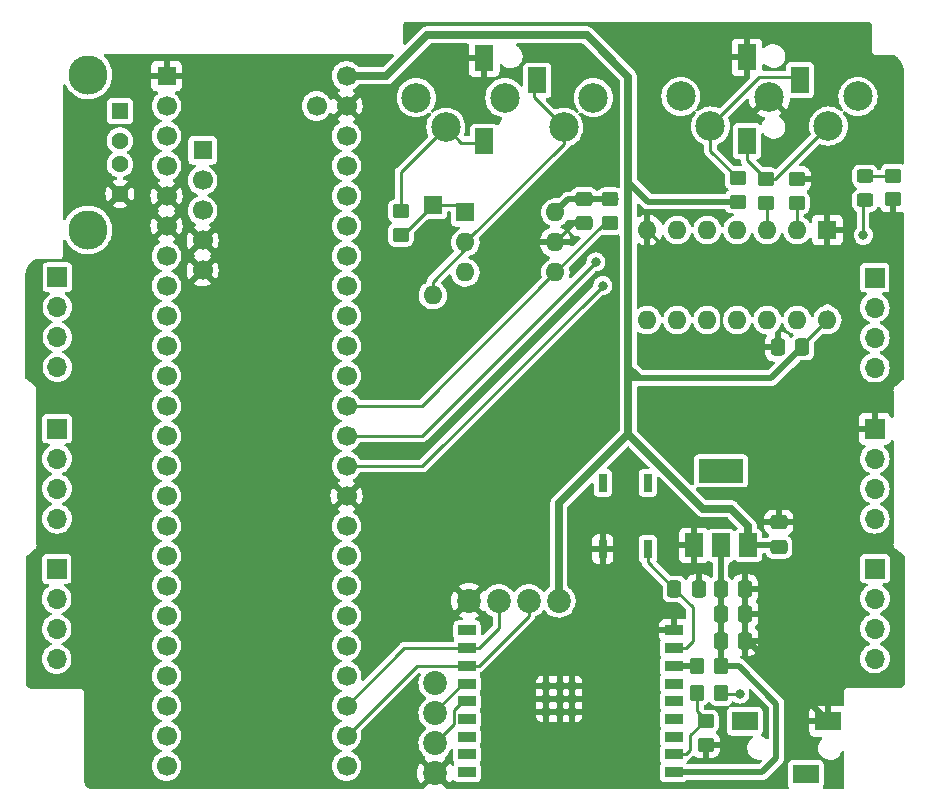
<source format=gbr>
%TF.GenerationSoftware,KiCad,Pcbnew,(6.0.2)*%
%TF.CreationDate,2022-02-23T01:17:56-05:00*%
%TF.ProjectId,bottom,626f7474-6f6d-42e6-9b69-6361645f7063,rev?*%
%TF.SameCoordinates,Original*%
%TF.FileFunction,Copper,L1,Top*%
%TF.FilePolarity,Positive*%
%FSLAX46Y46*%
G04 Gerber Fmt 4.6, Leading zero omitted, Abs format (unit mm)*
G04 Created by KiCad (PCBNEW (6.0.2)) date 2022-02-23 01:17:56*
%MOMM*%
%LPD*%
G01*
G04 APERTURE LIST*
G04 Aperture macros list*
%AMRoundRect*
0 Rectangle with rounded corners*
0 $1 Rounding radius*
0 $2 $3 $4 $5 $6 $7 $8 $9 X,Y pos of 4 corners*
0 Add a 4 corners polygon primitive as box body*
4,1,4,$2,$3,$4,$5,$6,$7,$8,$9,$2,$3,0*
0 Add four circle primitives for the rounded corners*
1,1,$1+$1,$2,$3*
1,1,$1+$1,$4,$5*
1,1,$1+$1,$6,$7*
1,1,$1+$1,$8,$9*
0 Add four rect primitives between the rounded corners*
20,1,$1+$1,$2,$3,$4,$5,0*
20,1,$1+$1,$4,$5,$6,$7,0*
20,1,$1+$1,$6,$7,$8,$9,0*
20,1,$1+$1,$8,$9,$2,$3,0*%
G04 Aperture macros list end*
%TA.AperFunction,ComponentPad*%
%ADD10C,2.499360*%
%TD*%
%TA.AperFunction,ComponentPad*%
%ADD11R,1.600000X2.200000*%
%TD*%
%TA.AperFunction,ComponentPad*%
%ADD12R,1.428000X1.428000*%
%TD*%
%TA.AperFunction,ComponentPad*%
%ADD13C,1.428000*%
%TD*%
%TA.AperFunction,ComponentPad*%
%ADD14C,3.316000*%
%TD*%
%TA.AperFunction,SMDPad,CuDef*%
%ADD15RoundRect,0.250000X-0.337500X-0.475000X0.337500X-0.475000X0.337500X0.475000X-0.337500X0.475000X0*%
%TD*%
%TA.AperFunction,SMDPad,CuDef*%
%ADD16RoundRect,0.250000X-0.350000X-0.450000X0.350000X-0.450000X0.350000X0.450000X-0.350000X0.450000X0*%
%TD*%
%TA.AperFunction,ComponentPad*%
%ADD17R,1.700000X1.700000*%
%TD*%
%TA.AperFunction,ComponentPad*%
%ADD18O,1.700000X1.700000*%
%TD*%
%TA.AperFunction,SMDPad,CuDef*%
%ADD19R,1.500000X2.000000*%
%TD*%
%TA.AperFunction,SMDPad,CuDef*%
%ADD20R,3.800000X2.000000*%
%TD*%
%TA.AperFunction,SMDPad,CuDef*%
%ADD21RoundRect,0.250000X-0.450000X0.350000X-0.450000X-0.350000X0.450000X-0.350000X0.450000X0.350000X0*%
%TD*%
%TA.AperFunction,ComponentPad*%
%ADD22R,1.600000X1.600000*%
%TD*%
%TA.AperFunction,ComponentPad*%
%ADD23O,1.600000X1.600000*%
%TD*%
%TA.AperFunction,ComponentPad*%
%ADD24C,1.700000*%
%TD*%
%TA.AperFunction,SMDPad,CuDef*%
%ADD25RoundRect,0.250000X0.475000X-0.337500X0.475000X0.337500X-0.475000X0.337500X-0.475000X-0.337500X0*%
%TD*%
%TA.AperFunction,SMDPad,CuDef*%
%ADD26RoundRect,0.250000X-0.450000X0.325000X-0.450000X-0.325000X0.450000X-0.325000X0.450000X0.325000X0*%
%TD*%
%TA.AperFunction,SMDPad,CuDef*%
%ADD27R,1.500000X0.900000*%
%TD*%
%TA.AperFunction,SMDPad,CuDef*%
%ADD28R,0.700000X0.700000*%
%TD*%
%TA.AperFunction,SMDPad,CuDef*%
%ADD29R,0.762000X1.524000*%
%TD*%
%TA.AperFunction,ComponentPad*%
%ADD30C,2.020000*%
%TD*%
%TA.AperFunction,ComponentPad*%
%ADD31R,2.200000X1.600000*%
%TD*%
%TA.AperFunction,SMDPad,CuDef*%
%ADD32RoundRect,0.250000X0.450000X-0.350000X0.450000X0.350000X-0.450000X0.350000X-0.450000X-0.350000X0*%
%TD*%
%TA.AperFunction,ViaPad*%
%ADD33C,0.800000*%
%TD*%
%TA.AperFunction,Conductor*%
%ADD34C,0.635000*%
%TD*%
%TA.AperFunction,Conductor*%
%ADD35C,0.508000*%
%TD*%
%TA.AperFunction,Conductor*%
%ADD36C,0.250000*%
%TD*%
G04 APERTURE END LIST*
D10*
%TO.P,J40,1*%
%TO.N,Board_0-unconnected-(J40-Pad1)*%
X146354320Y-76077200D03*
%TO.P,J40,2*%
%TO.N,Board_0-unconnected-(J40-Pad2)*%
X153852400Y-76079740D03*
%TO.P,J40,3*%
%TO.N,Board_0-unconnected-(J40-Pad3)*%
X161350480Y-76077200D03*
%TO.P,J40,4*%
%TO.N,Board_0-Net-(J40-Pad4)*%
X148856220Y-78579100D03*
%TO.P,J40,5*%
%TO.N,Board_0-Net-(D1-Pad2)*%
X158848580Y-78579100D03*
%TD*%
D11*
%TO.P,J82,1*%
%TO.N,Board_0-/bottom/GND*%
X152102400Y-72707000D03*
%TO.P,J82,2*%
%TO.N,Board_0-Net-(J40-Pad4)*%
X152102400Y-79780000D03*
%TO.P,J82,3*%
%TO.N,Board_0-Net-(D1-Pad2)*%
X156602400Y-74612000D03*
%TD*%
D12*
%TO.P,J70,1,VBUS*%
%TO.N,Board_0-/bottom/H_USB_5V*%
X121262400Y-77210000D03*
D13*
%TO.P,J70,2,D-*%
%TO.N,Board_0-/bottom/H_USB_D-*%
X121262400Y-79710000D03*
%TO.P,J70,3,D+*%
%TO.N,Board_0-/bottom/H_USB_D+*%
X121262400Y-81710000D03*
%TO.P,J70,4,GND*%
%TO.N,Board_0-/bottom/GND*%
X121262400Y-84210000D03*
D14*
%TO.P,J70,SH1*%
%TO.N,N/C*%
X118552400Y-74140000D03*
%TO.P,J70,SH2*%
X118552400Y-87280000D03*
%TD*%
D15*
%TO.P,C7,1*%
%TO.N,Board_0-/bottom/3.3V_ESP32*%
X172152400Y-119780000D03*
%TO.P,C7,2*%
%TO.N,Board_0-/bottom/GND*%
X174227400Y-119780000D03*
%TD*%
D16*
%TO.P,R11,1*%
%TO.N,Board_0-Net-(R11-Pad1)*%
X170152400Y-126480000D03*
%TO.P,R11,2*%
%TO.N,Board_0-/bottom/ESP32_EN*%
X172152400Y-126480000D03*
%TD*%
D11*
%TO.P,J81,1*%
%TO.N,Board_0-/bottom/GND*%
X174352400Y-72675000D03*
%TO.P,J81,2*%
%TO.N,Board_0-Net-(J90-Pad5)*%
X174352400Y-79748000D03*
%TO.P,J81,3*%
%TO.N,Board_0-Net-(J90-Pad4)*%
X178852400Y-74580000D03*
%TD*%
D16*
%TO.P,R14,1*%
%TO.N,Board_0-Net-(R14-Pad1)*%
X170152400Y-124180000D03*
%TO.P,R14,2*%
%TO.N,Board_0-/bottom/3.3V_ESP32*%
X172152400Y-124180000D03*
%TD*%
D15*
%TO.P,C1,1*%
%TO.N,Board_0-/bottom/GND*%
X176977400Y-97180000D03*
%TO.P,C1,2*%
%TO.N,Board_0-/bottom/5V*%
X179052400Y-97180000D03*
%TD*%
D17*
%TO.P,J36,1,Pin_1*%
%TO.N,Board_0-/bottom/GPIO_12*%
X115940740Y-104105520D03*
D18*
%TO.P,J36,2,Pin_2*%
%TO.N,Board_0-/bottom/GPIO_PLAY*%
X115940740Y-106645520D03*
%TO.P,J36,3,Pin_3*%
%TO.N,Board_0-/bottom/GPIO_7*%
X115940740Y-109185520D03*
%TO.P,J36,4,Pin_4*%
%TO.N,Board_0-/bottom/GPIO_8*%
X115940740Y-111725520D03*
%TD*%
D19*
%TO.P,U4,1,GND*%
%TO.N,Board_0-/bottom/GND*%
X169852400Y-113980000D03*
%TO.P,U4,2,VO*%
%TO.N,Board_0-/bottom/3.3V_ESP32*%
X172152400Y-113980000D03*
%TO.P,U4,3,VI*%
%TO.N,Board_0-/bottom/5V*%
X174452400Y-113980000D03*
D20*
%TO.P,U4,4*%
%TO.N,N/C*%
X172152400Y-107680000D03*
%TD*%
D21*
%TO.P,R2,1*%
%TO.N,Board_0-Net-(J90-Pad4)*%
X173552400Y-82880000D03*
%TO.P,R2,2*%
%TO.N,Board_0-/bottom/5V*%
X173552400Y-84880000D03*
%TD*%
%TO.P,R7,1*%
%TO.N,Board_0-Net-(J40-Pad4)*%
X145052400Y-85680000D03*
%TO.P,R7,2*%
%TO.N,Board_0-Net-(D1-Pad1)*%
X145052400Y-87680000D03*
%TD*%
D10*
%TO.P,J90,1*%
%TO.N,Board_0-unconnected-(J90-Pad1)*%
X168754320Y-75977200D03*
%TO.P,J90,2*%
%TO.N,Board_0-/bottom/GND*%
X176252400Y-75979740D03*
%TO.P,J90,3*%
%TO.N,Board_0-unconnected-(J90-Pad3)*%
X183750480Y-75977200D03*
%TO.P,J90,4*%
%TO.N,Board_0-Net-(J90-Pad4)*%
X171256220Y-78479100D03*
%TO.P,J90,5*%
%TO.N,Board_0-Net-(J90-Pad5)*%
X181248580Y-78479100D03*
%TD*%
D22*
%TO.P,U2,1,1~{OE}*%
%TO.N,Board_0-/bottom/GND*%
X181152400Y-87280000D03*
D23*
%TO.P,U2,2,1A*%
%TO.N,Board_0-/bottom/MIDI_1_OUT*%
X178612400Y-87280000D03*
%TO.P,U2,3,1Y*%
%TO.N,Board_0-/bottom/MIDI_1_BUF_OUT*%
X176072400Y-87280000D03*
%TO.P,U2,4,2~{OE}*%
%TO.N,Board_0-unconnected-(U2-Pad4)*%
X173532400Y-87280000D03*
%TO.P,U2,5,2A*%
%TO.N,Board_0-unconnected-(U2-Pad5)*%
X170992400Y-87280000D03*
%TO.P,U2,6,2Y*%
%TO.N,Board_0-unconnected-(U2-Pad6)*%
X168452400Y-87280000D03*
%TO.P,U2,7,GND*%
%TO.N,Board_0-/bottom/GND*%
X165912400Y-87280000D03*
%TO.P,U2,8,3Y*%
%TO.N,Board_0-unconnected-(U2-Pad8)*%
X165912400Y-94900000D03*
%TO.P,U2,9,3A*%
%TO.N,Board_0-unconnected-(U2-Pad9)*%
X168452400Y-94900000D03*
%TO.P,U2,10,3~{OE}*%
%TO.N,Board_0-unconnected-(U2-Pad10)*%
X170992400Y-94900000D03*
%TO.P,U2,11,4Y*%
%TO.N,Board_0-unconnected-(U2-Pad11)*%
X173532400Y-94900000D03*
%TO.P,U2,12,4A*%
%TO.N,Board_0-unconnected-(U2-Pad12)*%
X176072400Y-94900000D03*
%TO.P,U2,13,4~{OE}*%
%TO.N,Board_0-unconnected-(U2-Pad13)*%
X178612400Y-94900000D03*
%TO.P,U2,14,VCC*%
%TO.N,Board_0-/bottom/5V*%
X181152400Y-94900000D03*
%TD*%
D22*
%TO.P,U1,1,GND*%
%TO.N,Board_0-/bottom/GND*%
X125212400Y-74240000D03*
D24*
%TO.P,U1,2,0_RX1_CRX2_CS1*%
%TO.N,Board_0-unconnected-(U1-Pad2)*%
X125212400Y-76780000D03*
%TO.P,U1,3,1_TX1_CTX2_MISO1*%
%TO.N,Board_0-unconnected-(U1-Pad3)*%
X125212400Y-79320000D03*
%TO.P,U1,4,2_OUT2*%
%TO.N,Board_0-unconnected-(U1-Pad4)*%
X125212400Y-81860000D03*
%TO.P,U1,5,3_LRCLK2*%
%TO.N,Board_0-/bottom/GND*%
X125212400Y-84400000D03*
%TO.P,U1,6,4_BCLK2*%
X125212400Y-86940000D03*
%TO.P,U1,7,5_IN2*%
%TO.N,Board_0-/bottom/GPIO_14*%
X125212400Y-89480000D03*
%TO.P,U1,8,6_OUT1D*%
%TO.N,Board_0-/bottom/GPIO_15*%
X125212400Y-92020000D03*
%TO.P,U1,9,7_RX2_OUT1A*%
%TO.N,Board_0-unconnected-(U1-Pad9)*%
X125212400Y-94560000D03*
%TO.P,U1,10,8_TX2_IN1*%
%TO.N,Board_0-unconnected-(U1-Pad10)*%
X125212400Y-97100000D03*
%TO.P,U1,11,9_OUT1C*%
%TO.N,Board_0-/bottom/GPIO_WRITE*%
X125212400Y-99640000D03*
%TO.P,U1,12,10_CS_MQSR*%
%TO.N,Board_0-/bottom/GPIO_16*%
X125212400Y-102180000D03*
%TO.P,U1,13,11_MOSI_CTX1*%
%TO.N,Board_0-/bottom/GPIO_12*%
X125212400Y-104720000D03*
%TO.P,U1,14,12_MISO_MQSL*%
%TO.N,Board_0-/bottom/GPIO_PLAY*%
X125212400Y-107260000D03*
%TO.P,U1,15,3V3*%
%TO.N,Board_0-unconnected-(U1-Pad15)*%
X125212400Y-109800000D03*
%TO.P,U1,16,24_A10_TX6_SCL2*%
%TO.N,Board_0-/bottom/GPIO_7*%
X125212400Y-112340000D03*
%TO.P,U1,17,25_A11_RX6_SDA2*%
%TO.N,Board_0-/bottom/GPIO_8*%
X125212400Y-114880000D03*
%TO.P,U1,18,26_A12_MOSI1*%
%TO.N,Board_0-/bottom/GPIO_FX*%
X125212400Y-117420000D03*
%TO.P,U1,19,27_A13_SCK1*%
%TO.N,Board_0-/bottom/GPIO_3*%
X125212400Y-119960000D03*
%TO.P,U1,20,28_RX7*%
%TO.N,Board_0-unconnected-(U1-Pad20)*%
X125212400Y-122500000D03*
%TO.P,U1,21,29_TX7*%
%TO.N,Board_0-unconnected-(U1-Pad21)*%
X125212400Y-125040000D03*
%TO.P,U1,22,30_CRX3*%
%TO.N,Board_0-/bottom/GPIO_4*%
X125212400Y-127580000D03*
%TO.P,U1,23,31_CTX3*%
%TO.N,Board_0-/bottom/GPIO_SPECIAL*%
X125212400Y-130120000D03*
%TO.P,U1,24,32_OUT1B*%
%TO.N,Board_0-unconnected-(U1-Pad24)*%
X125212400Y-132660000D03*
%TO.P,U1,25,33_MCLK2*%
%TO.N,Board_0-unconnected-(U1-Pad25)*%
X140452400Y-132660000D03*
%TO.P,U1,26,34_RX8*%
%TO.N,Board_0-/bottom/MIDI_IN_EXT*%
X140452400Y-130120000D03*
%TO.P,U1,27,35_TX8*%
%TO.N,Board_0-/bottom/MIDI_OUT_EXT*%
X140452400Y-127580000D03*
%TO.P,U1,28,36_CS*%
%TO.N,Board_0-unconnected-(U1-Pad28)*%
X140452400Y-125040000D03*
%TO.P,U1,29,37_CS*%
%TO.N,Board_0-/bottom/ESP32_EN*%
X140452400Y-122500000D03*
%TO.P,U1,30,38_CS1_IN1*%
%TO.N,Board_0-/bottom/SYNC_OUT*%
X140452400Y-119960000D03*
%TO.P,U1,31,39_MISO1_OUT1A*%
%TO.N,Board_0-/bottom/GPIO_SOUND*%
X140452400Y-117420000D03*
%TO.P,U1,32,40_A16*%
%TO.N,Board_0-/bottom/GIPO_PATTERN*%
X140452400Y-114880000D03*
%TO.P,U1,33,41_A17*%
%TO.N,Board_0-/bottom/GPIO_BPM*%
X140452400Y-112340000D03*
%TO.P,U1,34,GND*%
%TO.N,Board_0-/bottom/GND*%
X140452400Y-109800000D03*
%TO.P,U1,35,13_SCK_LED*%
%TO.N,Board_0-Net-(D2-Pad2)*%
X140452400Y-107260000D03*
%TO.P,U1,36,14_A0_TX3_SPDIF_OUT*%
%TO.N,Board_0-/bottom/MIDI_1_OUT*%
X140452400Y-104720000D03*
%TO.P,U1,37,15_A1_RX3_SPDIF_IN*%
%TO.N,Board_0-/bottom/MIDI_1_IN*%
X140452400Y-102180000D03*
%TO.P,U1,38,16_A2_RX4_SCL1*%
%TO.N,Board_0-/bottom/GPIO_1*%
X140452400Y-99640000D03*
%TO.P,U1,39,17_A3_TX4_SDA1*%
%TO.N,Board_0-/bottom/GPIO_2*%
X140452400Y-97100000D03*
%TO.P,U1,40,18_A4_SDA*%
%TO.N,Board_0-/bottom/GPIO_5*%
X140452400Y-94560000D03*
%TO.P,U1,41,19_A5_SCL*%
%TO.N,Board_0-/bottom/GPIO_6*%
X140452400Y-92020000D03*
%TO.P,U1,42,20_A6_TX5_LRCLK1*%
%TO.N,Board_0-/bottom/GPIO_11*%
X140452400Y-89480000D03*
%TO.P,U1,43,21_A7_RX5_BCLK1*%
%TO.N,Board_0-/bottom/GPIO_10*%
X140452400Y-86940000D03*
%TO.P,U1,44,22_A8_CTX1*%
%TO.N,Board_0-/bottom/GPIO_9*%
X140452400Y-84400000D03*
%TO.P,U1,45,23_A9_CRX1_MCLK1*%
%TO.N,Board_0-/bottom/GPIO_13*%
X140452400Y-81860000D03*
%TO.P,U1,46,3V3*%
%TO.N,Board_0-/bottom/3.3V*%
X140452400Y-79320000D03*
%TO.P,U1,47,GND*%
%TO.N,Board_0-/bottom/GND*%
X140452400Y-76780000D03*
%TO.P,U1,48,VIN*%
%TO.N,Board_0-/bottom/5V*%
X140452400Y-74240000D03*
%TO.P,U1,49,VUSB*%
%TO.N,Board_0-unconnected-(U1-Pad49)*%
X137912400Y-76780000D03*
D22*
%TO.P,U1,55,5V*%
%TO.N,Board_0-/bottom/H_USB_5V*%
X128263200Y-80539200D03*
D24*
%TO.P,U1,56,D-*%
%TO.N,Board_0-/bottom/H_USB_D-*%
X128263200Y-83079200D03*
%TO.P,U1,57,D+*%
%TO.N,Board_0-/bottom/H_USB_D+*%
X128263200Y-85619200D03*
%TO.P,U1,58,GND*%
%TO.N,Board_0-/bottom/GND*%
X128263200Y-88159200D03*
%TO.P,U1,59,GND*%
X128263200Y-90699200D03*
%TD*%
D25*
%TO.P,C2,1*%
%TO.N,Board_0-/bottom/GND*%
X160552400Y-86717500D03*
%TO.P,C2,2*%
%TO.N,Board_0-/bottom/3.3V*%
X160552400Y-84642500D03*
%TD*%
D26*
%TO.P,D2,1,K*%
%TO.N,Board_0-Net-(D2-Pad1)*%
X184352400Y-82730000D03*
%TO.P,D2,2,A*%
%TO.N,Board_0-Net-(D2-Pad2)*%
X184352400Y-84780000D03*
%TD*%
D21*
%TO.P,R3,1*%
%TO.N,Board_0-Net-(J90-Pad5)*%
X175952400Y-82980000D03*
%TO.P,R3,2*%
%TO.N,Board_0-/bottom/MIDI_1_BUF_OUT*%
X175952400Y-84980000D03*
%TD*%
D27*
%TO.P,U5,1,3V3*%
%TO.N,Board_0-/bottom/3.3V_ESP32*%
X168152400Y-133180000D03*
%TO.P,U5,2,EN/CHIP_PU*%
%TO.N,Board_0-Net-(R11-Pad1)*%
X168152400Y-131680000D03*
%TO.P,U5,3,GPIO4/ADC1_CH4*%
%TO.N,Board_0-unconnected-(U5-Pad3)*%
X168152400Y-130180000D03*
%TO.P,U5,4,GPIO5/ADC2_CH0*%
%TO.N,Board_0-unconnected-(U5-Pad4)*%
X168152400Y-128680000D03*
%TO.P,U5,5,GPIO6*%
%TO.N,Board_0-unconnected-(U5-Pad5)*%
X168152400Y-127180000D03*
%TO.P,U5,6,GPIO7*%
%TO.N,Board_0-unconnected-(U5-Pad6)*%
X168152400Y-125680000D03*
%TO.P,U5,7,GPIO8*%
%TO.N,Board_0-Net-(R14-Pad1)*%
X168152400Y-124180000D03*
%TO.P,U5,8,GPIO9*%
%TO.N,Board_0-Net-(C8-Pad1)*%
X168152400Y-122680000D03*
%TO.P,U5,9,GND*%
%TO.N,Board_0-/bottom/GND*%
X168152400Y-121180000D03*
%TO.P,U5,10,GPIO10*%
%TO.N,Board_0-unconnected-(U5-Pad10)*%
X150652400Y-121180000D03*
%TO.P,U5,11,GPIO20/U0RXD*%
%TO.N,Board_0-/bottom/MIDI_OUT_EXT*%
X150652400Y-122680000D03*
%TO.P,U5,12,GPIO21/U0TXD*%
%TO.N,Board_0-/bottom/MIDI_IN_EXT*%
X150652400Y-124180000D03*
%TO.P,U5,13,GPIO18/USB_D-*%
%TO.N,Board_0-Net-(J96-Pad3)*%
X150652400Y-125680000D03*
%TO.P,U5,14,GPIO19/USB_D+*%
%TO.N,Board_0-Net-(J96-Pad2)*%
X150652400Y-127180000D03*
%TO.P,U5,15,GPIO3/ADC1_CH3*%
%TO.N,Board_0-unconnected-(U5-Pad15)*%
X150652400Y-128680000D03*
%TO.P,U5,16,GPIO2/ADC1_CH2*%
%TO.N,Board_0-unconnected-(U5-Pad16)*%
X150652400Y-130180000D03*
%TO.P,U5,17,GPIO1/ADC1_CH1/XTAL_32K_N*%
%TO.N,Board_0-unconnected-(U5-Pad17)*%
X150652400Y-131680000D03*
%TO.P,U5,18,GPIO0/ADC1_CH0/XTAL_32K_P*%
%TO.N,Board_0-unconnected-(U5-Pad18)*%
X150652400Y-133180000D03*
D28*
%TO.P,U5,19,GND*%
%TO.N,Board_0-/bottom/GND*%
X157342400Y-128080000D03*
X159542400Y-126980000D03*
X159542400Y-125880000D03*
X159542400Y-128080000D03*
X158492400Y-126980000D03*
X158492400Y-128080000D03*
X158492400Y-125880000D03*
X157342400Y-126980000D03*
X157342400Y-125880000D03*
%TD*%
D17*
%TO.P,J34,1,Pin_1*%
%TO.N,Board_0-/bottom/GND*%
X185181140Y-104115680D03*
D18*
%TO.P,J34,2,Pin_2*%
%TO.N,Board_0-/bottom/GPIO_6*%
X185181140Y-106655680D03*
%TO.P,J34,3,Pin_3*%
%TO.N,Board_0-/bottom/GPIO_5*%
X185181140Y-109195680D03*
%TO.P,J34,4,Pin_4*%
%TO.N,Board_0-/bottom/GPIO_2*%
X185181140Y-111735680D03*
%TD*%
D29*
%TO.P,S1,1,1*%
%TO.N,Board_0-/bottom/GND*%
X162152400Y-114280000D03*
%TO.P,S1,2*%
%TO.N,N/C*%
X162152400Y-108692000D03*
%TO.P,S1,3,2*%
%TO.N,Board_0-Net-(C8-Pad1)*%
X165962400Y-114280000D03*
%TO.P,S1,4*%
%TO.N,N/C*%
X165962400Y-108692000D03*
%TD*%
D17*
%TO.P,J39,1,Pin_1*%
%TO.N,Board_0-/bottom/GPIO_1*%
X185186220Y-115949540D03*
D18*
%TO.P,J39,2,Pin_2*%
%TO.N,Board_0-/bottom/GPIO_BPM*%
X185186220Y-118489540D03*
%TO.P,J39,3,Pin_3*%
%TO.N,Board_0-/bottom/GIPO_PATTERN*%
X185186220Y-121029540D03*
%TO.P,J39,4,Pin_4*%
%TO.N,Board_0-/bottom/GPIO_SOUND*%
X185186220Y-123569540D03*
%TD*%
D17*
%TO.P,J38,1,Pin_1*%
%TO.N,Board_0-/bottom/GPIO_14*%
X115966140Y-91270900D03*
D18*
%TO.P,J38,2,Pin_2*%
%TO.N,Board_0-/bottom/GPIO_15*%
X115966140Y-93810900D03*
%TO.P,J38,3,Pin_3*%
%TO.N,Board_0-/bottom/GPIO_WRITE*%
X115966140Y-96350900D03*
%TO.P,J38,4,Pin_4*%
%TO.N,Board_0-/bottom/GPIO_16*%
X115966140Y-98890900D03*
%TD*%
D17*
%TO.P,J35,1,Pin_1*%
%TO.N,Board_0-/bottom/GPIO_FX*%
X115907720Y-115974940D03*
D18*
%TO.P,J35,2,Pin_2*%
%TO.N,Board_0-/bottom/GPIO_3*%
X115907720Y-118514940D03*
%TO.P,J35,3,Pin_3*%
%TO.N,Board_0-/bottom/GPIO_4*%
X115907720Y-121054940D03*
%TO.P,J35,4,Pin_4*%
%TO.N,Board_0-/bottom/GPIO_SPECIAL*%
X115907720Y-123594940D03*
%TD*%
D30*
%TO.P,J96,1*%
%TO.N,Board_0-/bottom/GND*%
X147952400Y-133260000D03*
%TO.P,J96,2*%
%TO.N,Board_0-Net-(J96-Pad2)*%
X147952400Y-130720000D03*
%TO.P,J96,3*%
%TO.N,Board_0-Net-(J96-Pad3)*%
X147952400Y-128180000D03*
%TO.P,J96,4*%
%TO.N,Board_0-unconnected-(J96-Pad4)*%
X147952400Y-125640000D03*
%TD*%
D15*
%TO.P,C6,1*%
%TO.N,Board_0-/bottom/3.3V_ESP32*%
X172152400Y-122080000D03*
%TO.P,C6,2*%
%TO.N,Board_0-/bottom/GND*%
X174227400Y-122080000D03*
%TD*%
D21*
%TO.P,R4,1*%
%TO.N,Board_0-/bottom/GND*%
X178552400Y-82980000D03*
%TO.P,R4,2*%
%TO.N,Board_0-/bottom/MIDI_1_OUT*%
X178552400Y-84980000D03*
%TD*%
%TO.P,R10,1*%
%TO.N,Board_0-Net-(D2-Pad1)*%
X186752400Y-82680000D03*
%TO.P,R10,2*%
%TO.N,Board_0-/bottom/GND*%
X186752400Y-84680000D03*
%TD*%
D22*
%TO.P,U3,1*%
%TO.N,Board_0-Net-(D1-Pad1)*%
X150508420Y-85791200D03*
D23*
%TO.P,U3,2*%
%TO.N,Board_0-Net-(D1-Pad2)*%
X150508420Y-88331200D03*
%TO.P,U3,3,NC*%
%TO.N,Board_0-unconnected-(U3-Pad3)*%
X150508420Y-90871200D03*
%TO.P,U3,4,VO*%
%TO.N,Board_0-/bottom/MIDI_1_IN*%
X158128420Y-90871200D03*
%TO.P,U3,5,GND*%
%TO.N,Board_0-/bottom/GND*%
X158128420Y-88331200D03*
%TO.P,U3,6,VCC*%
%TO.N,Board_0-/bottom/3.3V*%
X158128420Y-85791200D03*
%TD*%
D31*
%TO.P,J0,1*%
%TO.N,Board_0-/bottom/GND*%
X181252400Y-128880000D03*
%TO.P,J0,2*%
%TO.N,Board_0-/bottom/SYNC_OUT*%
X174179400Y-128880000D03*
%TO.P,J0,3*%
%TO.N,Board_0-unconnected-(J0-Pad3)*%
X179347400Y-133380000D03*
%TD*%
D22*
%TO.P,D1,1,K*%
%TO.N,Board_0-Net-(D1-Pad1)*%
X147752400Y-85180000D03*
D23*
%TO.P,D1,2,A*%
%TO.N,Board_0-Net-(D1-Pad2)*%
X147752400Y-92800000D03*
%TD*%
D15*
%TO.P,C8,1*%
%TO.N,Board_0-Net-(C8-Pad1)*%
X168214900Y-117680000D03*
%TO.P,C8,2*%
%TO.N,Board_0-/bottom/GND*%
X170289900Y-117680000D03*
%TD*%
%TO.P,C5,1*%
%TO.N,Board_0-/bottom/3.3V_ESP32*%
X172114900Y-117680000D03*
%TO.P,C5,2*%
%TO.N,Board_0-/bottom/GND*%
X174189900Y-117680000D03*
%TD*%
D32*
%TO.P,R12,1*%
%TO.N,Board_0-/bottom/GND*%
X170852400Y-130880000D03*
%TO.P,R12,2*%
%TO.N,Board_0-Net-(R11-Pad1)*%
X170852400Y-128880000D03*
%TD*%
D25*
%TO.P,C4,1*%
%TO.N,Board_0-/bottom/5V*%
X177052400Y-114117500D03*
%TO.P,C4,2*%
%TO.N,Board_0-/bottom/GND*%
X177052400Y-112042500D03*
%TD*%
D30*
%TO.P,J99,1*%
%TO.N,Board_0-/bottom/5V*%
X158432400Y-118680000D03*
%TO.P,J99,2*%
%TO.N,Board_0-/bottom/MIDI_IN_EXT*%
X155892400Y-118680000D03*
%TO.P,J99,3*%
%TO.N,Board_0-/bottom/MIDI_OUT_EXT*%
X153352400Y-118680000D03*
%TO.P,J99,4*%
%TO.N,Board_0-/bottom/GND*%
X150812400Y-118680000D03*
%TD*%
D21*
%TO.P,R8,1*%
%TO.N,Board_0-/bottom/3.3V*%
X162752400Y-84680000D03*
%TO.P,R8,2*%
%TO.N,Board_0-/bottom/MIDI_1_IN*%
X162752400Y-86680000D03*
%TD*%
D17*
%TO.P,J37,1,Pin_1*%
%TO.N,Board_0-/bottom/GPIO_13*%
X185168440Y-91316620D03*
D18*
%TO.P,J37,2,Pin_2*%
%TO.N,Board_0-/bottom/GPIO_9*%
X185168440Y-93856620D03*
%TO.P,J37,3,Pin_3*%
%TO.N,Board_0-/bottom/GPIO_10*%
X185168440Y-96396620D03*
%TO.P,J37,4,Pin_4*%
%TO.N,Board_0-/bottom/GPIO_11*%
X185168440Y-98936620D03*
%TD*%
D33*
%TO.N,Board_0-/bottom/ESP32_EN*%
X173752400Y-126580000D03*
%TO.N,Board_0-/bottom/GND*%
X173352400Y-131080000D03*
%TO.N,Board_0-/bottom/MIDI_1_OUT*%
X161552400Y-89980000D03*
%TO.N,Board_0-Net-(D2-Pad2)*%
X184202400Y-87730000D03*
X162152400Y-91980000D03*
%TD*%
D34*
%TO.N,Board_0-/bottom/5V*%
X160774400Y-70760000D02*
X164302400Y-74288000D01*
X164302400Y-74288000D02*
X164302400Y-74730000D01*
X147274400Y-70760000D02*
X160774400Y-70760000D01*
X143794400Y-74240000D02*
X147274400Y-70760000D01*
X140452400Y-74240000D02*
X143794400Y-74240000D01*
D35*
%TO.N,Board_0-/bottom/3.3V*%
X158128420Y-85791200D02*
X159239620Y-84680000D01*
X160814900Y-84680000D02*
X160852400Y-84642500D01*
X160852400Y-84642500D02*
X163214900Y-84642500D01*
X163214900Y-84642500D02*
X163252400Y-84680000D01*
X159239620Y-84680000D02*
X160814900Y-84680000D01*
%TO.N,Board_0-/bottom/3.3V_ESP32*%
X176852400Y-131980000D02*
X175652400Y-133180000D01*
X173652400Y-124180000D02*
X176852400Y-127380000D01*
X172114900Y-114017500D02*
X172152400Y-113980000D01*
X172114900Y-117680000D02*
X172114900Y-119742500D01*
X172152400Y-115488000D02*
X172152400Y-113980000D01*
X172152400Y-119780000D02*
X172152400Y-124045798D01*
X172152400Y-124180000D02*
X173652400Y-124180000D01*
X172114900Y-117680000D02*
X172114900Y-114017500D01*
X168602400Y-133180000D02*
X169209602Y-133180000D01*
X176852400Y-127380000D02*
X176852400Y-131980000D01*
X172114900Y-119742500D02*
X172152400Y-119780000D01*
X175652400Y-133180000D02*
X168152400Y-133180000D01*
D36*
%TO.N,Board_0-/bottom/5V*%
X181289900Y-94237500D02*
X181152400Y-94100000D01*
D35*
X164702400Y-99830000D02*
X164702400Y-99430000D01*
X165302400Y-99830000D02*
X176402400Y-99830000D01*
D36*
X179052400Y-97000000D02*
X181152400Y-94900000D01*
D34*
X164302400Y-97530000D02*
X164302400Y-98930000D01*
X164302400Y-98930000D02*
X164302400Y-99830000D01*
D35*
X164302400Y-99830000D02*
X164702400Y-99830000D01*
D34*
X164302400Y-87330000D02*
X164302400Y-97530000D01*
X164302400Y-104530000D02*
X170652400Y-110880000D01*
D35*
X164302400Y-88930000D02*
X164302400Y-87330000D01*
X173552400Y-84880000D02*
X165952400Y-84880000D01*
D34*
X174452400Y-112345000D02*
X174452400Y-113980000D01*
D35*
X165952400Y-84880000D02*
X164302400Y-83230000D01*
X164702400Y-99830000D02*
X165302400Y-99830000D01*
X164402400Y-98930000D02*
X164802400Y-99330000D01*
D34*
X158432400Y-110400000D02*
X159452400Y-109380000D01*
D35*
X176914900Y-113980000D02*
X177052400Y-114117500D01*
X174452400Y-113980000D02*
X176914900Y-113980000D01*
X164802400Y-99330000D02*
X165302400Y-99830000D01*
D36*
X179052400Y-97180000D02*
X179052400Y-97000000D01*
D34*
X164302400Y-83230000D02*
X164302400Y-87330000D01*
X164302400Y-74730000D02*
X164302400Y-83230000D01*
X174452400Y-113508498D02*
X174452400Y-113980000D01*
D35*
X164302400Y-98930000D02*
X164402400Y-98930000D01*
X164702400Y-99430000D02*
X164802400Y-99330000D01*
D34*
X159452400Y-109380000D02*
X164302400Y-104530000D01*
X172987400Y-110880000D02*
X174452400Y-112345000D01*
X170652400Y-110880000D02*
X172987400Y-110880000D01*
D35*
X164302400Y-97530000D02*
X164302400Y-98030000D01*
D34*
X158432400Y-118680000D02*
X158432400Y-110400000D01*
D35*
X176402400Y-99830000D02*
X179052400Y-97180000D01*
D34*
X164302400Y-99830000D02*
X164302400Y-104530000D01*
D36*
%TO.N,Board_0-/bottom/ESP32_EN*%
X173752400Y-126580000D02*
X172252400Y-126580000D01*
D35*
X172177400Y-126455000D02*
X172152400Y-126480000D01*
D36*
X172252400Y-126580000D02*
X172152400Y-126480000D01*
%TO.N,Board_0-/bottom/GND*%
X176977400Y-97180000D02*
X173883400Y-97180000D01*
X172167401Y-95464001D02*
X172167401Y-93535001D01*
X173089900Y-130817500D02*
X173352400Y-131080000D01*
X170852400Y-130817500D02*
X173089900Y-130817500D01*
D35*
X174227400Y-119780000D02*
X174227400Y-122080000D01*
D36*
X159742120Y-86717500D02*
X160552400Y-86717500D01*
X162152400Y-114280000D02*
X162152400Y-114680000D01*
D35*
X174452400Y-122080000D02*
X181252400Y-128880000D01*
D36*
X158128420Y-88331200D02*
X159742120Y-86717500D01*
X172167401Y-93535001D02*
X165912400Y-87280000D01*
D35*
X174227400Y-122080000D02*
X174452400Y-122080000D01*
D36*
X173883400Y-97180000D02*
X172167401Y-95464001D01*
D35*
%TO.N,Board_0-/bottom/GPIO_12*%
X125097920Y-104105520D02*
X125252400Y-104260000D01*
%TO.N,Board_0-/bottom/GPIO_PLAY*%
X125097920Y-106645520D02*
X125252400Y-106800000D01*
D36*
%TO.N,Board_0-/bottom/MIDI_1_BUF_OUT*%
X176072400Y-87280000D02*
X176072400Y-85100000D01*
X176072400Y-85100000D02*
X175952400Y-84980000D01*
%TO.N,Board_0-/bottom/MIDI_1_IN*%
X158128420Y-90871200D02*
X162319620Y-86680000D01*
X162319620Y-86680000D02*
X162752400Y-86680000D01*
X162319620Y-86680000D02*
X162852400Y-86680000D01*
X140452400Y-102180000D02*
X146819620Y-102180000D01*
X146819620Y-102180000D02*
X158128420Y-90871200D01*
%TO.N,Board_0-/bottom/MIDI_1_OUT*%
X144912400Y-104720000D02*
X146812400Y-104720000D01*
X178612400Y-85040000D02*
X178552400Y-84980000D01*
X146812400Y-104720000D02*
X161552400Y-89980000D01*
X178612400Y-87280000D02*
X178612400Y-85040000D01*
X140452400Y-104720000D02*
X144912400Y-104720000D01*
%TO.N,Board_0-/bottom/MIDI_IN_EXT*%
X146392400Y-124180000D02*
X140452400Y-130120000D01*
X155892400Y-119940000D02*
X155892400Y-118680000D01*
X151652400Y-124180000D02*
X155892400Y-119940000D01*
X150652400Y-124180000D02*
X151652400Y-124180000D01*
X150652400Y-124180000D02*
X151232400Y-124180000D01*
X150727398Y-124180000D02*
X146392400Y-124180000D01*
%TO.N,Board_0-/bottom/MIDI_OUT_EXT*%
X140452400Y-127580000D02*
X145152400Y-122880000D01*
X151652400Y-122680000D02*
X153352400Y-120980000D01*
X153352400Y-120980000D02*
X153352400Y-118680000D01*
X150652400Y-122680000D02*
X145352400Y-122680000D01*
X145352400Y-122680000D02*
X145152400Y-122880000D01*
X150652400Y-122680000D02*
X151652400Y-122680000D01*
%TO.N,Board_0-Net-(C8-Pad1)*%
X165962400Y-115427500D02*
X168214900Y-117680000D01*
X169752400Y-121880000D02*
X169752400Y-122080000D01*
X169152400Y-122680000D02*
X168152400Y-122680000D01*
X169752400Y-119217500D02*
X169752400Y-121880000D01*
X168214900Y-117680000D02*
X169752400Y-119217500D01*
X169752400Y-120480000D02*
X169752400Y-121880000D01*
X169752400Y-122080000D02*
X169152400Y-122680000D01*
X165962400Y-114280000D02*
X165962400Y-115427500D01*
%TO.N,Board_0-Net-(D1-Pad1)*%
X147752400Y-85180000D02*
X149897220Y-85180000D01*
X145252400Y-87680000D02*
X147752400Y-85180000D01*
X149897220Y-85180000D02*
X150508420Y-85791200D01*
X145052400Y-87680000D02*
X145252400Y-87680000D01*
%TO.N,Board_0-Net-(D1-Pad2)*%
X147752400Y-91668630D02*
X150508420Y-88912610D01*
X147752400Y-92800000D02*
X147752400Y-91668630D01*
X156302400Y-76032920D02*
X158848580Y-78579100D01*
X158848580Y-79991040D02*
X158848580Y-78579100D01*
X156302400Y-74712000D02*
X156302400Y-76032920D01*
X150508420Y-88331200D02*
X158848580Y-79991040D01*
X150508420Y-88912610D02*
X150508420Y-88331200D01*
%TO.N,Board_0-Net-(D2-Pad1)*%
X186702400Y-82730000D02*
X186752400Y-82680000D01*
X184352400Y-82730000D02*
X186702400Y-82730000D01*
%TO.N,Board_0-Net-(D2-Pad2)*%
X140452400Y-107260000D02*
X144997398Y-107260000D01*
X144997398Y-107260000D02*
X144997398Y-107235002D01*
X146872400Y-107260000D02*
X162152400Y-91980000D01*
X144997398Y-107260000D02*
X146872400Y-107260000D01*
X184202400Y-87730000D02*
X184202400Y-84930000D01*
X184202400Y-84930000D02*
X184352400Y-84780000D01*
%TO.N,Board_0-Net-(J40-Pad4)*%
X150157120Y-79880000D02*
X151802400Y-79880000D01*
X145052400Y-82382920D02*
X148856220Y-78579100D01*
X145052400Y-85680000D02*
X145052400Y-82382920D01*
X148856220Y-78579100D02*
X150157120Y-79880000D01*
%TO.N,Board_0-Net-(J90-Pad4)*%
X175379771Y-74355549D02*
X178627949Y-74355549D01*
X173552400Y-82880000D02*
X171256220Y-80583820D01*
X171256220Y-80583820D02*
X171256220Y-78479100D01*
X178627949Y-74355549D02*
X178852400Y-74580000D01*
X171256220Y-78479100D02*
X175379771Y-74355549D01*
%TO.N,Board_0-Net-(J90-Pad5)*%
X175952400Y-82980000D02*
X174352400Y-81380000D01*
X174352400Y-81380000D02*
X174352400Y-79748000D01*
X176747680Y-82980000D02*
X181248580Y-78479100D01*
X175952400Y-82980000D02*
X176747680Y-82980000D01*
%TO.N,Board_0-Net-(J96-Pad2)*%
X150277398Y-127180000D02*
X150652400Y-127180000D01*
X149527399Y-129145001D02*
X149527399Y-127929999D01*
X147952400Y-130720000D02*
X149527399Y-129145001D01*
X149527399Y-127929999D02*
X150277398Y-127180000D01*
%TO.N,Board_0-Net-(J96-Pad3)*%
X147952400Y-128180000D02*
X147952400Y-128004998D01*
X147952400Y-128004998D02*
X150277398Y-125680000D01*
X150277398Y-125680000D02*
X150652400Y-125680000D01*
%TO.N,Board_0-Net-(R11-Pad1)*%
X169552400Y-130042500D02*
X170852400Y-128742500D01*
X170152400Y-126480000D02*
X170152400Y-128042500D01*
X169152400Y-131680000D02*
X169552400Y-131280000D01*
X170152400Y-128042500D02*
X170852400Y-128742500D01*
X169552400Y-131280000D02*
X169552400Y-130042500D01*
X168152400Y-131680000D02*
X169152400Y-131680000D01*
D35*
%TO.N,Board_0-Net-(R14-Pad1)*%
X170152400Y-124180000D02*
X168152400Y-124180000D01*
%TD*%
%TA.AperFunction,Conductor*%
%TO.N,Board_0-/bottom/GND*%
G36*
X184680735Y-69673986D02*
G01*
X184693493Y-69675436D01*
X184711744Y-69678461D01*
X184724299Y-69681207D01*
X184742199Y-69686091D01*
X184754405Y-69690100D01*
X184763895Y-69693763D01*
X184775998Y-69698435D01*
X184793395Y-69706731D01*
X184813436Y-69718246D01*
X184824227Y-69725200D01*
X184839306Y-69736046D01*
X184849339Y-69744070D01*
X184866624Y-69759402D01*
X184880022Y-69773256D01*
X184894823Y-69791113D01*
X184902506Y-69801409D01*
X184911127Y-69814284D01*
X184912800Y-69816782D01*
X184919395Y-69827809D01*
X184930235Y-69848230D01*
X184937943Y-69865895D01*
X184945568Y-69887806D01*
X184949165Y-69900137D01*
X184950004Y-69903672D01*
X184954977Y-69924643D01*
X184956839Y-69934086D01*
X184957244Y-69936654D01*
X184958077Y-69942978D01*
X184958355Y-69945606D01*
X184959002Y-69955233D01*
X184959725Y-69980409D01*
X184959439Y-69993249D01*
X184957773Y-70015948D01*
X184956519Y-70026688D01*
X184955110Y-70035471D01*
X184955100Y-70040416D01*
X184955084Y-70048215D01*
X184954746Y-70057179D01*
X184954177Y-70064933D01*
X184953815Y-70069868D01*
X184954229Y-70074798D01*
X184954229Y-70074800D01*
X184954559Y-70078731D01*
X184955001Y-70089526D01*
X184954583Y-70297551D01*
X184951113Y-72024131D01*
X184951086Y-72037325D01*
X184949534Y-72056785D01*
X184947567Y-72069203D01*
X184947567Y-72069207D01*
X184946016Y-72078999D01*
X184955872Y-72141231D01*
X184965586Y-72203373D01*
X184965773Y-72203741D01*
X184965837Y-72204147D01*
X184994398Y-72260202D01*
X185022883Y-72316386D01*
X185023173Y-72316677D01*
X185023360Y-72317044D01*
X185067839Y-72361523D01*
X185112299Y-72406162D01*
X185112666Y-72406350D01*
X185112956Y-72406640D01*
X185168959Y-72435176D01*
X185225080Y-72463913D01*
X185225486Y-72463978D01*
X185225853Y-72464165D01*
X185263471Y-72470123D01*
X185288013Y-72474010D01*
X185288263Y-72474050D01*
X185340395Y-72482414D01*
X185340396Y-72482414D01*
X185350188Y-72483985D01*
X185372405Y-72480512D01*
X185391865Y-72479000D01*
X185697114Y-72479001D01*
X186813576Y-72479004D01*
X186879827Y-72497828D01*
X186911117Y-72517170D01*
X186916613Y-72520769D01*
X186979901Y-72564611D01*
X186985157Y-72568459D01*
X187042422Y-72612721D01*
X187046032Y-72615511D01*
X187051122Y-72619661D01*
X187109466Y-72669827D01*
X187114316Y-72674223D01*
X187169953Y-72727351D01*
X187174573Y-72731999D01*
X187227369Y-72787960D01*
X187231754Y-72792857D01*
X187281539Y-72851471D01*
X187285659Y-72856587D01*
X187332313Y-72917704D01*
X187336161Y-72923027D01*
X187379587Y-72986522D01*
X187383153Y-72992038D01*
X187423210Y-73057713D01*
X187426472Y-73063390D01*
X187463051Y-73131064D01*
X187466020Y-73136916D01*
X187496904Y-73201946D01*
X187499024Y-73206411D01*
X187501688Y-73212421D01*
X187531008Y-73283508D01*
X187533353Y-73289643D01*
X187558958Y-73362244D01*
X187560977Y-73368483D01*
X187582751Y-73442293D01*
X187584429Y-73448577D01*
X187601986Y-73522000D01*
X187602313Y-73523367D01*
X187603673Y-73529793D01*
X187613019Y-73580413D01*
X187617641Y-73605450D01*
X187618665Y-73611940D01*
X187628669Y-73688213D01*
X187629352Y-73694740D01*
X187630700Y-73711925D01*
X187635364Y-73771411D01*
X187635707Y-73777974D01*
X187637894Y-73861793D01*
X187637937Y-73865057D01*
X187638403Y-76483899D01*
X187639316Y-81611465D01*
X187639316Y-81613886D01*
X187619326Y-81682010D01*
X187565679Y-81728512D01*
X187495407Y-81738629D01*
X187466536Y-81730467D01*
X187462798Y-81728256D01*
X187455185Y-81726044D01*
X187340762Y-81692801D01*
X187304969Y-81682402D01*
X187291816Y-81681367D01*
X187270553Y-81679693D01*
X187270540Y-81679692D01*
X187268094Y-81679500D01*
X186236706Y-81679500D01*
X186234260Y-81679692D01*
X186234247Y-81679693D01*
X186212984Y-81681367D01*
X186199831Y-81682402D01*
X186164038Y-81692801D01*
X186049615Y-81726044D01*
X186049614Y-81726045D01*
X186042002Y-81728256D01*
X186035180Y-81732291D01*
X186035179Y-81732291D01*
X185907356Y-81807885D01*
X185900535Y-81811919D01*
X185784319Y-81928135D01*
X185780285Y-81934956D01*
X185738999Y-82004768D01*
X185700656Y-82069602D01*
X185698445Y-82077214D01*
X185698444Y-82077215D01*
X185687858Y-82113653D01*
X185649645Y-82173488D01*
X185585149Y-82203166D01*
X185566861Y-82204500D01*
X185511437Y-82204500D01*
X185443316Y-82184498D01*
X185402983Y-82142639D01*
X185324515Y-82009956D01*
X185320481Y-82003135D01*
X185204265Y-81886919D01*
X185179038Y-81872000D01*
X185069621Y-81807291D01*
X185069620Y-81807291D01*
X185062798Y-81803256D01*
X185055186Y-81801045D01*
X185055185Y-81801044D01*
X184943437Y-81768578D01*
X184904969Y-81757402D01*
X184891816Y-81756367D01*
X184870553Y-81754693D01*
X184870540Y-81754692D01*
X184868094Y-81754500D01*
X183836706Y-81754500D01*
X183834260Y-81754692D01*
X183834247Y-81754693D01*
X183812984Y-81756367D01*
X183799831Y-81757402D01*
X183761363Y-81768578D01*
X183649615Y-81801044D01*
X183649614Y-81801045D01*
X183642002Y-81803256D01*
X183635180Y-81807291D01*
X183635179Y-81807291D01*
X183525762Y-81872000D01*
X183500535Y-81886919D01*
X183384319Y-82003135D01*
X183380285Y-82009956D01*
X183308988Y-82130514D01*
X183300656Y-82144602D01*
X183298445Y-82152214D01*
X183298444Y-82152215D01*
X183280929Y-82212503D01*
X183254802Y-82302431D01*
X183254297Y-82308850D01*
X183252093Y-82336847D01*
X183252092Y-82336860D01*
X183251900Y-82339306D01*
X183251900Y-83120694D01*
X183252092Y-83123140D01*
X183252093Y-83123153D01*
X183252711Y-83131000D01*
X183254802Y-83157569D01*
X183256599Y-83163754D01*
X183294214Y-83293223D01*
X183300656Y-83315398D01*
X183304691Y-83322220D01*
X183304691Y-83322221D01*
X183375705Y-83442299D01*
X183384319Y-83456865D01*
X183500535Y-83573081D01*
X183507356Y-83577115D01*
X183624758Y-83646546D01*
X183673211Y-83698439D01*
X183685916Y-83768290D01*
X183658841Y-83833921D01*
X183624758Y-83863454D01*
X183500535Y-83936919D01*
X183384319Y-84053135D01*
X183380285Y-84059956D01*
X183305387Y-84186603D01*
X183300656Y-84194602D01*
X183298445Y-84202214D01*
X183298444Y-84202215D01*
X183280352Y-84264487D01*
X183254802Y-84352431D01*
X183253988Y-84362779D01*
X183252093Y-84386847D01*
X183252092Y-84386860D01*
X183251900Y-84389306D01*
X183251900Y-85170694D01*
X183252092Y-85173140D01*
X183252093Y-85173153D01*
X183253017Y-85184888D01*
X183254802Y-85207569D01*
X183262437Y-85233850D01*
X183298234Y-85357060D01*
X183300656Y-85365398D01*
X183304691Y-85372220D01*
X183304691Y-85372221D01*
X183378962Y-85497807D01*
X183384319Y-85506865D01*
X183500535Y-85623081D01*
X183604767Y-85684723D01*
X183615039Y-85690798D01*
X183663492Y-85742691D01*
X183676900Y-85799252D01*
X183676900Y-87071173D01*
X183656898Y-87139294D01*
X183639057Y-87161197D01*
X183578132Y-87220859D01*
X183574313Y-87226784D01*
X183574312Y-87226786D01*
X183512804Y-87322228D01*
X183480846Y-87371817D01*
X183478437Y-87378437D01*
X183478435Y-87378440D01*
X183457241Y-87436672D01*
X183419422Y-87540578D01*
X183396914Y-87718753D01*
X183397601Y-87725760D01*
X183397601Y-87725763D01*
X183400222Y-87752493D01*
X183414439Y-87897486D01*
X183416662Y-87904168D01*
X183416662Y-87904169D01*
X183468401Y-88059703D01*
X183471126Y-88067896D01*
X183474773Y-88073918D01*
X183557793Y-88211000D01*
X183564159Y-88221512D01*
X183569048Y-88226575D01*
X183569049Y-88226576D01*
X183610895Y-88269908D01*
X183688914Y-88350699D01*
X183839189Y-88449036D01*
X184007516Y-88511636D01*
X184014497Y-88512567D01*
X184014499Y-88512568D01*
X184178549Y-88534457D01*
X184178553Y-88534457D01*
X184185530Y-88535388D01*
X184192542Y-88534750D01*
X184192546Y-88534750D01*
X184357360Y-88519751D01*
X184357361Y-88519751D01*
X184364381Y-88519112D01*
X184535182Y-88463615D01*
X184559639Y-88449036D01*
X184683392Y-88375265D01*
X184683394Y-88375264D01*
X184689444Y-88371657D01*
X184819499Y-88247807D01*
X184836372Y-88222412D01*
X184884734Y-88149620D01*
X184918883Y-88098222D01*
X184937250Y-88049870D01*
X184980157Y-87936919D01*
X184980158Y-87936914D01*
X184982657Y-87930336D01*
X184988686Y-87887439D01*
X185007100Y-87756416D01*
X185007100Y-87756411D01*
X185007651Y-87752493D01*
X185007965Y-87730000D01*
X184987946Y-87551528D01*
X184984491Y-87541605D01*
X184931203Y-87388584D01*
X184928885Y-87381927D01*
X184917696Y-87364020D01*
X184837449Y-87235599D01*
X184833716Y-87229625D01*
X184826972Y-87222834D01*
X184764494Y-87159918D01*
X184730687Y-87097487D01*
X184727900Y-87071134D01*
X184727900Y-85881500D01*
X184747902Y-85813379D01*
X184801558Y-85766886D01*
X184853900Y-85755500D01*
X184868094Y-85755500D01*
X184870540Y-85755308D01*
X184870553Y-85755307D01*
X184891816Y-85753633D01*
X184904969Y-85752598D01*
X184976332Y-85731865D01*
X185055185Y-85708956D01*
X185055186Y-85708955D01*
X185062798Y-85706744D01*
X185080423Y-85696321D01*
X185197444Y-85627115D01*
X185204265Y-85623081D01*
X185320481Y-85506865D01*
X185326185Y-85497221D01*
X185402895Y-85367510D01*
X185454788Y-85319057D01*
X185524639Y-85306352D01*
X185590270Y-85333427D01*
X185618493Y-85365346D01*
X185700463Y-85497807D01*
X185709499Y-85509208D01*
X185824229Y-85623739D01*
X185835640Y-85632751D01*
X185973643Y-85717816D01*
X185986824Y-85723963D01*
X186141110Y-85775138D01*
X186154486Y-85778005D01*
X186248838Y-85787672D01*
X186255254Y-85788000D01*
X186480285Y-85788000D01*
X186495524Y-85783525D01*
X186496729Y-85782135D01*
X186498400Y-85774452D01*
X186498400Y-84552000D01*
X186518402Y-84483879D01*
X186572058Y-84437386D01*
X186624400Y-84426000D01*
X186880400Y-84426000D01*
X186948521Y-84446002D01*
X186995014Y-84499658D01*
X187006400Y-84552000D01*
X187006400Y-85769884D01*
X187010875Y-85785123D01*
X187012265Y-85786328D01*
X187019948Y-85787999D01*
X187249495Y-85787999D01*
X187256014Y-85787662D01*
X187351606Y-85777743D01*
X187365003Y-85774850D01*
X187474195Y-85738422D01*
X187545144Y-85735838D01*
X187606228Y-85772022D01*
X187638052Y-85835487D01*
X187640070Y-85857924D01*
X187640994Y-91048695D01*
X187640990Y-91048795D01*
X187640964Y-91048961D01*
X187641000Y-91081090D01*
X187641005Y-91111551D01*
X187641031Y-91111710D01*
X187641034Y-91111795D01*
X187642760Y-92670256D01*
X187650718Y-99855657D01*
X187650719Y-99856938D01*
X187630792Y-99925081D01*
X187603330Y-99955547D01*
X187070204Y-100381139D01*
X186953207Y-100474537D01*
X186931798Y-100488334D01*
X186931791Y-100488337D01*
X186931786Y-100488340D01*
X186922955Y-100492840D01*
X186898956Y-100516839D01*
X186894298Y-100521004D01*
X186894331Y-100521039D01*
X186890710Y-100524428D01*
X186886844Y-100527514D01*
X186883506Y-100531170D01*
X186873663Y-100541949D01*
X186869713Y-100546082D01*
X186833359Y-100582436D01*
X186829149Y-100590698D01*
X186822897Y-100597545D01*
X186817017Y-100610508D01*
X186801661Y-100644360D01*
X186799182Y-100649510D01*
X186780336Y-100686498D01*
X186780335Y-100686501D01*
X186775835Y-100695333D01*
X186774384Y-100704492D01*
X186770554Y-100712936D01*
X186769449Y-100722789D01*
X186764822Y-100764041D01*
X186764061Y-100769673D01*
X186761000Y-100789000D01*
X186761000Y-100793957D01*
X186760612Y-100798886D01*
X186760563Y-100798882D01*
X186760215Y-100805117D01*
X186756431Y-100838854D01*
X186758428Y-100848582D01*
X186761000Y-100873909D01*
X186761000Y-103070233D01*
X186740998Y-103138354D01*
X186687342Y-103184847D01*
X186617068Y-103194951D01*
X186552488Y-103165457D01*
X186517018Y-103114463D01*
X186484464Y-103027626D01*
X186475926Y-103012031D01*
X186399425Y-102909956D01*
X186386864Y-102897395D01*
X186284789Y-102820894D01*
X186269194Y-102812356D01*
X186148746Y-102767202D01*
X186133491Y-102763575D01*
X186082626Y-102758049D01*
X186075812Y-102757680D01*
X185453255Y-102757680D01*
X185438016Y-102762155D01*
X185436811Y-102763545D01*
X185435140Y-102771228D01*
X185435140Y-104243680D01*
X185415138Y-104311801D01*
X185361482Y-104358294D01*
X185309140Y-104369680D01*
X183841256Y-104369680D01*
X183826017Y-104374155D01*
X183824812Y-104375545D01*
X183823141Y-104383228D01*
X183823141Y-105010349D01*
X183823511Y-105017170D01*
X183829035Y-105068032D01*
X183832661Y-105083284D01*
X183877816Y-105203734D01*
X183886354Y-105219329D01*
X183962855Y-105321404D01*
X183975416Y-105333965D01*
X184077491Y-105410466D01*
X184093086Y-105419004D01*
X184213534Y-105464158D01*
X184228789Y-105467785D01*
X184279654Y-105473311D01*
X184286468Y-105473680D01*
X184291493Y-105473680D01*
X184359614Y-105493682D01*
X184406107Y-105547338D01*
X184416211Y-105617612D01*
X184386717Y-105682192D01*
X184375561Y-105693173D01*
X184374263Y-105694082D01*
X184219542Y-105848803D01*
X184094038Y-106028042D01*
X184091717Y-106033020D01*
X184091715Y-106033023D01*
X184055103Y-106111538D01*
X184001565Y-106226350D01*
X184000143Y-106231658D01*
X184000142Y-106231660D01*
X183983759Y-106292802D01*
X183944933Y-106437703D01*
X183925863Y-106655680D01*
X183944933Y-106873657D01*
X183946357Y-106878970D01*
X183998843Y-107074850D01*
X184001565Y-107085010D01*
X184003887Y-107089990D01*
X184003888Y-107089992D01*
X184086978Y-107268177D01*
X184094038Y-107283318D01*
X184219542Y-107462557D01*
X184374263Y-107617278D01*
X184378771Y-107620435D01*
X184378774Y-107620437D01*
X184548992Y-107739625D01*
X184553501Y-107742782D01*
X184558483Y-107745105D01*
X184558488Y-107745108D01*
X184700835Y-107811485D01*
X184754120Y-107858402D01*
X184773581Y-107926680D01*
X184753039Y-107994640D01*
X184700835Y-108039875D01*
X184558483Y-108106255D01*
X184558480Y-108106257D01*
X184553502Y-108108578D01*
X184374263Y-108234082D01*
X184219542Y-108388803D01*
X184094038Y-108568042D01*
X184091717Y-108573020D01*
X184091715Y-108573023D01*
X184010384Y-108747437D01*
X184001565Y-108766350D01*
X184000143Y-108771658D01*
X184000142Y-108771660D01*
X183997614Y-108781095D01*
X183944933Y-108977703D01*
X183925863Y-109195680D01*
X183944933Y-109413657D01*
X183982520Y-109553935D01*
X183998843Y-109614850D01*
X184001565Y-109625010D01*
X184003887Y-109629990D01*
X184003888Y-109629992D01*
X184086978Y-109808177D01*
X184094038Y-109823318D01*
X184219542Y-110002557D01*
X184374263Y-110157278D01*
X184378771Y-110160435D01*
X184378774Y-110160437D01*
X184542313Y-110274948D01*
X184553501Y-110282782D01*
X184558483Y-110285105D01*
X184558488Y-110285108D01*
X184700835Y-110351485D01*
X184754120Y-110398402D01*
X184773581Y-110466680D01*
X184753039Y-110534640D01*
X184700835Y-110579875D01*
X184558483Y-110646255D01*
X184558480Y-110646257D01*
X184553502Y-110648578D01*
X184374263Y-110774082D01*
X184219542Y-110928803D01*
X184094038Y-111108042D01*
X184091717Y-111113020D01*
X184091715Y-111113023D01*
X184027576Y-111250569D01*
X184001565Y-111306350D01*
X183944933Y-111517703D01*
X183925863Y-111735680D01*
X183944933Y-111953657D01*
X183969161Y-112044076D01*
X183998843Y-112154850D01*
X184001565Y-112165010D01*
X184003887Y-112169990D01*
X184003888Y-112169992D01*
X184086978Y-112348177D01*
X184094038Y-112363318D01*
X184219542Y-112542557D01*
X184374263Y-112697278D01*
X184378771Y-112700435D01*
X184378774Y-112700437D01*
X184534482Y-112809465D01*
X184553501Y-112822782D01*
X184558483Y-112825105D01*
X184558488Y-112825108D01*
X184733073Y-112906518D01*
X184751810Y-112915255D01*
X184757118Y-112916677D01*
X184757120Y-112916678D01*
X184801293Y-112928514D01*
X184963163Y-112971887D01*
X185181140Y-112990957D01*
X185399117Y-112971887D01*
X185560987Y-112928514D01*
X185605160Y-112916678D01*
X185605162Y-112916677D01*
X185610470Y-112915255D01*
X185629207Y-112906518D01*
X185803792Y-112825108D01*
X185803797Y-112825105D01*
X185808779Y-112822782D01*
X185827798Y-112809465D01*
X185983506Y-112700437D01*
X185983509Y-112700435D01*
X185988017Y-112697278D01*
X186142738Y-112542557D01*
X186268242Y-112363318D01*
X186275303Y-112348177D01*
X186358392Y-112169992D01*
X186358393Y-112169990D01*
X186360715Y-112165010D01*
X186363438Y-112154850D01*
X186393119Y-112044076D01*
X186417347Y-111953657D01*
X186436417Y-111735680D01*
X186417347Y-111517703D01*
X186360715Y-111306350D01*
X186334704Y-111250569D01*
X186270565Y-111113023D01*
X186270563Y-111113020D01*
X186268242Y-111108042D01*
X186142738Y-110928803D01*
X185988017Y-110774082D01*
X185983509Y-110770925D01*
X185983506Y-110770923D01*
X185813288Y-110651735D01*
X185813285Y-110651733D01*
X185808779Y-110648578D01*
X185803797Y-110646255D01*
X185803792Y-110646252D01*
X185661445Y-110579875D01*
X185608160Y-110532958D01*
X185588699Y-110464680D01*
X185609241Y-110396720D01*
X185661445Y-110351485D01*
X185803792Y-110285108D01*
X185803797Y-110285105D01*
X185808779Y-110282782D01*
X185819967Y-110274948D01*
X185983506Y-110160437D01*
X185983509Y-110160435D01*
X185988017Y-110157278D01*
X186142738Y-110002557D01*
X186268242Y-109823318D01*
X186275303Y-109808177D01*
X186358392Y-109629992D01*
X186358393Y-109629990D01*
X186360715Y-109625010D01*
X186363438Y-109614850D01*
X186379760Y-109553935D01*
X186417347Y-109413657D01*
X186436417Y-109195680D01*
X186417347Y-108977703D01*
X186364666Y-108781095D01*
X186362138Y-108771660D01*
X186362137Y-108771658D01*
X186360715Y-108766350D01*
X186351896Y-108747437D01*
X186270565Y-108573023D01*
X186270563Y-108573020D01*
X186268242Y-108568042D01*
X186142738Y-108388803D01*
X185988017Y-108234082D01*
X185983509Y-108230925D01*
X185983506Y-108230923D01*
X185813288Y-108111735D01*
X185813285Y-108111733D01*
X185808779Y-108108578D01*
X185803797Y-108106255D01*
X185803792Y-108106252D01*
X185661445Y-108039875D01*
X185608160Y-107992958D01*
X185588699Y-107924680D01*
X185609241Y-107856720D01*
X185661445Y-107811485D01*
X185803792Y-107745108D01*
X185803797Y-107745105D01*
X185808779Y-107742782D01*
X185813288Y-107739625D01*
X185983506Y-107620437D01*
X185983509Y-107620435D01*
X185988017Y-107617278D01*
X186142738Y-107462557D01*
X186268242Y-107283318D01*
X186275303Y-107268177D01*
X186358392Y-107089992D01*
X186358393Y-107089990D01*
X186360715Y-107085010D01*
X186363438Y-107074850D01*
X186415923Y-106878970D01*
X186417347Y-106873657D01*
X186436417Y-106655680D01*
X186417347Y-106437703D01*
X186378521Y-106292802D01*
X186362138Y-106231660D01*
X186362137Y-106231658D01*
X186360715Y-106226350D01*
X186307177Y-106111538D01*
X186270565Y-106033023D01*
X186270563Y-106033020D01*
X186268242Y-106028042D01*
X186142738Y-105848803D01*
X185988017Y-105694082D01*
X185988238Y-105693861D01*
X185950467Y-105637083D01*
X185949345Y-105566095D01*
X185986780Y-105505770D01*
X186050887Y-105475260D01*
X186070787Y-105473679D01*
X186075809Y-105473679D01*
X186082630Y-105473309D01*
X186133492Y-105467785D01*
X186148744Y-105464159D01*
X186269194Y-105419004D01*
X186284789Y-105410466D01*
X186386864Y-105333965D01*
X186399425Y-105321404D01*
X186475926Y-105219329D01*
X186484464Y-105203734D01*
X186517018Y-105116897D01*
X186559660Y-105060133D01*
X186626221Y-105035433D01*
X186695570Y-105050641D01*
X186745688Y-105100927D01*
X186761000Y-105161127D01*
X186761000Y-113883092D01*
X186759054Y-113905151D01*
X186756086Y-113921842D01*
X186757451Y-113931659D01*
X186757451Y-113931660D01*
X186760690Y-113954949D01*
X186761000Y-113957799D01*
X186761000Y-113960983D01*
X186761774Y-113965869D01*
X186761774Y-113965870D01*
X186765152Y-113987196D01*
X186765501Y-113989546D01*
X186773537Y-114047342D01*
X186775229Y-114050824D01*
X186775835Y-114054650D01*
X186779669Y-114062174D01*
X186802354Y-114106696D01*
X186803399Y-114108795D01*
X186828915Y-114161307D01*
X186831601Y-114164096D01*
X186833359Y-114167547D01*
X186874634Y-114208822D01*
X186876303Y-114210522D01*
X186883085Y-114217565D01*
X186894693Y-114229621D01*
X186897230Y-114231539D01*
X186899317Y-114233505D01*
X186922955Y-114257143D01*
X186938059Y-114264839D01*
X186956830Y-114276587D01*
X187650977Y-114801257D01*
X187693258Y-114858288D01*
X187701000Y-114901773D01*
X187701000Y-125674291D01*
X187700775Y-125681811D01*
X187699070Y-125710335D01*
X187698589Y-125718374D01*
X187696235Y-125736215D01*
X187690610Y-125763589D01*
X187687413Y-125775939D01*
X187681021Y-125796317D01*
X187676591Y-125808283D01*
X187673733Y-125814944D01*
X187668163Y-125827925D01*
X187662542Y-125839384D01*
X187654077Y-125854636D01*
X187649558Y-125862777D01*
X187639034Y-125878745D01*
X187622691Y-125899860D01*
X187614380Y-125909540D01*
X187599628Y-125925060D01*
X187590377Y-125933855D01*
X187577154Y-125945206D01*
X187569138Y-125952087D01*
X187561639Y-125958045D01*
X187558339Y-125960468D01*
X187553111Y-125964107D01*
X187552458Y-125964537D01*
X187549736Y-125966331D01*
X187541549Y-125971291D01*
X187517058Y-125984885D01*
X187505596Y-125990507D01*
X187485916Y-125998952D01*
X187473952Y-126003384D01*
X187465438Y-126006055D01*
X187448491Y-126011373D01*
X187429858Y-126015696D01*
X187403393Y-126019751D01*
X187390702Y-126021041D01*
X187356160Y-126022791D01*
X187349759Y-126022953D01*
X184599004Y-126021731D01*
X182991138Y-126021017D01*
X182972109Y-126019563D01*
X182964230Y-126018356D01*
X182948980Y-126016019D01*
X182939201Y-126017618D01*
X182939198Y-126017618D01*
X182887968Y-126025995D01*
X182887288Y-126026104D01*
X182826028Y-126035779D01*
X182825031Y-126036286D01*
X182823933Y-126036466D01*
X182769529Y-126064530D01*
X182768959Y-126064824D01*
X182768349Y-126065136D01*
X182755777Y-126071535D01*
X182713106Y-126093253D01*
X182712317Y-126094041D01*
X182711325Y-126094553D01*
X182704615Y-126101331D01*
X182704613Y-126101332D01*
X182667692Y-126138624D01*
X182667241Y-126139078D01*
X182623470Y-126182810D01*
X182622964Y-126183802D01*
X182622178Y-126184596D01*
X182617884Y-126193128D01*
X182617882Y-126193131D01*
X182594303Y-126239983D01*
X182593995Y-126240591D01*
X182570226Y-126287191D01*
X182570225Y-126287194D01*
X182565896Y-126295681D01*
X182565721Y-126296781D01*
X182565219Y-126297779D01*
X182563776Y-126307197D01*
X182563775Y-126307199D01*
X182555829Y-126359046D01*
X182555723Y-126359723D01*
X182547972Y-126408527D01*
X182546019Y-126420820D01*
X182549670Y-126443939D01*
X182551210Y-126462961D01*
X182553372Y-126895374D01*
X182556134Y-127447849D01*
X182536473Y-127516069D01*
X182483051Y-127562830D01*
X182416531Y-127573742D01*
X182403893Y-127572369D01*
X182397072Y-127572000D01*
X181524515Y-127572000D01*
X181509276Y-127576475D01*
X181508071Y-127577865D01*
X181506400Y-127585548D01*
X181506400Y-129008000D01*
X181486398Y-129076121D01*
X181432742Y-129122614D01*
X181380400Y-129134000D01*
X179662516Y-129134000D01*
X179647277Y-129138475D01*
X179646072Y-129139865D01*
X179644401Y-129147548D01*
X179644401Y-129724669D01*
X179644771Y-129731490D01*
X179650295Y-129782352D01*
X179653921Y-129797604D01*
X179699076Y-129918054D01*
X179707614Y-129933649D01*
X179784115Y-130035724D01*
X179796676Y-130048285D01*
X179898751Y-130124786D01*
X179914346Y-130133324D01*
X180034794Y-130178478D01*
X180050049Y-130182105D01*
X180100914Y-130187631D01*
X180107728Y-130188000D01*
X180600411Y-130188000D01*
X180668532Y-130208002D01*
X180715025Y-130261658D01*
X180725129Y-130331932D01*
X180695635Y-130396512D01*
X180682417Y-130409660D01*
X180651129Y-130436477D01*
X180647222Y-130441514D01*
X180647220Y-130441516D01*
X180632937Y-130459930D01*
X180526552Y-130597081D01*
X180480547Y-130690576D01*
X180450323Y-130752000D01*
X180436813Y-130779455D01*
X180435204Y-130785633D01*
X180435203Y-130785635D01*
X180395724Y-130937198D01*
X180385578Y-130976148D01*
X180381324Y-131057328D01*
X180376357Y-131152115D01*
X180374941Y-131179126D01*
X180405335Y-131380097D01*
X180407541Y-131386092D01*
X180407541Y-131386093D01*
X180409453Y-131391290D01*
X180475519Y-131570852D01*
X180478879Y-131576272D01*
X180478880Y-131576273D01*
X180579263Y-131738176D01*
X180579266Y-131738180D01*
X180582626Y-131743599D01*
X180587012Y-131748237D01*
X180690465Y-131857635D01*
X180722281Y-131891280D01*
X180888779Y-132007863D01*
X181075319Y-132088586D01*
X181118098Y-132097523D01*
X181269544Y-132129162D01*
X181269549Y-132129163D01*
X181274280Y-132130151D01*
X181279162Y-132130407D01*
X181279271Y-132130413D01*
X181279287Y-132130413D01*
X181280939Y-132130500D01*
X181430200Y-132130500D01*
X181484269Y-132125008D01*
X181575268Y-132115765D01*
X181575270Y-132115765D01*
X181581616Y-132115120D01*
X181775572Y-132054338D01*
X181953344Y-131955797D01*
X182107671Y-131823523D01*
X182125122Y-131801026D01*
X182201703Y-131702297D01*
X182232248Y-131662919D01*
X182321987Y-131480545D01*
X182328400Y-131455924D01*
X182364926Y-131395046D01*
X182428568Y-131363579D01*
X182499120Y-131371514D01*
X182554181Y-131416333D01*
X182576329Y-131487055D01*
X182590803Y-134381933D01*
X182589882Y-134397724D01*
X182588918Y-134402481D01*
X182588454Y-134413278D01*
X182587643Y-134423125D01*
X182586332Y-134433853D01*
X182586507Y-134438789D01*
X182586507Y-134438798D01*
X182586716Y-134444677D01*
X182586679Y-134454550D01*
X182586430Y-134460350D01*
X182563525Y-134527550D01*
X182507924Y-134571699D01*
X182467266Y-134580767D01*
X182454778Y-134581434D01*
X182448058Y-134581613D01*
X182041138Y-134581609D01*
X180897880Y-134581598D01*
X180829759Y-134561595D01*
X180783267Y-134507939D01*
X180773164Y-134437665D01*
X180785614Y-134398395D01*
X180817509Y-134335796D01*
X180833046Y-134305304D01*
X180847900Y-134211519D01*
X180847899Y-132548482D01*
X180838900Y-132491658D01*
X180834598Y-132464494D01*
X180834597Y-132464492D01*
X180833046Y-132454696D01*
X180824003Y-132436947D01*
X180797477Y-132384888D01*
X180775450Y-132341658D01*
X180685742Y-132251950D01*
X180572704Y-132194354D01*
X180562915Y-132192804D01*
X180562913Y-132192803D01*
X180535551Y-132188470D01*
X180478919Y-132179500D01*
X179347629Y-132179500D01*
X178215882Y-132179501D01*
X178210989Y-132180276D01*
X178210988Y-132180276D01*
X178131894Y-132192802D01*
X178131892Y-132192803D01*
X178122096Y-132194354D01*
X178113259Y-132198857D01*
X178113258Y-132198857D01*
X178090505Y-132210451D01*
X178009058Y-132251950D01*
X177919350Y-132341658D01*
X177861754Y-132454696D01*
X177860204Y-132464485D01*
X177860203Y-132464487D01*
X177856430Y-132488309D01*
X177846900Y-132548481D01*
X177846901Y-134211518D01*
X177847676Y-134216409D01*
X177847676Y-134216412D01*
X177859702Y-134292344D01*
X177861754Y-134305304D01*
X177866255Y-134314137D01*
X177866257Y-134314142D01*
X177909171Y-134398365D01*
X177922275Y-134468142D01*
X177895575Y-134533927D01*
X177837547Y-134574833D01*
X177796903Y-134581568D01*
X148945779Y-134581291D01*
X148877658Y-134561288D01*
X148830071Y-134505165D01*
X148823795Y-134490605D01*
X147965212Y-133632022D01*
X147951268Y-133624408D01*
X147949435Y-133624539D01*
X147942820Y-133628790D01*
X147084047Y-134487563D01*
X147068705Y-134515659D01*
X147018502Y-134565861D01*
X146958119Y-134581272D01*
X126328644Y-134581074D01*
X118704603Y-134581001D01*
X118653493Y-134570169D01*
X118632242Y-134560738D01*
X118626264Y-134557895D01*
X118600774Y-134544936D01*
X118594985Y-134541799D01*
X118570113Y-134527456D01*
X118564511Y-134524026D01*
X118540502Y-134508442D01*
X118535068Y-134504707D01*
X118511918Y-134487884D01*
X118506662Y-134483849D01*
X118506496Y-134483714D01*
X118484497Y-134465887D01*
X118479456Y-134461577D01*
X118458224Y-134442435D01*
X118453420Y-134437869D01*
X118438736Y-134423156D01*
X118433181Y-134417589D01*
X118428622Y-134412774D01*
X118419379Y-134402481D01*
X118409514Y-134391496D01*
X118405229Y-134386463D01*
X118387294Y-134364243D01*
X118383260Y-134358966D01*
X118366495Y-134335796D01*
X118362750Y-134330323D01*
X118347226Y-134306301D01*
X118343771Y-134300632D01*
X118329542Y-134275840D01*
X118326407Y-134270030D01*
X118313496Y-134244509D01*
X118310682Y-134238564D01*
X118299100Y-134212327D01*
X118296593Y-134206218D01*
X118286437Y-134179480D01*
X118284251Y-134173236D01*
X118283599Y-134171203D01*
X118275522Y-134146017D01*
X118273673Y-134139681D01*
X118266387Y-134112036D01*
X118264867Y-134105585D01*
X118259042Y-134077582D01*
X118257861Y-134071047D01*
X118253525Y-134042811D01*
X118252690Y-134036224D01*
X118249842Y-134007745D01*
X118249356Y-134001128D01*
X118248013Y-133972580D01*
X118247876Y-133965948D01*
X118247960Y-133951039D01*
X118248037Y-133937394D01*
X118248249Y-133930773D01*
X118248328Y-133929413D01*
X118249212Y-133914281D01*
X118250541Y-133901969D01*
X118251410Y-133896469D01*
X118251405Y-133880411D01*
X118251619Y-133873037D01*
X118252267Y-133861938D01*
X118252267Y-133861934D01*
X118252555Y-133856995D01*
X118252006Y-133851457D01*
X118251391Y-133839068D01*
X118251007Y-132660000D01*
X123957123Y-132660000D01*
X123976193Y-132877977D01*
X124032825Y-133089330D01*
X124035147Y-133094310D01*
X124035148Y-133094312D01*
X124113793Y-133262965D01*
X124125298Y-133287638D01*
X124250802Y-133466877D01*
X124405523Y-133621598D01*
X124410031Y-133624755D01*
X124410034Y-133624757D01*
X124567636Y-133735111D01*
X124584761Y-133747102D01*
X124589743Y-133749425D01*
X124589748Y-133749428D01*
X124773385Y-133835059D01*
X124783070Y-133839575D01*
X124788378Y-133840997D01*
X124788380Y-133840998D01*
X124848082Y-133856995D01*
X124994423Y-133896207D01*
X125212400Y-133915277D01*
X125430377Y-133896207D01*
X125576718Y-133856995D01*
X125636420Y-133840998D01*
X125636422Y-133840997D01*
X125641730Y-133839575D01*
X125651415Y-133835059D01*
X125835052Y-133749428D01*
X125835057Y-133749425D01*
X125840039Y-133747102D01*
X125857164Y-133735111D01*
X126014766Y-133624757D01*
X126014769Y-133624755D01*
X126019277Y-133621598D01*
X126173998Y-133466877D01*
X126299502Y-133287638D01*
X126311008Y-133262965D01*
X126389652Y-133094312D01*
X126389653Y-133094310D01*
X126391975Y-133089330D01*
X126448607Y-132877977D01*
X126467677Y-132660000D01*
X126448607Y-132442023D01*
X126400943Y-132264140D01*
X126393398Y-132235980D01*
X126393397Y-132235978D01*
X126391975Y-132230670D01*
X126377140Y-132198857D01*
X126301825Y-132037343D01*
X126301823Y-132037340D01*
X126299502Y-132032362D01*
X126173998Y-131853123D01*
X126019277Y-131698402D01*
X126014769Y-131695245D01*
X126014766Y-131695243D01*
X125844548Y-131576055D01*
X125844545Y-131576053D01*
X125840039Y-131572898D01*
X125835057Y-131570575D01*
X125835052Y-131570572D01*
X125692705Y-131504195D01*
X125639420Y-131457278D01*
X125619959Y-131389000D01*
X125640501Y-131321040D01*
X125692705Y-131275805D01*
X125835052Y-131209428D01*
X125835057Y-131209425D01*
X125840039Y-131207102D01*
X125844548Y-131203945D01*
X126014766Y-131084757D01*
X126014769Y-131084755D01*
X126019277Y-131081598D01*
X126173998Y-130926877D01*
X126299502Y-130747638D01*
X126326777Y-130689148D01*
X126389652Y-130554312D01*
X126389653Y-130554310D01*
X126391975Y-130549330D01*
X126448607Y-130337977D01*
X126467677Y-130120000D01*
X126448607Y-129902023D01*
X126398872Y-129716409D01*
X126393398Y-129695980D01*
X126393397Y-129695978D01*
X126391975Y-129690670D01*
X126361373Y-129625044D01*
X126301825Y-129497343D01*
X126301823Y-129497340D01*
X126299502Y-129492362D01*
X126173998Y-129313123D01*
X126019277Y-129158402D01*
X126014769Y-129155245D01*
X126014766Y-129155243D01*
X125844548Y-129036055D01*
X125844545Y-129036053D01*
X125840039Y-129032898D01*
X125835057Y-129030575D01*
X125835052Y-129030572D01*
X125692705Y-128964195D01*
X125639420Y-128917278D01*
X125619959Y-128849000D01*
X125640501Y-128781040D01*
X125692705Y-128735805D01*
X125835052Y-128669428D01*
X125835057Y-128669425D01*
X125840039Y-128667102D01*
X125907115Y-128620135D01*
X126014766Y-128544757D01*
X126014769Y-128544755D01*
X126019277Y-128541598D01*
X126173998Y-128386877D01*
X126299502Y-128207638D01*
X126306053Y-128193591D01*
X126389652Y-128014312D01*
X126389653Y-128014310D01*
X126391975Y-128009330D01*
X126404552Y-127962394D01*
X126425985Y-127882402D01*
X126448607Y-127797977D01*
X126467677Y-127580000D01*
X126448607Y-127362023D01*
X126391975Y-127150670D01*
X126368209Y-127099703D01*
X126301825Y-126957343D01*
X126301823Y-126957340D01*
X126299502Y-126952362D01*
X126173998Y-126773123D01*
X126019277Y-126618402D01*
X126014769Y-126615245D01*
X126014766Y-126615243D01*
X125844548Y-126496055D01*
X125844545Y-126496053D01*
X125840039Y-126492898D01*
X125835057Y-126490575D01*
X125835052Y-126490572D01*
X125692705Y-126424195D01*
X125639420Y-126377278D01*
X125619959Y-126309000D01*
X125640501Y-126241040D01*
X125692705Y-126195805D01*
X125835052Y-126129428D01*
X125835057Y-126129425D01*
X125840039Y-126127102D01*
X125844548Y-126123945D01*
X126014766Y-126004757D01*
X126014769Y-126004755D01*
X126019277Y-126001598D01*
X126173998Y-125846877D01*
X126299502Y-125667638D01*
X126303464Y-125659143D01*
X126389652Y-125474312D01*
X126389653Y-125474310D01*
X126391975Y-125469330D01*
X126403144Y-125427649D01*
X126425748Y-125343289D01*
X126448607Y-125257977D01*
X126467677Y-125040000D01*
X126448607Y-124822023D01*
X126410253Y-124678885D01*
X126393398Y-124615980D01*
X126393397Y-124615978D01*
X126391975Y-124610670D01*
X126386610Y-124599164D01*
X126301825Y-124417343D01*
X126301823Y-124417340D01*
X126299502Y-124412362D01*
X126173998Y-124233123D01*
X126019277Y-124078402D01*
X126014769Y-124075245D01*
X126014766Y-124075243D01*
X125844548Y-123956055D01*
X125844545Y-123956053D01*
X125840039Y-123952898D01*
X125835057Y-123950575D01*
X125835052Y-123950572D01*
X125692705Y-123884195D01*
X125639420Y-123837278D01*
X125619959Y-123769000D01*
X125640501Y-123701040D01*
X125692705Y-123655805D01*
X125835052Y-123589428D01*
X125835057Y-123589425D01*
X125840039Y-123587102D01*
X125865120Y-123569540D01*
X126014766Y-123464757D01*
X126014769Y-123464755D01*
X126019277Y-123461598D01*
X126173998Y-123306877D01*
X126299502Y-123127638D01*
X126307976Y-123109467D01*
X126389652Y-122934312D01*
X126389653Y-122934310D01*
X126391975Y-122929330D01*
X126448607Y-122717977D01*
X126467677Y-122500000D01*
X126448607Y-122282023D01*
X126409833Y-122137318D01*
X126393398Y-122075980D01*
X126393397Y-122075978D01*
X126391975Y-122070670D01*
X126389652Y-122065688D01*
X126301825Y-121877343D01*
X126301823Y-121877340D01*
X126299502Y-121872362D01*
X126173998Y-121693123D01*
X126019277Y-121538402D01*
X126014769Y-121535245D01*
X126014766Y-121535243D01*
X125844548Y-121416055D01*
X125844545Y-121416053D01*
X125840039Y-121412898D01*
X125835057Y-121410575D01*
X125835052Y-121410572D01*
X125692705Y-121344195D01*
X125639420Y-121297278D01*
X125619959Y-121229000D01*
X125640501Y-121161040D01*
X125692705Y-121115805D01*
X125835052Y-121049428D01*
X125835057Y-121049425D01*
X125840039Y-121047102D01*
X125871323Y-121025197D01*
X126014766Y-120924757D01*
X126014769Y-120924755D01*
X126019277Y-120921598D01*
X126173998Y-120766877D01*
X126299502Y-120587638D01*
X126304309Y-120577331D01*
X126389652Y-120394312D01*
X126389653Y-120394310D01*
X126391975Y-120389330D01*
X126399375Y-120361715D01*
X126429827Y-120248063D01*
X126448607Y-120177977D01*
X126467677Y-119960000D01*
X126448607Y-119742023D01*
X126408705Y-119593106D01*
X126393398Y-119535980D01*
X126393397Y-119535978D01*
X126391975Y-119530670D01*
X126387711Y-119521525D01*
X126301825Y-119337343D01*
X126301823Y-119337340D01*
X126299502Y-119332362D01*
X126173998Y-119153123D01*
X126019277Y-118998402D01*
X126014769Y-118995245D01*
X126014766Y-118995243D01*
X125844548Y-118876055D01*
X125844545Y-118876053D01*
X125840039Y-118872898D01*
X125835057Y-118870575D01*
X125835052Y-118870572D01*
X125692705Y-118804195D01*
X125639420Y-118757278D01*
X125619959Y-118689000D01*
X125640501Y-118621040D01*
X125692705Y-118575805D01*
X125835052Y-118509428D01*
X125835057Y-118509425D01*
X125840039Y-118507102D01*
X125857301Y-118495015D01*
X126014766Y-118384757D01*
X126014769Y-118384755D01*
X126019277Y-118381598D01*
X126173998Y-118226877D01*
X126299502Y-118047638D01*
X126314293Y-118015920D01*
X126389652Y-117854312D01*
X126389653Y-117854310D01*
X126391975Y-117849330D01*
X126448607Y-117637977D01*
X126467677Y-117420000D01*
X126448607Y-117202023D01*
X126405836Y-117042400D01*
X126393398Y-116995980D01*
X126393397Y-116995978D01*
X126391975Y-116990670D01*
X126370493Y-116944602D01*
X126301825Y-116797343D01*
X126301823Y-116797340D01*
X126299502Y-116792362D01*
X126173998Y-116613123D01*
X126019277Y-116458402D01*
X126014769Y-116455245D01*
X126014766Y-116455243D01*
X125844548Y-116336055D01*
X125844545Y-116336053D01*
X125840039Y-116332898D01*
X125835057Y-116330575D01*
X125835052Y-116330572D01*
X125692705Y-116264195D01*
X125639420Y-116217278D01*
X125619959Y-116149000D01*
X125640501Y-116081040D01*
X125692705Y-116035805D01*
X125835052Y-115969428D01*
X125835057Y-115969425D01*
X125840039Y-115967102D01*
X125844548Y-115963945D01*
X126014766Y-115844757D01*
X126014769Y-115844755D01*
X126019277Y-115841598D01*
X126173998Y-115686877D01*
X126299502Y-115507638D01*
X126301995Y-115502293D01*
X126389652Y-115314312D01*
X126389653Y-115314310D01*
X126391975Y-115309330D01*
X126394858Y-115298573D01*
X126430031Y-115167304D01*
X126448607Y-115097977D01*
X126467677Y-114880000D01*
X126448607Y-114662023D01*
X126391975Y-114450670D01*
X126373768Y-114411625D01*
X126301825Y-114257343D01*
X126301823Y-114257340D01*
X126299502Y-114252362D01*
X126173998Y-114073123D01*
X126019277Y-113918402D01*
X126014769Y-113915245D01*
X126014766Y-113915243D01*
X125844548Y-113796055D01*
X125844545Y-113796053D01*
X125840039Y-113792898D01*
X125835057Y-113790575D01*
X125835052Y-113790572D01*
X125692705Y-113724195D01*
X125639420Y-113677278D01*
X125619959Y-113609000D01*
X125640501Y-113541040D01*
X125692705Y-113495805D01*
X125835052Y-113429428D01*
X125835057Y-113429425D01*
X125840039Y-113427102D01*
X125909971Y-113378135D01*
X126014766Y-113304757D01*
X126014769Y-113304755D01*
X126019277Y-113301598D01*
X126173998Y-113146877D01*
X126299502Y-112967638D01*
X126302259Y-112961727D01*
X126389652Y-112774312D01*
X126389653Y-112774310D01*
X126391975Y-112769330D01*
X126394867Y-112758539D01*
X126418803Y-112669207D01*
X126448607Y-112557977D01*
X126467677Y-112340000D01*
X126448607Y-112122023D01*
X126391975Y-111910670D01*
X126382093Y-111889478D01*
X126301825Y-111717343D01*
X126301823Y-111717340D01*
X126299502Y-111712362D01*
X126173998Y-111533123D01*
X126019277Y-111378402D01*
X126014769Y-111375245D01*
X126014766Y-111375243D01*
X125844548Y-111256055D01*
X125844545Y-111256053D01*
X125840039Y-111252898D01*
X125835057Y-111250575D01*
X125835052Y-111250572D01*
X125692705Y-111184195D01*
X125639420Y-111137278D01*
X125619959Y-111069000D01*
X125640501Y-111001040D01*
X125692705Y-110955805D01*
X125835052Y-110889428D01*
X125835057Y-110889425D01*
X125840039Y-110887102D01*
X125995883Y-110777979D01*
X126014766Y-110764757D01*
X126014769Y-110764755D01*
X126019277Y-110761598D01*
X126173998Y-110606877D01*
X126299502Y-110427638D01*
X126302259Y-110421727D01*
X126389652Y-110234312D01*
X126389653Y-110234310D01*
X126391975Y-110229330D01*
X126399178Y-110202450D01*
X126430225Y-110086578D01*
X126448607Y-110017977D01*
X126467677Y-109800000D01*
X126465215Y-109771863D01*
X139090450Y-109771863D01*
X139102709Y-109984477D01*
X139104145Y-109994697D01*
X139150965Y-110202446D01*
X139154045Y-110212275D01*
X139234170Y-110409603D01*
X139238813Y-110418794D01*
X139318860Y-110549420D01*
X139329316Y-110558880D01*
X139338094Y-110555096D01*
X140080378Y-109812812D01*
X140086756Y-109801132D01*
X140816808Y-109801132D01*
X140816939Y-109802965D01*
X140821190Y-109809580D01*
X141562874Y-110551264D01*
X141574884Y-110557823D01*
X141586623Y-110548855D01*
X141617404Y-110506019D01*
X141622715Y-110497180D01*
X141717070Y-110306267D01*
X141720869Y-110296672D01*
X141782776Y-110092915D01*
X141784955Y-110082834D01*
X141812990Y-109869887D01*
X141813509Y-109863212D01*
X141814972Y-109803364D01*
X141814778Y-109796646D01*
X141797181Y-109582604D01*
X141795496Y-109572424D01*
X141743614Y-109365875D01*
X141740294Y-109356124D01*
X141655372Y-109160814D01*
X141650505Y-109151739D01*
X141585463Y-109051197D01*
X141574777Y-109041995D01*
X141565212Y-109046398D01*
X140824422Y-109787188D01*
X140816808Y-109801132D01*
X140086756Y-109801132D01*
X140087992Y-109798868D01*
X140087861Y-109797035D01*
X140083610Y-109790420D01*
X139342249Y-109049059D01*
X139330713Y-109042759D01*
X139318431Y-109052382D01*
X139270489Y-109122662D01*
X139265404Y-109131613D01*
X139175738Y-109324783D01*
X139172175Y-109334470D01*
X139115264Y-109539681D01*
X139113333Y-109549800D01*
X139090702Y-109761574D01*
X139090450Y-109771863D01*
X126465215Y-109771863D01*
X126448607Y-109582023D01*
X126391975Y-109370670D01*
X126375095Y-109334470D01*
X126301825Y-109177343D01*
X126301823Y-109177340D01*
X126299502Y-109172362D01*
X126173998Y-108993123D01*
X126019277Y-108838402D01*
X126014769Y-108835245D01*
X126014766Y-108835243D01*
X125844548Y-108716055D01*
X125844545Y-108716053D01*
X125840039Y-108712898D01*
X125835057Y-108710575D01*
X125835052Y-108710572D01*
X125692705Y-108644195D01*
X125639420Y-108597278D01*
X125619959Y-108529000D01*
X125640501Y-108461040D01*
X125692705Y-108415805D01*
X125835052Y-108349428D01*
X125835057Y-108349425D01*
X125840039Y-108347102D01*
X125995883Y-108237979D01*
X126014766Y-108224757D01*
X126014769Y-108224755D01*
X126019277Y-108221598D01*
X126173998Y-108066877D01*
X126299502Y-107887638D01*
X126302259Y-107881727D01*
X126389652Y-107694312D01*
X126389653Y-107694310D01*
X126391975Y-107689330D01*
X126400917Y-107655960D01*
X126434887Y-107529179D01*
X126448607Y-107477977D01*
X126467677Y-107260000D01*
X126448607Y-107042023D01*
X126391975Y-106830670D01*
X126345971Y-106732014D01*
X126301825Y-106637343D01*
X126301823Y-106637340D01*
X126299502Y-106632362D01*
X126173998Y-106453123D01*
X126019277Y-106298402D01*
X126014769Y-106295245D01*
X126014766Y-106295243D01*
X125844548Y-106176055D01*
X125844545Y-106176053D01*
X125840039Y-106172898D01*
X125835057Y-106170575D01*
X125835052Y-106170572D01*
X125692705Y-106104195D01*
X125639420Y-106057278D01*
X125619959Y-105989000D01*
X125640501Y-105921040D01*
X125692705Y-105875805D01*
X125835052Y-105809428D01*
X125835057Y-105809425D01*
X125840039Y-105807102D01*
X125844548Y-105803945D01*
X126014766Y-105684757D01*
X126014769Y-105684755D01*
X126019277Y-105681598D01*
X126173998Y-105526877D01*
X126299502Y-105347638D01*
X126346092Y-105247727D01*
X126389652Y-105154312D01*
X126389653Y-105154310D01*
X126391975Y-105149330D01*
X126400666Y-105116897D01*
X126434150Y-104991932D01*
X126448607Y-104937977D01*
X126467677Y-104720000D01*
X126448607Y-104502023D01*
X126391975Y-104290670D01*
X126347130Y-104194500D01*
X126301825Y-104097343D01*
X126301823Y-104097340D01*
X126299502Y-104092362D01*
X126173998Y-103913123D01*
X126019277Y-103758402D01*
X126014769Y-103755245D01*
X126014766Y-103755243D01*
X125844548Y-103636055D01*
X125844545Y-103636053D01*
X125840039Y-103632898D01*
X125835057Y-103630575D01*
X125835052Y-103630572D01*
X125692705Y-103564195D01*
X125639420Y-103517278D01*
X125619959Y-103449000D01*
X125640501Y-103381040D01*
X125692705Y-103335805D01*
X125835052Y-103269428D01*
X125835057Y-103269425D01*
X125840039Y-103267102D01*
X125905868Y-103221008D01*
X126014766Y-103144757D01*
X126014769Y-103144755D01*
X126019277Y-103141598D01*
X126173998Y-102986877D01*
X126299502Y-102807638D01*
X126314351Y-102775796D01*
X126389652Y-102614312D01*
X126389653Y-102614310D01*
X126391975Y-102609330D01*
X126400917Y-102575960D01*
X126447183Y-102403290D01*
X126448607Y-102397977D01*
X126467677Y-102180000D01*
X126448607Y-101962023D01*
X126391975Y-101750670D01*
X126347130Y-101654500D01*
X126301825Y-101557343D01*
X126301823Y-101557340D01*
X126299502Y-101552362D01*
X126173998Y-101373123D01*
X126019277Y-101218402D01*
X126014769Y-101215245D01*
X126014766Y-101215243D01*
X125844548Y-101096055D01*
X125844545Y-101096053D01*
X125840039Y-101092898D01*
X125835057Y-101090575D01*
X125835052Y-101090572D01*
X125692705Y-101024195D01*
X125639420Y-100977278D01*
X125619959Y-100909000D01*
X125640501Y-100841040D01*
X125692705Y-100795805D01*
X125835052Y-100729428D01*
X125835057Y-100729425D01*
X125840039Y-100727102D01*
X125861360Y-100712173D01*
X126014766Y-100604757D01*
X126014769Y-100604755D01*
X126019277Y-100601598D01*
X126173998Y-100446877D01*
X126299502Y-100267638D01*
X126303083Y-100259960D01*
X126389652Y-100074312D01*
X126389653Y-100074310D01*
X126391975Y-100069330D01*
X126448607Y-99857977D01*
X126467677Y-99640000D01*
X126448607Y-99422023D01*
X126391975Y-99210670D01*
X126375575Y-99175500D01*
X126301825Y-99017343D01*
X126301823Y-99017340D01*
X126299502Y-99012362D01*
X126173998Y-98833123D01*
X126019277Y-98678402D01*
X126014769Y-98675245D01*
X126014766Y-98675243D01*
X125844548Y-98556055D01*
X125844545Y-98556053D01*
X125840039Y-98552898D01*
X125835057Y-98550575D01*
X125835052Y-98550572D01*
X125692705Y-98484195D01*
X125639420Y-98437278D01*
X125619959Y-98369000D01*
X125640501Y-98301040D01*
X125692705Y-98255805D01*
X125835052Y-98189428D01*
X125835057Y-98189425D01*
X125840039Y-98187102D01*
X125860063Y-98173081D01*
X126014766Y-98064757D01*
X126014769Y-98064755D01*
X126019277Y-98061598D01*
X126173998Y-97906877D01*
X126299502Y-97727638D01*
X126303893Y-97718223D01*
X126389652Y-97534312D01*
X126389653Y-97534310D01*
X126391975Y-97529330D01*
X126398038Y-97506705D01*
X126417519Y-97434000D01*
X126448607Y-97317977D01*
X126467677Y-97100000D01*
X126448607Y-96882023D01*
X126391975Y-96670670D01*
X126363273Y-96609118D01*
X126301825Y-96477343D01*
X126301823Y-96477340D01*
X126299502Y-96472362D01*
X126173998Y-96293123D01*
X126019277Y-96138402D01*
X126014769Y-96135245D01*
X126014766Y-96135243D01*
X125844548Y-96016055D01*
X125844545Y-96016053D01*
X125840039Y-96012898D01*
X125835057Y-96010575D01*
X125835052Y-96010572D01*
X125692705Y-95944195D01*
X125639420Y-95897278D01*
X125619959Y-95829000D01*
X125640501Y-95761040D01*
X125692705Y-95715805D01*
X125835052Y-95649428D01*
X125835057Y-95649425D01*
X125840039Y-95647102D01*
X125844548Y-95643945D01*
X126014766Y-95524757D01*
X126014769Y-95524755D01*
X126019277Y-95521598D01*
X126173998Y-95366877D01*
X126299502Y-95187638D01*
X126311642Y-95161605D01*
X126389652Y-94994312D01*
X126389653Y-94994310D01*
X126391975Y-94989330D01*
X126398020Y-94966772D01*
X126437824Y-94818218D01*
X126448607Y-94777977D01*
X126467677Y-94560000D01*
X126448607Y-94342023D01*
X126391975Y-94130670D01*
X126363273Y-94069118D01*
X126301825Y-93937343D01*
X126301823Y-93937340D01*
X126299502Y-93932362D01*
X126173998Y-93753123D01*
X126019277Y-93598402D01*
X126014769Y-93595245D01*
X126014766Y-93595243D01*
X125844548Y-93476055D01*
X125844545Y-93476053D01*
X125840039Y-93472898D01*
X125835057Y-93470575D01*
X125835052Y-93470572D01*
X125692705Y-93404195D01*
X125639420Y-93357278D01*
X125619959Y-93289000D01*
X125640501Y-93221040D01*
X125692705Y-93175805D01*
X125835052Y-93109428D01*
X125835057Y-93109425D01*
X125840039Y-93107102D01*
X125844548Y-93103945D01*
X126014766Y-92984757D01*
X126014769Y-92984755D01*
X126019277Y-92981598D01*
X126173998Y-92826877D01*
X126299502Y-92647638D01*
X126312198Y-92620413D01*
X126389652Y-92454312D01*
X126389653Y-92454310D01*
X126391975Y-92449330D01*
X126393956Y-92441939D01*
X126412294Y-92373500D01*
X126448607Y-92237977D01*
X126467677Y-92020000D01*
X126450534Y-91824053D01*
X127503177Y-91824053D01*
X127508458Y-91831107D01*
X127669956Y-91925479D01*
X127679242Y-91929929D01*
X127878201Y-92005903D01*
X127888099Y-92008779D01*
X128096795Y-92051238D01*
X128107023Y-92052457D01*
X128319850Y-92060262D01*
X128330136Y-92059795D01*
X128541385Y-92032734D01*
X128551462Y-92030592D01*
X128755455Y-91969391D01*
X128765042Y-91965633D01*
X128956298Y-91871938D01*
X128965144Y-91866665D01*
X129012447Y-91832923D01*
X129020848Y-91822223D01*
X129013860Y-91809070D01*
X128276012Y-91071222D01*
X128262068Y-91063608D01*
X128260235Y-91063739D01*
X128253620Y-91067990D01*
X127509937Y-91811673D01*
X127503177Y-91824053D01*
X126450534Y-91824053D01*
X126448607Y-91802023D01*
X126403030Y-91631927D01*
X126393398Y-91595980D01*
X126393397Y-91595978D01*
X126391975Y-91590670D01*
X126389652Y-91585688D01*
X126301825Y-91397343D01*
X126301823Y-91397340D01*
X126299502Y-91392362D01*
X126173998Y-91213123D01*
X126019277Y-91058402D01*
X126014769Y-91055245D01*
X126014766Y-91055243D01*
X125844548Y-90936055D01*
X125844545Y-90936053D01*
X125840039Y-90932898D01*
X125835057Y-90930575D01*
X125835052Y-90930572D01*
X125692705Y-90864195D01*
X125639420Y-90817278D01*
X125619959Y-90749000D01*
X125640501Y-90681040D01*
X125652015Y-90671063D01*
X126901250Y-90671063D01*
X126913509Y-90883677D01*
X126914945Y-90893897D01*
X126961765Y-91101646D01*
X126964845Y-91111475D01*
X127044970Y-91308803D01*
X127049613Y-91317994D01*
X127129660Y-91448620D01*
X127140116Y-91458080D01*
X127148894Y-91454296D01*
X127891178Y-90712012D01*
X127897556Y-90700332D01*
X128627608Y-90700332D01*
X128627739Y-90702165D01*
X128631990Y-90708780D01*
X129373674Y-91450464D01*
X129385684Y-91457023D01*
X129397423Y-91448055D01*
X129428204Y-91405219D01*
X129433515Y-91396380D01*
X129527870Y-91205467D01*
X129531669Y-91195872D01*
X129593576Y-90992115D01*
X129595755Y-90982034D01*
X129623790Y-90769087D01*
X129624309Y-90762412D01*
X129625772Y-90702564D01*
X129625578Y-90695846D01*
X129607981Y-90481804D01*
X129606296Y-90471624D01*
X129554414Y-90265075D01*
X129551094Y-90255324D01*
X129466172Y-90060014D01*
X129461305Y-90050939D01*
X129396263Y-89950397D01*
X129385577Y-89941195D01*
X129376012Y-89945598D01*
X128635222Y-90686388D01*
X128627608Y-90700332D01*
X127897556Y-90700332D01*
X127898792Y-90698068D01*
X127898661Y-90696235D01*
X127894410Y-90689620D01*
X127153049Y-89948259D01*
X127141513Y-89941959D01*
X127129231Y-89951582D01*
X127081289Y-90021862D01*
X127076204Y-90030813D01*
X126986538Y-90223983D01*
X126982975Y-90233670D01*
X126926064Y-90438881D01*
X126924133Y-90449000D01*
X126901502Y-90660774D01*
X126901250Y-90671063D01*
X125652015Y-90671063D01*
X125692705Y-90635805D01*
X125835052Y-90569428D01*
X125835057Y-90569425D01*
X125840039Y-90567102D01*
X125865954Y-90548956D01*
X126014766Y-90444757D01*
X126014769Y-90444755D01*
X126019277Y-90441598D01*
X126173998Y-90286877D01*
X126299502Y-90107638D01*
X126303129Y-90099861D01*
X126389652Y-89914312D01*
X126389653Y-89914310D01*
X126391975Y-89909330D01*
X126393721Y-89902816D01*
X126420708Y-89802096D01*
X126448607Y-89697977D01*
X126467677Y-89480000D01*
X126450534Y-89284053D01*
X127503177Y-89284053D01*
X127508458Y-89291107D01*
X127555679Y-89318701D01*
X127604403Y-89370339D01*
X127617474Y-89440122D01*
X127590743Y-89505894D01*
X127550287Y-89539253D01*
X127541666Y-89543741D01*
X127532934Y-89549239D01*
X127512877Y-89564299D01*
X127504423Y-89575627D01*
X127511168Y-89587958D01*
X128250388Y-90327178D01*
X128264332Y-90334792D01*
X128266165Y-90334661D01*
X128272780Y-90330410D01*
X129016589Y-89586601D01*
X129023610Y-89573744D01*
X129016811Y-89564413D01*
X129012759Y-89561721D01*
X128975316Y-89541052D01*
X128925345Y-89490620D01*
X128910573Y-89421177D01*
X128935689Y-89354772D01*
X128963040Y-89328165D01*
X129012447Y-89292923D01*
X129020848Y-89282223D01*
X129013860Y-89269070D01*
X128276012Y-88531222D01*
X128262068Y-88523608D01*
X128260235Y-88523739D01*
X128253620Y-88527990D01*
X127509937Y-89271673D01*
X127503177Y-89284053D01*
X126450534Y-89284053D01*
X126448607Y-89262023D01*
X126398920Y-89076588D01*
X126393398Y-89055980D01*
X126393397Y-89055978D01*
X126391975Y-89050670D01*
X126372562Y-89009039D01*
X126301825Y-88857343D01*
X126301823Y-88857340D01*
X126299502Y-88852362D01*
X126173998Y-88673123D01*
X126019277Y-88518402D01*
X126014769Y-88515245D01*
X126014766Y-88515243D01*
X125844548Y-88396055D01*
X125844545Y-88396053D01*
X125840039Y-88392898D01*
X125835051Y-88390572D01*
X125835046Y-88390569D01*
X125819460Y-88383301D01*
X125766175Y-88336383D01*
X125746715Y-88268106D01*
X125767258Y-88200146D01*
X125817279Y-88155955D01*
X125868090Y-88131063D01*
X126901250Y-88131063D01*
X126913509Y-88343677D01*
X126914945Y-88353897D01*
X126961765Y-88561646D01*
X126964845Y-88571475D01*
X127044970Y-88768803D01*
X127049613Y-88777994D01*
X127129660Y-88908620D01*
X127140116Y-88918080D01*
X127148894Y-88914296D01*
X127891178Y-88172012D01*
X127897556Y-88160332D01*
X128627608Y-88160332D01*
X128627739Y-88162165D01*
X128631990Y-88168780D01*
X129373674Y-88910464D01*
X129385684Y-88917023D01*
X129397423Y-88908055D01*
X129428204Y-88865219D01*
X129433515Y-88856380D01*
X129527870Y-88665467D01*
X129531669Y-88655872D01*
X129593576Y-88452115D01*
X129595755Y-88442034D01*
X129623790Y-88229087D01*
X129624309Y-88222412D01*
X129625772Y-88162564D01*
X129625578Y-88155846D01*
X129607981Y-87941804D01*
X129606296Y-87931624D01*
X129554414Y-87725075D01*
X129551094Y-87715324D01*
X129466172Y-87520014D01*
X129461305Y-87510939D01*
X129396263Y-87410397D01*
X129385577Y-87401195D01*
X129376012Y-87405598D01*
X128635222Y-88146388D01*
X128627608Y-88160332D01*
X127897556Y-88160332D01*
X127898792Y-88158068D01*
X127898661Y-88156235D01*
X127894410Y-88149620D01*
X127153049Y-87408259D01*
X127141513Y-87401959D01*
X127129231Y-87411582D01*
X127081289Y-87481862D01*
X127076204Y-87490813D01*
X126986538Y-87683983D01*
X126982975Y-87693670D01*
X126926064Y-87898881D01*
X126924133Y-87909000D01*
X126901502Y-88120774D01*
X126901250Y-88131063D01*
X125868090Y-88131063D01*
X125905503Y-88112735D01*
X125914344Y-88107465D01*
X125961647Y-88073723D01*
X125970048Y-88063023D01*
X125963060Y-88049870D01*
X125225212Y-87312022D01*
X125211268Y-87304408D01*
X125209435Y-87304539D01*
X125202820Y-87308790D01*
X124459137Y-88052473D01*
X124452377Y-88064853D01*
X124457657Y-88071906D01*
X124611933Y-88162058D01*
X124660656Y-88213697D01*
X124673727Y-88283480D01*
X124646995Y-88349252D01*
X124601611Y-88385041D01*
X124584762Y-88392898D01*
X124405523Y-88518402D01*
X124250802Y-88673123D01*
X124125298Y-88852362D01*
X124122977Y-88857340D01*
X124122975Y-88857343D01*
X124052238Y-89009039D01*
X124032825Y-89050670D01*
X124031403Y-89055978D01*
X124031402Y-89055980D01*
X124025880Y-89076588D01*
X123976193Y-89262023D01*
X123957123Y-89480000D01*
X123976193Y-89697977D01*
X124004092Y-89802096D01*
X124031080Y-89902816D01*
X124032825Y-89909330D01*
X124035147Y-89914310D01*
X124035148Y-89914312D01*
X124121672Y-90099861D01*
X124125298Y-90107638D01*
X124250802Y-90286877D01*
X124405523Y-90441598D01*
X124410031Y-90444755D01*
X124410034Y-90444757D01*
X124558846Y-90548956D01*
X124584761Y-90567102D01*
X124589743Y-90569425D01*
X124589748Y-90569428D01*
X124732095Y-90635805D01*
X124785380Y-90682722D01*
X124804841Y-90751000D01*
X124784299Y-90818960D01*
X124732095Y-90864195D01*
X124589743Y-90930575D01*
X124589740Y-90930577D01*
X124584762Y-90932898D01*
X124405523Y-91058402D01*
X124250802Y-91213123D01*
X124125298Y-91392362D01*
X124122977Y-91397340D01*
X124122975Y-91397343D01*
X124035148Y-91585688D01*
X124032825Y-91590670D01*
X124031403Y-91595978D01*
X124031402Y-91595980D01*
X124021770Y-91631927D01*
X123976193Y-91802023D01*
X123957123Y-92020000D01*
X123976193Y-92237977D01*
X124012506Y-92373500D01*
X124030845Y-92441939D01*
X124032825Y-92449330D01*
X124035147Y-92454310D01*
X124035148Y-92454312D01*
X124112603Y-92620413D01*
X124125298Y-92647638D01*
X124250802Y-92826877D01*
X124405523Y-92981598D01*
X124410031Y-92984755D01*
X124410034Y-92984757D01*
X124580252Y-93103945D01*
X124584761Y-93107102D01*
X124589743Y-93109425D01*
X124589748Y-93109428D01*
X124732095Y-93175805D01*
X124785380Y-93222722D01*
X124804841Y-93291000D01*
X124784299Y-93358960D01*
X124732095Y-93404195D01*
X124589743Y-93470575D01*
X124589740Y-93470577D01*
X124584762Y-93472898D01*
X124405523Y-93598402D01*
X124250802Y-93753123D01*
X124125298Y-93932362D01*
X124122977Y-93937340D01*
X124122975Y-93937343D01*
X124061527Y-94069118D01*
X124032825Y-94130670D01*
X123976193Y-94342023D01*
X123957123Y-94560000D01*
X123976193Y-94777977D01*
X123986976Y-94818218D01*
X124026781Y-94966772D01*
X124032825Y-94989330D01*
X124035147Y-94994310D01*
X124035148Y-94994312D01*
X124113159Y-95161605D01*
X124125298Y-95187638D01*
X124250802Y-95366877D01*
X124405523Y-95521598D01*
X124410031Y-95524755D01*
X124410034Y-95524757D01*
X124580252Y-95643945D01*
X124584761Y-95647102D01*
X124589743Y-95649425D01*
X124589748Y-95649428D01*
X124732095Y-95715805D01*
X124785380Y-95762722D01*
X124804841Y-95831000D01*
X124784299Y-95898960D01*
X124732095Y-95944195D01*
X124589743Y-96010575D01*
X124589740Y-96010577D01*
X124584762Y-96012898D01*
X124405523Y-96138402D01*
X124250802Y-96293123D01*
X124125298Y-96472362D01*
X124122977Y-96477340D01*
X124122975Y-96477343D01*
X124061527Y-96609118D01*
X124032825Y-96670670D01*
X123976193Y-96882023D01*
X123957123Y-97100000D01*
X123976193Y-97317977D01*
X124007281Y-97434000D01*
X124026763Y-97506705D01*
X124032825Y-97529330D01*
X124035147Y-97534310D01*
X124035148Y-97534312D01*
X124120908Y-97718223D01*
X124125298Y-97727638D01*
X124250802Y-97906877D01*
X124405523Y-98061598D01*
X124410031Y-98064755D01*
X124410034Y-98064757D01*
X124564737Y-98173081D01*
X124584761Y-98187102D01*
X124589743Y-98189425D01*
X124589748Y-98189428D01*
X124732095Y-98255805D01*
X124785380Y-98302722D01*
X124804841Y-98371000D01*
X124784299Y-98438960D01*
X124732095Y-98484195D01*
X124589743Y-98550575D01*
X124589740Y-98550577D01*
X124584762Y-98552898D01*
X124405523Y-98678402D01*
X124250802Y-98833123D01*
X124125298Y-99012362D01*
X124122977Y-99017340D01*
X124122975Y-99017343D01*
X124049225Y-99175500D01*
X124032825Y-99210670D01*
X123976193Y-99422023D01*
X123957123Y-99640000D01*
X123976193Y-99857977D01*
X124032825Y-100069330D01*
X124035147Y-100074310D01*
X124035148Y-100074312D01*
X124121718Y-100259960D01*
X124125298Y-100267638D01*
X124250802Y-100446877D01*
X124405523Y-100601598D01*
X124410031Y-100604755D01*
X124410034Y-100604757D01*
X124563440Y-100712173D01*
X124584761Y-100727102D01*
X124589743Y-100729425D01*
X124589748Y-100729428D01*
X124732095Y-100795805D01*
X124785380Y-100842722D01*
X124804841Y-100911000D01*
X124784299Y-100978960D01*
X124732095Y-101024195D01*
X124589743Y-101090575D01*
X124589740Y-101090577D01*
X124584762Y-101092898D01*
X124405523Y-101218402D01*
X124250802Y-101373123D01*
X124125298Y-101552362D01*
X124122977Y-101557340D01*
X124122975Y-101557343D01*
X124077670Y-101654500D01*
X124032825Y-101750670D01*
X123976193Y-101962023D01*
X123957123Y-102180000D01*
X123976193Y-102397977D01*
X123977617Y-102403290D01*
X124023884Y-102575960D01*
X124032825Y-102609330D01*
X124035147Y-102614310D01*
X124035148Y-102614312D01*
X124110450Y-102775796D01*
X124125298Y-102807638D01*
X124250802Y-102986877D01*
X124405523Y-103141598D01*
X124410031Y-103144755D01*
X124410034Y-103144757D01*
X124518932Y-103221008D01*
X124584761Y-103267102D01*
X124589743Y-103269425D01*
X124589748Y-103269428D01*
X124729164Y-103334438D01*
X124782449Y-103381355D01*
X124801910Y-103449632D01*
X124781368Y-103517592D01*
X124746738Y-103552844D01*
X124733922Y-103561554D01*
X124716348Y-103571538D01*
X124589743Y-103630575D01*
X124589740Y-103630577D01*
X124584762Y-103632898D01*
X124405523Y-103758402D01*
X124250802Y-103913123D01*
X124125298Y-104092362D01*
X124122977Y-104097340D01*
X124122975Y-104097343D01*
X124077670Y-104194500D01*
X124032825Y-104290670D01*
X123976193Y-104502023D01*
X123957123Y-104720000D01*
X123976193Y-104937977D01*
X123990650Y-104991932D01*
X124024135Y-105116897D01*
X124032825Y-105149330D01*
X124035147Y-105154310D01*
X124035148Y-105154312D01*
X124078709Y-105247727D01*
X124125298Y-105347638D01*
X124250802Y-105526877D01*
X124405523Y-105681598D01*
X124410031Y-105684755D01*
X124410034Y-105684757D01*
X124580252Y-105803945D01*
X124584761Y-105807102D01*
X124589743Y-105809425D01*
X124589748Y-105809428D01*
X124729164Y-105874438D01*
X124782449Y-105921355D01*
X124801910Y-105989632D01*
X124781368Y-106057592D01*
X124746738Y-106092844D01*
X124733922Y-106101554D01*
X124716348Y-106111538D01*
X124589743Y-106170575D01*
X124589740Y-106170577D01*
X124584762Y-106172898D01*
X124405523Y-106298402D01*
X124250802Y-106453123D01*
X124125298Y-106632362D01*
X124122977Y-106637340D01*
X124122975Y-106637343D01*
X124078829Y-106732014D01*
X124032825Y-106830670D01*
X123976193Y-107042023D01*
X123957123Y-107260000D01*
X123976193Y-107477977D01*
X123989913Y-107529179D01*
X124023884Y-107655960D01*
X124032825Y-107689330D01*
X124035147Y-107694310D01*
X124035148Y-107694312D01*
X124122542Y-107881727D01*
X124125298Y-107887638D01*
X124250802Y-108066877D01*
X124405523Y-108221598D01*
X124410031Y-108224755D01*
X124410034Y-108224757D01*
X124428917Y-108237979D01*
X124584761Y-108347102D01*
X124589743Y-108349425D01*
X124589748Y-108349428D01*
X124732095Y-108415805D01*
X124785380Y-108462722D01*
X124804841Y-108531000D01*
X124784299Y-108598960D01*
X124732095Y-108644195D01*
X124589743Y-108710575D01*
X124589740Y-108710577D01*
X124584762Y-108712898D01*
X124405523Y-108838402D01*
X124250802Y-108993123D01*
X124125298Y-109172362D01*
X124122977Y-109177340D01*
X124122975Y-109177343D01*
X124049705Y-109334470D01*
X124032825Y-109370670D01*
X123976193Y-109582023D01*
X123957123Y-109800000D01*
X123976193Y-110017977D01*
X123994575Y-110086578D01*
X124025623Y-110202450D01*
X124032825Y-110229330D01*
X124035147Y-110234310D01*
X124035148Y-110234312D01*
X124122542Y-110421727D01*
X124125298Y-110427638D01*
X124250802Y-110606877D01*
X124405523Y-110761598D01*
X124410031Y-110764755D01*
X124410034Y-110764757D01*
X124428917Y-110777979D01*
X124584761Y-110887102D01*
X124589743Y-110889425D01*
X124589748Y-110889428D01*
X124732095Y-110955805D01*
X124785380Y-111002722D01*
X124804841Y-111071000D01*
X124784299Y-111138960D01*
X124732095Y-111184195D01*
X124589743Y-111250575D01*
X124589740Y-111250577D01*
X124584762Y-111252898D01*
X124405523Y-111378402D01*
X124250802Y-111533123D01*
X124125298Y-111712362D01*
X124122977Y-111717340D01*
X124122975Y-111717343D01*
X124042707Y-111889478D01*
X124032825Y-111910670D01*
X123976193Y-112122023D01*
X123957123Y-112340000D01*
X123976193Y-112557977D01*
X124005997Y-112669207D01*
X124029934Y-112758539D01*
X124032825Y-112769330D01*
X124035147Y-112774310D01*
X124035148Y-112774312D01*
X124122542Y-112961727D01*
X124125298Y-112967638D01*
X124250802Y-113146877D01*
X124405523Y-113301598D01*
X124410031Y-113304755D01*
X124410034Y-113304757D01*
X124514829Y-113378135D01*
X124584761Y-113427102D01*
X124589743Y-113429425D01*
X124589748Y-113429428D01*
X124732095Y-113495805D01*
X124785380Y-113542722D01*
X124804841Y-113611000D01*
X124784299Y-113678960D01*
X124732095Y-113724195D01*
X124589743Y-113790575D01*
X124589740Y-113790577D01*
X124584762Y-113792898D01*
X124405523Y-113918402D01*
X124250802Y-114073123D01*
X124125298Y-114252362D01*
X124122977Y-114257340D01*
X124122975Y-114257343D01*
X124051032Y-114411625D01*
X124032825Y-114450670D01*
X123976193Y-114662023D01*
X123957123Y-114880000D01*
X123976193Y-115097977D01*
X123994769Y-115167304D01*
X124029943Y-115298573D01*
X124032825Y-115309330D01*
X124035147Y-115314310D01*
X124035148Y-115314312D01*
X124122806Y-115502293D01*
X124125298Y-115507638D01*
X124250802Y-115686877D01*
X124405523Y-115841598D01*
X124410031Y-115844755D01*
X124410034Y-115844757D01*
X124580252Y-115963945D01*
X124584761Y-115967102D01*
X124589743Y-115969425D01*
X124589748Y-115969428D01*
X124732095Y-116035805D01*
X124785380Y-116082722D01*
X124804841Y-116151000D01*
X124784299Y-116218960D01*
X124732095Y-116264195D01*
X124589743Y-116330575D01*
X124589740Y-116330577D01*
X124584762Y-116332898D01*
X124405523Y-116458402D01*
X124250802Y-116613123D01*
X124125298Y-116792362D01*
X124122977Y-116797340D01*
X124122975Y-116797343D01*
X124054307Y-116944602D01*
X124032825Y-116990670D01*
X124031403Y-116995978D01*
X124031402Y-116995980D01*
X124018964Y-117042400D01*
X123976193Y-117202023D01*
X123957123Y-117420000D01*
X123976193Y-117637977D01*
X124032825Y-117849330D01*
X124035147Y-117854310D01*
X124035148Y-117854312D01*
X124110508Y-118015920D01*
X124125298Y-118047638D01*
X124250802Y-118226877D01*
X124405523Y-118381598D01*
X124410031Y-118384755D01*
X124410034Y-118384757D01*
X124567499Y-118495015D01*
X124584761Y-118507102D01*
X124589743Y-118509425D01*
X124589748Y-118509428D01*
X124732095Y-118575805D01*
X124785380Y-118622722D01*
X124804841Y-118691000D01*
X124784299Y-118758960D01*
X124732095Y-118804195D01*
X124589743Y-118870575D01*
X124589740Y-118870577D01*
X124584762Y-118872898D01*
X124405523Y-118998402D01*
X124250802Y-119153123D01*
X124125298Y-119332362D01*
X124122977Y-119337340D01*
X124122975Y-119337343D01*
X124037089Y-119521525D01*
X124032825Y-119530670D01*
X124031403Y-119535978D01*
X124031402Y-119535980D01*
X124016095Y-119593106D01*
X123976193Y-119742023D01*
X123957123Y-119960000D01*
X123976193Y-120177977D01*
X123994973Y-120248063D01*
X124025426Y-120361715D01*
X124032825Y-120389330D01*
X124035147Y-120394310D01*
X124035148Y-120394312D01*
X124120492Y-120577331D01*
X124125298Y-120587638D01*
X124250802Y-120766877D01*
X124405523Y-120921598D01*
X124410031Y-120924755D01*
X124410034Y-120924757D01*
X124553477Y-121025197D01*
X124584761Y-121047102D01*
X124589743Y-121049425D01*
X124589748Y-121049428D01*
X124732095Y-121115805D01*
X124785380Y-121162722D01*
X124804841Y-121231000D01*
X124784299Y-121298960D01*
X124732095Y-121344195D01*
X124589743Y-121410575D01*
X124589740Y-121410577D01*
X124584762Y-121412898D01*
X124405523Y-121538402D01*
X124250802Y-121693123D01*
X124125298Y-121872362D01*
X124122977Y-121877340D01*
X124122975Y-121877343D01*
X124035148Y-122065688D01*
X124032825Y-122070670D01*
X124031403Y-122075978D01*
X124031402Y-122075980D01*
X124014967Y-122137318D01*
X123976193Y-122282023D01*
X123957123Y-122500000D01*
X123976193Y-122717977D01*
X124032825Y-122929330D01*
X124035147Y-122934310D01*
X124035148Y-122934312D01*
X124116825Y-123109467D01*
X124125298Y-123127638D01*
X124250802Y-123306877D01*
X124405523Y-123461598D01*
X124410031Y-123464755D01*
X124410034Y-123464757D01*
X124559680Y-123569540D01*
X124584761Y-123587102D01*
X124589743Y-123589425D01*
X124589748Y-123589428D01*
X124732095Y-123655805D01*
X124785380Y-123702722D01*
X124804841Y-123771000D01*
X124784299Y-123838960D01*
X124732095Y-123884195D01*
X124589743Y-123950575D01*
X124589740Y-123950577D01*
X124584762Y-123952898D01*
X124405523Y-124078402D01*
X124250802Y-124233123D01*
X124125298Y-124412362D01*
X124122977Y-124417340D01*
X124122975Y-124417343D01*
X124038190Y-124599164D01*
X124032825Y-124610670D01*
X124031403Y-124615978D01*
X124031402Y-124615980D01*
X124014547Y-124678885D01*
X123976193Y-124822023D01*
X123957123Y-125040000D01*
X123976193Y-125257977D01*
X123999052Y-125343289D01*
X124021657Y-125427649D01*
X124032825Y-125469330D01*
X124035147Y-125474310D01*
X124035148Y-125474312D01*
X124121337Y-125659143D01*
X124125298Y-125667638D01*
X124250802Y-125846877D01*
X124405523Y-126001598D01*
X124410031Y-126004755D01*
X124410034Y-126004757D01*
X124580252Y-126123945D01*
X124584761Y-126127102D01*
X124589743Y-126129425D01*
X124589748Y-126129428D01*
X124732095Y-126195805D01*
X124785380Y-126242722D01*
X124804841Y-126311000D01*
X124784299Y-126378960D01*
X124732095Y-126424195D01*
X124589743Y-126490575D01*
X124589740Y-126490577D01*
X124584762Y-126492898D01*
X124405523Y-126618402D01*
X124250802Y-126773123D01*
X124125298Y-126952362D01*
X124122977Y-126957340D01*
X124122975Y-126957343D01*
X124056591Y-127099703D01*
X124032825Y-127150670D01*
X123976193Y-127362023D01*
X123957123Y-127580000D01*
X123976193Y-127797977D01*
X123998815Y-127882402D01*
X124020249Y-127962394D01*
X124032825Y-128009330D01*
X124035147Y-128014310D01*
X124035148Y-128014312D01*
X124118748Y-128193591D01*
X124125298Y-128207638D01*
X124250802Y-128386877D01*
X124405523Y-128541598D01*
X124410031Y-128544755D01*
X124410034Y-128544757D01*
X124517685Y-128620135D01*
X124584761Y-128667102D01*
X124589743Y-128669425D01*
X124589748Y-128669428D01*
X124732095Y-128735805D01*
X124785380Y-128782722D01*
X124804841Y-128851000D01*
X124784299Y-128918960D01*
X124732095Y-128964195D01*
X124589743Y-129030575D01*
X124589740Y-129030577D01*
X124584762Y-129032898D01*
X124405523Y-129158402D01*
X124250802Y-129313123D01*
X124125298Y-129492362D01*
X124122977Y-129497340D01*
X124122975Y-129497343D01*
X124063427Y-129625044D01*
X124032825Y-129690670D01*
X124031403Y-129695978D01*
X124031402Y-129695980D01*
X124025928Y-129716409D01*
X123976193Y-129902023D01*
X123957123Y-130120000D01*
X123976193Y-130337977D01*
X124032825Y-130549330D01*
X124035147Y-130554310D01*
X124035148Y-130554312D01*
X124098024Y-130689148D01*
X124125298Y-130747638D01*
X124250802Y-130926877D01*
X124405523Y-131081598D01*
X124410031Y-131084755D01*
X124410034Y-131084757D01*
X124580252Y-131203945D01*
X124584761Y-131207102D01*
X124589743Y-131209425D01*
X124589748Y-131209428D01*
X124732095Y-131275805D01*
X124785380Y-131322722D01*
X124804841Y-131391000D01*
X124784299Y-131458960D01*
X124732095Y-131504195D01*
X124589743Y-131570575D01*
X124589740Y-131570577D01*
X124584762Y-131572898D01*
X124405523Y-131698402D01*
X124250802Y-131853123D01*
X124125298Y-132032362D01*
X124122977Y-132037340D01*
X124122975Y-132037343D01*
X124047660Y-132198857D01*
X124032825Y-132230670D01*
X124031403Y-132235978D01*
X124031402Y-132235980D01*
X124023857Y-132264140D01*
X123976193Y-132442023D01*
X123957123Y-132660000D01*
X118251007Y-132660000D01*
X118250920Y-132394281D01*
X118249014Y-126542347D01*
X118250565Y-126522600D01*
X118250833Y-126520913D01*
X118253986Y-126501000D01*
X118248993Y-126469475D01*
X118248990Y-126469449D01*
X118248990Y-126469389D01*
X118243868Y-126437117D01*
X118234165Y-126375852D01*
X118234134Y-126375792D01*
X118234124Y-126375726D01*
X118205516Y-126319626D01*
X118176641Y-126262955D01*
X118176593Y-126262907D01*
X118176563Y-126262848D01*
X118169196Y-126255485D01*
X118131082Y-126217396D01*
X118131083Y-126217395D01*
X118131054Y-126217368D01*
X118087045Y-126173359D01*
X118086986Y-126173329D01*
X118086938Y-126173281D01*
X118029820Y-126144201D01*
X118029791Y-126144174D01*
X118029786Y-126144184D01*
X117974148Y-126115835D01*
X117974082Y-126115825D01*
X117974022Y-126115794D01*
X117911232Y-126105870D01*
X117911193Y-126105852D01*
X117911191Y-126105864D01*
X117880481Y-126101000D01*
X117880422Y-126101000D01*
X117880396Y-126100997D01*
X117848868Y-126096014D01*
X117839071Y-126097569D01*
X117827268Y-126099442D01*
X117807518Y-126101000D01*
X113720156Y-126101000D01*
X113710515Y-126100631D01*
X113702787Y-126100038D01*
X113662795Y-126096969D01*
X113656009Y-126096262D01*
X113649636Y-126095423D01*
X113641563Y-126094360D01*
X113635059Y-126093330D01*
X113620205Y-126090576D01*
X113613778Y-126089210D01*
X113599153Y-126085699D01*
X113592783Y-126083992D01*
X113578353Y-126079718D01*
X113572090Y-126077684D01*
X113557831Y-126072634D01*
X113551687Y-126070275D01*
X113537816Y-126064530D01*
X113531793Y-126061849D01*
X113518201Y-126055367D01*
X113512317Y-126052369D01*
X113499091Y-126045188D01*
X113493380Y-126041891D01*
X113480522Y-126034012D01*
X113474990Y-126030420D01*
X113468640Y-126026056D01*
X113462549Y-126021870D01*
X113457221Y-126017999D01*
X113445296Y-126008849D01*
X113440170Y-126004698D01*
X113438632Y-126003384D01*
X113428733Y-125994930D01*
X113423827Y-125990513D01*
X113412877Y-125980121D01*
X113408213Y-125975456D01*
X113397852Y-125964537D01*
X113393442Y-125959640D01*
X113383648Y-125948173D01*
X113379493Y-125943042D01*
X113370360Y-125931139D01*
X113366490Y-125925813D01*
X113360635Y-125917295D01*
X113357951Y-125913389D01*
X113354362Y-125907862D01*
X113346462Y-125894968D01*
X113343169Y-125889264D01*
X113335990Y-125876042D01*
X113332997Y-125870167D01*
X113326524Y-125856597D01*
X113323839Y-125850567D01*
X113323121Y-125848832D01*
X113318070Y-125836638D01*
X113315704Y-125830476D01*
X113310688Y-125816309D01*
X113308656Y-125810056D01*
X113306392Y-125802416D01*
X113304371Y-125795594D01*
X113302672Y-125789256D01*
X113299140Y-125774541D01*
X113297776Y-125768124D01*
X113295919Y-125758108D01*
X113295030Y-125753309D01*
X113294005Y-125746835D01*
X113292034Y-125731877D01*
X113291346Y-125725324D01*
X113290166Y-125710335D01*
X113289820Y-125703751D01*
X113289243Y-125681760D01*
X113289200Y-125678457D01*
X113289163Y-123594940D01*
X114652443Y-123594940D01*
X114671513Y-123812917D01*
X114728145Y-124024270D01*
X114730467Y-124029250D01*
X114730468Y-124029252D01*
X114808774Y-124197178D01*
X114820618Y-124222578D01*
X114946122Y-124401817D01*
X115100843Y-124556538D01*
X115105351Y-124559695D01*
X115105354Y-124559697D01*
X115257759Y-124666412D01*
X115280081Y-124682042D01*
X115285063Y-124684365D01*
X115285068Y-124684368D01*
X115473408Y-124772192D01*
X115478390Y-124774515D01*
X115483698Y-124775937D01*
X115483700Y-124775938D01*
X115549465Y-124793560D01*
X115689743Y-124831147D01*
X115907720Y-124850217D01*
X116125697Y-124831147D01*
X116265975Y-124793560D01*
X116331740Y-124775938D01*
X116331742Y-124775937D01*
X116337050Y-124774515D01*
X116342032Y-124772192D01*
X116530372Y-124684368D01*
X116530377Y-124684365D01*
X116535359Y-124682042D01*
X116557681Y-124666412D01*
X116710086Y-124559697D01*
X116710089Y-124559695D01*
X116714597Y-124556538D01*
X116869318Y-124401817D01*
X116994822Y-124222578D01*
X117006667Y-124197178D01*
X117084972Y-124029252D01*
X117084973Y-124029250D01*
X117087295Y-124024270D01*
X117143927Y-123812917D01*
X117162997Y-123594940D01*
X117143927Y-123376963D01*
X117101206Y-123217525D01*
X117088718Y-123170920D01*
X117088717Y-123170918D01*
X117087295Y-123165610D01*
X117073128Y-123135228D01*
X116997145Y-122972283D01*
X116997143Y-122972280D01*
X116994822Y-122967302D01*
X116869318Y-122788063D01*
X116714597Y-122633342D01*
X116710089Y-122630185D01*
X116710086Y-122630183D01*
X116539868Y-122510995D01*
X116539865Y-122510993D01*
X116535359Y-122507838D01*
X116530377Y-122505515D01*
X116530372Y-122505512D01*
X116388025Y-122439135D01*
X116334740Y-122392218D01*
X116315279Y-122323940D01*
X116335821Y-122255980D01*
X116388025Y-122210745D01*
X116530372Y-122144368D01*
X116530377Y-122144365D01*
X116535359Y-122142042D01*
X116574712Y-122114487D01*
X116710086Y-122019697D01*
X116710089Y-122019695D01*
X116714597Y-122016538D01*
X116869318Y-121861817D01*
X116994822Y-121682578D01*
X117002361Y-121666412D01*
X117084972Y-121489252D01*
X117084973Y-121489250D01*
X117087295Y-121484270D01*
X117143927Y-121272917D01*
X117162997Y-121054940D01*
X117143927Y-120836963D01*
X117106340Y-120696685D01*
X117088718Y-120630920D01*
X117088717Y-120630918D01*
X117087295Y-120625610D01*
X117084972Y-120620628D01*
X116997145Y-120432283D01*
X116997143Y-120432280D01*
X116994822Y-120427302D01*
X116869318Y-120248063D01*
X116714597Y-120093342D01*
X116710089Y-120090185D01*
X116710086Y-120090183D01*
X116539868Y-119970995D01*
X116539865Y-119970993D01*
X116535359Y-119967838D01*
X116530377Y-119965515D01*
X116530372Y-119965512D01*
X116388025Y-119899135D01*
X116334740Y-119852218D01*
X116315279Y-119783940D01*
X116335821Y-119715980D01*
X116388025Y-119670745D01*
X116530372Y-119604368D01*
X116530377Y-119604365D01*
X116535359Y-119602042D01*
X116542123Y-119597306D01*
X116710086Y-119479697D01*
X116710089Y-119479695D01*
X116714597Y-119476538D01*
X116869318Y-119321817D01*
X116994822Y-119142578D01*
X117006667Y-119117178D01*
X117084972Y-118949252D01*
X117084973Y-118949250D01*
X117087295Y-118944270D01*
X117093385Y-118921544D01*
X117115986Y-118837193D01*
X117143927Y-118732917D01*
X117162997Y-118514940D01*
X117143927Y-118296963D01*
X117087295Y-118085610D01*
X117025045Y-117952115D01*
X116997145Y-117892283D01*
X116997143Y-117892280D01*
X116994822Y-117887302D01*
X116869318Y-117708063D01*
X116714597Y-117553342D01*
X116710089Y-117550185D01*
X116710086Y-117550183D01*
X116586305Y-117463511D01*
X116573653Y-117454652D01*
X116529325Y-117399195D01*
X116522016Y-117328576D01*
X116554047Y-117265215D01*
X116615248Y-117229230D01*
X116645923Y-117225439D01*
X116789238Y-117225439D01*
X116794132Y-117224664D01*
X116873226Y-117212138D01*
X116873228Y-117212137D01*
X116883024Y-117210586D01*
X116896284Y-117203830D01*
X116932874Y-117185186D01*
X116996062Y-117152990D01*
X117085770Y-117063282D01*
X117143366Y-116950244D01*
X117158220Y-116856459D01*
X117158219Y-115093422D01*
X117147331Y-115024669D01*
X117144918Y-115009434D01*
X117144917Y-115009432D01*
X117143366Y-114999636D01*
X117129836Y-114973081D01*
X117124287Y-114962191D01*
X117085770Y-114886598D01*
X116996062Y-114796890D01*
X116883024Y-114739294D01*
X116873235Y-114737744D01*
X116873233Y-114737743D01*
X116845871Y-114733410D01*
X116789239Y-114724440D01*
X115907898Y-114724440D01*
X115026202Y-114724441D01*
X115021309Y-114725216D01*
X115021308Y-114725216D01*
X114942214Y-114737742D01*
X114942212Y-114737743D01*
X114932416Y-114739294D01*
X114819378Y-114796890D01*
X114729670Y-114886598D01*
X114672074Y-114999636D01*
X114670524Y-115009425D01*
X114670523Y-115009427D01*
X114669417Y-115016409D01*
X114657220Y-115093421D01*
X114657221Y-116856458D01*
X114657996Y-116861349D01*
X114657996Y-116861352D01*
X114666500Y-116915046D01*
X114672074Y-116950244D01*
X114729670Y-117063282D01*
X114819378Y-117152990D01*
X114932416Y-117210586D01*
X114942205Y-117212136D01*
X114942207Y-117212137D01*
X114969569Y-117216470D01*
X115026201Y-117225440D01*
X115169516Y-117225440D01*
X115237637Y-117245442D01*
X115284130Y-117299098D01*
X115294234Y-117369372D01*
X115264740Y-117433952D01*
X115241787Y-117454652D01*
X115100843Y-117553342D01*
X114946122Y-117708063D01*
X114820618Y-117887302D01*
X114818297Y-117892280D01*
X114818295Y-117892283D01*
X114790395Y-117952115D01*
X114728145Y-118085610D01*
X114671513Y-118296963D01*
X114652443Y-118514940D01*
X114671513Y-118732917D01*
X114699454Y-118837193D01*
X114722056Y-118921544D01*
X114728145Y-118944270D01*
X114730467Y-118949250D01*
X114730468Y-118949252D01*
X114808774Y-119117178D01*
X114820618Y-119142578D01*
X114946122Y-119321817D01*
X115100843Y-119476538D01*
X115105351Y-119479695D01*
X115105354Y-119479697D01*
X115273317Y-119597306D01*
X115280081Y-119602042D01*
X115285063Y-119604365D01*
X115285068Y-119604368D01*
X115427415Y-119670745D01*
X115480700Y-119717662D01*
X115500161Y-119785940D01*
X115479619Y-119853900D01*
X115427415Y-119899135D01*
X115285063Y-119965515D01*
X115285060Y-119965517D01*
X115280082Y-119967838D01*
X115100843Y-120093342D01*
X114946122Y-120248063D01*
X114820618Y-120427302D01*
X114818297Y-120432280D01*
X114818295Y-120432283D01*
X114730468Y-120620628D01*
X114728145Y-120625610D01*
X114726723Y-120630918D01*
X114726722Y-120630920D01*
X114709100Y-120696685D01*
X114671513Y-120836963D01*
X114652443Y-121054940D01*
X114671513Y-121272917D01*
X114728145Y-121484270D01*
X114730467Y-121489250D01*
X114730468Y-121489252D01*
X114813080Y-121666412D01*
X114820618Y-121682578D01*
X114946122Y-121861817D01*
X115100843Y-122016538D01*
X115105351Y-122019695D01*
X115105354Y-122019697D01*
X115240728Y-122114487D01*
X115280081Y-122142042D01*
X115285063Y-122144365D01*
X115285068Y-122144368D01*
X115427415Y-122210745D01*
X115480700Y-122257662D01*
X115500161Y-122325940D01*
X115479619Y-122393900D01*
X115427415Y-122439135D01*
X115285063Y-122505515D01*
X115285060Y-122505517D01*
X115280082Y-122507838D01*
X115100843Y-122633342D01*
X114946122Y-122788063D01*
X114820618Y-122967302D01*
X114818297Y-122972280D01*
X114818295Y-122972283D01*
X114742312Y-123135228D01*
X114728145Y-123165610D01*
X114726723Y-123170918D01*
X114726722Y-123170920D01*
X114714234Y-123217525D01*
X114671513Y-123376963D01*
X114652443Y-123594940D01*
X113289163Y-123594940D01*
X113289125Y-121478960D01*
X113289008Y-114962191D01*
X113309009Y-114894070D01*
X113336140Y-114863925D01*
X113465000Y-114760500D01*
X113903944Y-114408195D01*
X114007157Y-114325354D01*
X114027175Y-114312415D01*
X114028211Y-114311662D01*
X114037045Y-114307161D01*
X114061542Y-114282664D01*
X114066459Y-114278255D01*
X114070065Y-114274863D01*
X114073927Y-114271763D01*
X114083117Y-114261646D01*
X114086598Y-114257813D01*
X114090771Y-114253435D01*
X114126641Y-114217565D01*
X114130903Y-114209201D01*
X114131377Y-114208514D01*
X114137690Y-114201564D01*
X114141762Y-114192525D01*
X114141764Y-114192521D01*
X114158531Y-114155295D01*
X114161135Y-114149867D01*
X114184165Y-114104668D01*
X114185633Y-114095395D01*
X114185872Y-114094597D01*
X114189728Y-114086036D01*
X114191142Y-114073123D01*
X114195248Y-114035625D01*
X114196050Y-114029633D01*
X114198225Y-114015900D01*
X114198226Y-114015888D01*
X114199000Y-114011001D01*
X114199000Y-114006049D01*
X114199388Y-114001117D01*
X114199389Y-114001117D01*
X114199749Y-113994520D01*
X114202440Y-113969942D01*
X114203520Y-113960081D01*
X114201499Y-113950367D01*
X114201437Y-113949069D01*
X114199000Y-113925387D01*
X114199000Y-111725520D01*
X114685463Y-111725520D01*
X114704533Y-111943497D01*
X114761165Y-112154850D01*
X114763487Y-112159830D01*
X114763488Y-112159832D01*
X114829953Y-112302365D01*
X114853638Y-112353158D01*
X114979142Y-112532397D01*
X115133863Y-112687118D01*
X115138371Y-112690275D01*
X115138374Y-112690277D01*
X115308592Y-112809465D01*
X115313101Y-112812622D01*
X115318083Y-112814945D01*
X115318088Y-112814948D01*
X115506428Y-112902772D01*
X115511410Y-112905095D01*
X115516718Y-112906517D01*
X115516720Y-112906518D01*
X115554638Y-112916678D01*
X115722763Y-112961727D01*
X115940740Y-112980797D01*
X116158717Y-112961727D01*
X116326842Y-112916678D01*
X116364760Y-112906518D01*
X116364762Y-112906517D01*
X116370070Y-112905095D01*
X116375052Y-112902772D01*
X116563392Y-112814948D01*
X116563397Y-112814945D01*
X116568379Y-112812622D01*
X116572888Y-112809465D01*
X116743106Y-112690277D01*
X116743109Y-112690275D01*
X116747617Y-112687118D01*
X116902338Y-112532397D01*
X117027842Y-112353158D01*
X117051528Y-112302365D01*
X117117992Y-112159832D01*
X117117993Y-112159830D01*
X117120315Y-112154850D01*
X117176947Y-111943497D01*
X117196017Y-111725520D01*
X117176947Y-111507543D01*
X117124460Y-111311660D01*
X117121738Y-111301500D01*
X117121737Y-111301498D01*
X117120315Y-111296190D01*
X117099043Y-111250572D01*
X117030165Y-111102863D01*
X117030163Y-111102860D01*
X117027842Y-111097882D01*
X116902338Y-110918643D01*
X116747617Y-110763922D01*
X116743109Y-110760765D01*
X116743106Y-110760763D01*
X116572888Y-110641575D01*
X116572885Y-110641573D01*
X116568379Y-110638418D01*
X116563397Y-110636095D01*
X116563392Y-110636092D01*
X116421045Y-110569715D01*
X116367760Y-110522798D01*
X116348299Y-110454520D01*
X116368841Y-110386560D01*
X116421045Y-110341325D01*
X116563392Y-110274948D01*
X116563397Y-110274945D01*
X116568379Y-110272622D01*
X116612829Y-110241498D01*
X116743106Y-110150277D01*
X116743109Y-110150275D01*
X116747617Y-110147118D01*
X116902338Y-109992397D01*
X117027842Y-109813158D01*
X117035361Y-109797035D01*
X117117992Y-109619832D01*
X117117993Y-109619830D01*
X117120315Y-109614850D01*
X117127472Y-109588142D01*
X117172801Y-109418970D01*
X117176947Y-109403497D01*
X117196017Y-109185520D01*
X117176947Y-108967543D01*
X117124460Y-108771660D01*
X117121738Y-108761500D01*
X117121737Y-108761498D01*
X117120315Y-108756190D01*
X117117992Y-108751208D01*
X117030165Y-108562863D01*
X117030163Y-108562860D01*
X117027842Y-108557882D01*
X116902338Y-108378643D01*
X116747617Y-108223922D01*
X116743109Y-108220765D01*
X116743106Y-108220763D01*
X116572888Y-108101575D01*
X116572885Y-108101573D01*
X116568379Y-108098418D01*
X116563397Y-108096095D01*
X116563392Y-108096092D01*
X116421045Y-108029715D01*
X116367760Y-107982798D01*
X116348299Y-107914520D01*
X116368841Y-107846560D01*
X116421045Y-107801325D01*
X116563392Y-107734948D01*
X116563397Y-107734945D01*
X116568379Y-107732622D01*
X116572888Y-107729465D01*
X116743106Y-107610277D01*
X116743109Y-107610275D01*
X116747617Y-107607118D01*
X116902338Y-107452397D01*
X117027842Y-107273158D01*
X117120315Y-107074850D01*
X117176947Y-106863497D01*
X117196017Y-106645520D01*
X117176947Y-106427543D01*
X117124460Y-106231660D01*
X117121738Y-106221500D01*
X117121737Y-106221498D01*
X117120315Y-106216190D01*
X117062798Y-106092844D01*
X117030165Y-106022863D01*
X117030163Y-106022860D01*
X117027842Y-106017882D01*
X116902338Y-105838643D01*
X116747617Y-105683922D01*
X116743109Y-105680765D01*
X116743106Y-105680763D01*
X116628441Y-105600474D01*
X116606673Y-105585232D01*
X116562345Y-105529775D01*
X116555036Y-105459156D01*
X116587067Y-105395795D01*
X116648268Y-105359810D01*
X116678943Y-105356019D01*
X116822258Y-105356019D01*
X116827152Y-105355244D01*
X116906246Y-105342718D01*
X116906248Y-105342717D01*
X116916044Y-105341166D01*
X117029082Y-105283570D01*
X117118790Y-105193862D01*
X117176386Y-105080824D01*
X117181167Y-105050641D01*
X117183575Y-105035433D01*
X117191240Y-104987039D01*
X117191239Y-103224002D01*
X117176386Y-103130216D01*
X117168360Y-103114463D01*
X117145823Y-103070233D01*
X117118790Y-103017178D01*
X117029082Y-102927470D01*
X116916044Y-102869874D01*
X116906255Y-102868324D01*
X116906253Y-102868323D01*
X116878891Y-102863990D01*
X116822259Y-102855020D01*
X115940918Y-102855020D01*
X115059222Y-102855021D01*
X115054329Y-102855796D01*
X115054328Y-102855796D01*
X114975234Y-102868322D01*
X114975232Y-102868323D01*
X114965436Y-102869874D01*
X114852398Y-102927470D01*
X114762690Y-103017178D01*
X114705094Y-103130216D01*
X114703544Y-103140005D01*
X114703543Y-103140007D01*
X114699849Y-103163329D01*
X114690240Y-103224001D01*
X114690241Y-104987038D01*
X114705094Y-105080824D01*
X114762690Y-105193862D01*
X114852398Y-105283570D01*
X114965436Y-105341166D01*
X114975225Y-105342716D01*
X114975227Y-105342717D01*
X115002589Y-105347050D01*
X115059221Y-105356020D01*
X115202536Y-105356020D01*
X115270657Y-105376022D01*
X115317150Y-105429678D01*
X115327254Y-105499952D01*
X115297760Y-105564532D01*
X115274807Y-105585232D01*
X115133863Y-105683922D01*
X114979142Y-105838643D01*
X114853638Y-106017882D01*
X114851317Y-106022860D01*
X114851315Y-106022863D01*
X114818682Y-106092844D01*
X114761165Y-106216190D01*
X114759743Y-106221498D01*
X114759742Y-106221500D01*
X114757020Y-106231660D01*
X114704533Y-106427543D01*
X114685463Y-106645520D01*
X114704533Y-106863497D01*
X114761165Y-107074850D01*
X114853638Y-107273158D01*
X114979142Y-107452397D01*
X115133863Y-107607118D01*
X115138371Y-107610275D01*
X115138374Y-107610277D01*
X115308592Y-107729465D01*
X115313101Y-107732622D01*
X115318083Y-107734945D01*
X115318088Y-107734948D01*
X115460435Y-107801325D01*
X115513720Y-107848242D01*
X115533181Y-107916520D01*
X115512639Y-107984480D01*
X115460435Y-108029715D01*
X115318083Y-108096095D01*
X115318080Y-108096097D01*
X115313102Y-108098418D01*
X115133863Y-108223922D01*
X114979142Y-108378643D01*
X114853638Y-108557882D01*
X114851317Y-108562860D01*
X114851315Y-108562863D01*
X114763488Y-108751208D01*
X114761165Y-108756190D01*
X114759743Y-108761498D01*
X114759742Y-108761500D01*
X114757020Y-108771660D01*
X114704533Y-108967543D01*
X114685463Y-109185520D01*
X114704533Y-109403497D01*
X114708679Y-109418970D01*
X114754009Y-109588142D01*
X114761165Y-109614850D01*
X114763487Y-109619830D01*
X114763488Y-109619832D01*
X114846120Y-109797035D01*
X114853638Y-109813158D01*
X114979142Y-109992397D01*
X115133863Y-110147118D01*
X115138371Y-110150275D01*
X115138374Y-110150277D01*
X115268651Y-110241498D01*
X115313101Y-110272622D01*
X115318083Y-110274945D01*
X115318088Y-110274948D01*
X115460435Y-110341325D01*
X115513720Y-110388242D01*
X115533181Y-110456520D01*
X115512639Y-110524480D01*
X115460435Y-110569715D01*
X115318083Y-110636095D01*
X115318080Y-110636097D01*
X115313102Y-110638418D01*
X115133863Y-110763922D01*
X114979142Y-110918643D01*
X114853638Y-111097882D01*
X114851317Y-111102860D01*
X114851315Y-111102863D01*
X114782437Y-111250572D01*
X114761165Y-111296190D01*
X114759743Y-111301498D01*
X114759742Y-111301500D01*
X114757020Y-111311660D01*
X114704533Y-111507543D01*
X114685463Y-111725520D01*
X114199000Y-111725520D01*
X114199000Y-100834222D01*
X114200729Y-100813421D01*
X114202334Y-100803832D01*
X114203971Y-100794053D01*
X114199119Y-100761579D01*
X114199000Y-100760534D01*
X114199000Y-100759023D01*
X114194423Y-100730125D01*
X114194281Y-100729200D01*
X114186621Y-100677929D01*
X114186620Y-100677927D01*
X114185247Y-100668736D01*
X114184446Y-100667129D01*
X114184165Y-100665356D01*
X114156452Y-100610966D01*
X114155973Y-100610016D01*
X114132872Y-100563677D01*
X114132871Y-100563676D01*
X114128715Y-100555339D01*
X114127455Y-100554057D01*
X114126641Y-100552459D01*
X114083518Y-100509336D01*
X114082741Y-100508553D01*
X114070294Y-100495886D01*
X114062246Y-100487696D01*
X114061033Y-100486798D01*
X114060252Y-100486070D01*
X114037045Y-100462863D01*
X114028212Y-100458362D01*
X114028210Y-100458361D01*
X114019542Y-100453944D01*
X114001795Y-100442961D01*
X113637404Y-100173306D01*
X113290349Y-99916480D01*
X113247490Y-99859881D01*
X113239301Y-99815057D01*
X113239628Y-99523043D01*
X113240334Y-98890900D01*
X114710863Y-98890900D01*
X114729933Y-99108877D01*
X114786565Y-99320230D01*
X114788887Y-99325210D01*
X114788888Y-99325212D01*
X114831555Y-99416710D01*
X114879038Y-99518538D01*
X115004542Y-99697777D01*
X115159263Y-99852498D01*
X115163771Y-99855655D01*
X115163774Y-99855657D01*
X115333992Y-99974845D01*
X115338501Y-99978002D01*
X115343483Y-99980325D01*
X115343488Y-99980328D01*
X115485659Y-100046623D01*
X115536810Y-100070475D01*
X115542118Y-100071897D01*
X115542120Y-100071898D01*
X115607885Y-100089520D01*
X115748163Y-100127107D01*
X115966140Y-100146177D01*
X116184117Y-100127107D01*
X116324395Y-100089520D01*
X116390160Y-100071898D01*
X116390162Y-100071897D01*
X116395470Y-100070475D01*
X116446621Y-100046623D01*
X116588792Y-99980328D01*
X116588797Y-99980325D01*
X116593779Y-99978002D01*
X116598288Y-99974845D01*
X116768506Y-99855657D01*
X116768509Y-99855655D01*
X116773017Y-99852498D01*
X116927738Y-99697777D01*
X117053242Y-99518538D01*
X117100726Y-99416710D01*
X117143392Y-99325212D01*
X117143393Y-99325210D01*
X117145715Y-99320230D01*
X117202347Y-99108877D01*
X117221417Y-98890900D01*
X117202347Y-98672923D01*
X117164760Y-98532645D01*
X117147138Y-98466880D01*
X117147137Y-98466878D01*
X117145715Y-98461570D01*
X117135172Y-98438960D01*
X117055565Y-98268243D01*
X117055563Y-98268240D01*
X117053242Y-98263262D01*
X116927738Y-98084023D01*
X116773017Y-97929302D01*
X116768509Y-97926145D01*
X116768506Y-97926143D01*
X116598288Y-97806955D01*
X116598285Y-97806953D01*
X116593779Y-97803798D01*
X116588797Y-97801475D01*
X116588792Y-97801472D01*
X116446445Y-97735095D01*
X116393160Y-97688178D01*
X116373699Y-97619900D01*
X116394241Y-97551940D01*
X116446445Y-97506705D01*
X116588792Y-97440328D01*
X116588797Y-97440325D01*
X116593779Y-97438002D01*
X116598288Y-97434845D01*
X116768506Y-97315657D01*
X116768509Y-97315655D01*
X116773017Y-97312498D01*
X116927738Y-97157777D01*
X117053242Y-96978538D01*
X117100726Y-96876710D01*
X117143392Y-96785212D01*
X117143393Y-96785210D01*
X117145715Y-96780230D01*
X117202347Y-96568877D01*
X117221417Y-96350900D01*
X117202347Y-96132923D01*
X117161160Y-95979210D01*
X117147138Y-95926880D01*
X117147137Y-95926878D01*
X117145715Y-95921570D01*
X117135172Y-95898960D01*
X117055565Y-95728243D01*
X117055563Y-95728240D01*
X117053242Y-95723262D01*
X116927738Y-95544023D01*
X116773017Y-95389302D01*
X116768509Y-95386145D01*
X116768506Y-95386143D01*
X116598288Y-95266955D01*
X116598285Y-95266953D01*
X116593779Y-95263798D01*
X116588797Y-95261475D01*
X116588792Y-95261472D01*
X116446445Y-95195095D01*
X116393160Y-95148178D01*
X116373699Y-95079900D01*
X116394241Y-95011940D01*
X116446445Y-94966705D01*
X116588792Y-94900328D01*
X116588797Y-94900325D01*
X116593779Y-94898002D01*
X116703211Y-94821377D01*
X116768506Y-94775657D01*
X116768509Y-94775655D01*
X116773017Y-94772498D01*
X116927738Y-94617777D01*
X117053242Y-94438538D01*
X117055590Y-94433504D01*
X117143392Y-94245212D01*
X117143393Y-94245210D01*
X117145715Y-94240230D01*
X117202347Y-94028877D01*
X117221417Y-93810900D01*
X117202347Y-93592923D01*
X117164760Y-93452645D01*
X117147138Y-93386880D01*
X117147137Y-93386878D01*
X117145715Y-93381570D01*
X117135172Y-93358960D01*
X117055565Y-93188243D01*
X117055563Y-93188240D01*
X117053242Y-93183262D01*
X116927738Y-93004023D01*
X116773017Y-92849302D01*
X116768509Y-92846145D01*
X116768506Y-92846143D01*
X116674114Y-92780049D01*
X116632073Y-92750612D01*
X116587745Y-92695155D01*
X116580436Y-92624536D01*
X116612467Y-92561175D01*
X116673668Y-92525190D01*
X116704343Y-92521399D01*
X116847658Y-92521399D01*
X116852552Y-92520624D01*
X116931646Y-92508098D01*
X116931648Y-92508097D01*
X116941444Y-92506546D01*
X117054482Y-92448950D01*
X117144190Y-92359242D01*
X117201786Y-92246204D01*
X117216640Y-92152419D01*
X117216639Y-90389382D01*
X117211050Y-90354093D01*
X117203338Y-90305394D01*
X117203337Y-90305392D01*
X117201786Y-90295596D01*
X117195045Y-90282365D01*
X117181058Y-90254915D01*
X117144190Y-90182558D01*
X117054482Y-90092850D01*
X116941444Y-90035254D01*
X116931655Y-90033704D01*
X116931653Y-90033703D01*
X116892455Y-90027495D01*
X116847659Y-90020400D01*
X116094134Y-90020400D01*
X116026013Y-90000398D01*
X116025127Y-89999375D01*
X115999558Y-90015549D01*
X115964934Y-90020401D01*
X115084622Y-90020401D01*
X115079729Y-90021176D01*
X115079728Y-90021176D01*
X115000634Y-90033702D01*
X115000632Y-90033703D01*
X114990836Y-90035254D01*
X114981999Y-90039757D01*
X114981998Y-90039757D01*
X114969314Y-90046220D01*
X114877798Y-90092850D01*
X114788090Y-90182558D01*
X114730494Y-90295596D01*
X114715640Y-90389381D01*
X114715641Y-92152418D01*
X114716416Y-92157309D01*
X114716416Y-92157312D01*
X114726587Y-92221531D01*
X114730494Y-92246204D01*
X114788090Y-92359242D01*
X114877798Y-92448950D01*
X114990836Y-92506546D01*
X115000625Y-92508096D01*
X115000627Y-92508097D01*
X115027989Y-92512430D01*
X115084621Y-92521400D01*
X115227936Y-92521400D01*
X115296057Y-92541402D01*
X115342550Y-92595058D01*
X115352654Y-92665332D01*
X115323160Y-92729912D01*
X115300207Y-92750612D01*
X115159263Y-92849302D01*
X115004542Y-93004023D01*
X114879038Y-93183262D01*
X114876717Y-93188240D01*
X114876715Y-93188243D01*
X114797108Y-93358960D01*
X114786565Y-93381570D01*
X114785143Y-93386878D01*
X114785142Y-93386880D01*
X114767520Y-93452645D01*
X114729933Y-93592923D01*
X114710863Y-93810900D01*
X114729933Y-94028877D01*
X114786565Y-94240230D01*
X114788887Y-94245210D01*
X114788888Y-94245212D01*
X114876691Y-94433504D01*
X114879038Y-94438538D01*
X115004542Y-94617777D01*
X115159263Y-94772498D01*
X115163771Y-94775655D01*
X115163774Y-94775657D01*
X115229069Y-94821377D01*
X115338501Y-94898002D01*
X115343483Y-94900325D01*
X115343488Y-94900328D01*
X115485835Y-94966705D01*
X115539120Y-95013622D01*
X115558581Y-95081900D01*
X115538039Y-95149860D01*
X115485835Y-95195095D01*
X115343483Y-95261475D01*
X115343480Y-95261477D01*
X115338502Y-95263798D01*
X115159263Y-95389302D01*
X115004542Y-95544023D01*
X114879038Y-95723262D01*
X114876717Y-95728240D01*
X114876715Y-95728243D01*
X114797108Y-95898960D01*
X114786565Y-95921570D01*
X114785143Y-95926878D01*
X114785142Y-95926880D01*
X114771120Y-95979210D01*
X114729933Y-96132923D01*
X114710863Y-96350900D01*
X114729933Y-96568877D01*
X114786565Y-96780230D01*
X114788887Y-96785210D01*
X114788888Y-96785212D01*
X114831555Y-96876710D01*
X114879038Y-96978538D01*
X115004542Y-97157777D01*
X115159263Y-97312498D01*
X115163771Y-97315655D01*
X115163774Y-97315657D01*
X115333992Y-97434845D01*
X115338501Y-97438002D01*
X115343483Y-97440325D01*
X115343488Y-97440328D01*
X115485835Y-97506705D01*
X115539120Y-97553622D01*
X115558581Y-97621900D01*
X115538039Y-97689860D01*
X115485835Y-97735095D01*
X115343483Y-97801475D01*
X115343480Y-97801477D01*
X115338502Y-97803798D01*
X115159263Y-97929302D01*
X115004542Y-98084023D01*
X114879038Y-98263262D01*
X114876717Y-98268240D01*
X114876715Y-98268243D01*
X114797108Y-98438960D01*
X114786565Y-98461570D01*
X114785143Y-98466878D01*
X114785142Y-98466880D01*
X114767520Y-98532645D01*
X114729933Y-98672923D01*
X114710863Y-98890900D01*
X113240334Y-98890900D01*
X113241829Y-97553622D01*
X113248964Y-91171540D01*
X113248977Y-91171199D01*
X113249063Y-91170653D01*
X113248999Y-91139894D01*
X113249034Y-91108966D01*
X113248946Y-91108409D01*
X113248933Y-91108076D01*
X113248878Y-91081090D01*
X113248828Y-91057300D01*
X113249213Y-91047212D01*
X113254647Y-90977921D01*
X113255331Y-90971388D01*
X113265335Y-90895108D01*
X113266359Y-90888617D01*
X113280310Y-90813048D01*
X113281671Y-90806621D01*
X113299567Y-90731777D01*
X113301261Y-90725426D01*
X113303981Y-90716207D01*
X113323041Y-90651603D01*
X113325043Y-90645416D01*
X113350650Y-90572807D01*
X113352993Y-90566680D01*
X113371318Y-90522250D01*
X113382296Y-90495633D01*
X113384958Y-90489629D01*
X113417960Y-90420134D01*
X113420932Y-90414274D01*
X113427529Y-90402068D01*
X113457502Y-90346613D01*
X113460767Y-90340931D01*
X113477420Y-90313627D01*
X113500855Y-90275203D01*
X113504403Y-90269714D01*
X113547858Y-90206176D01*
X113551695Y-90200869D01*
X113598342Y-90139761D01*
X113602464Y-90134642D01*
X113637963Y-90092850D01*
X113652260Y-90076019D01*
X113656640Y-90071128D01*
X113666619Y-90060551D01*
X113709425Y-90015179D01*
X113714026Y-90010549D01*
X113769727Y-89957361D01*
X113774584Y-89952961D01*
X113832908Y-89902816D01*
X113837998Y-89898665D01*
X113898823Y-89851653D01*
X113904123Y-89847773D01*
X113967350Y-89803970D01*
X113972852Y-89800367D01*
X114005156Y-89780398D01*
X114070858Y-89761575D01*
X114658774Y-89759009D01*
X114660160Y-89759011D01*
X115033779Y-89761699D01*
X115965836Y-89768404D01*
X116033812Y-89788896D01*
X116034122Y-89789259D01*
X116058636Y-89773504D01*
X116074426Y-89769951D01*
X116109832Y-89764344D01*
X116110725Y-89764206D01*
X116162079Y-89756451D01*
X116162081Y-89756450D01*
X116171374Y-89755047D01*
X116172691Y-89754388D01*
X116174148Y-89754157D01*
X116186823Y-89747699D01*
X116228983Y-89726218D01*
X116229791Y-89725810D01*
X116268096Y-89706638D01*
X116284682Y-89698337D01*
X116285732Y-89697302D01*
X116287045Y-89696633D01*
X116330453Y-89653225D01*
X116331096Y-89652586D01*
X116368205Y-89616007D01*
X116374920Y-89609388D01*
X116375599Y-89608079D01*
X116376641Y-89607037D01*
X116404581Y-89552202D01*
X116404907Y-89551567D01*
X116433255Y-89496907D01*
X116433496Y-89495453D01*
X116434165Y-89494140D01*
X116443772Y-89433482D01*
X116443917Y-89432587D01*
X116446558Y-89416654D01*
X116453976Y-89371905D01*
X116450413Y-89348312D01*
X116449000Y-89329497D01*
X116449000Y-88210251D01*
X116469002Y-88142130D01*
X116522658Y-88095637D01*
X116592932Y-88085533D01*
X116657512Y-88115027D01*
X116687565Y-88153637D01*
X116763897Y-88305406D01*
X116776422Y-88330310D01*
X116778848Y-88333839D01*
X116778851Y-88333845D01*
X116876091Y-88475329D01*
X116935397Y-88561620D01*
X116938284Y-88564793D01*
X116938285Y-88564794D01*
X116959063Y-88587629D01*
X117124294Y-88769215D01*
X117127583Y-88771965D01*
X117336325Y-88946501D01*
X117336330Y-88946505D01*
X117339617Y-88949253D01*
X117363432Y-88964192D01*
X117573741Y-89096119D01*
X117573745Y-89096121D01*
X117577381Y-89098402D01*
X117833188Y-89213903D01*
X117837307Y-89215123D01*
X118098190Y-89292401D01*
X118098195Y-89292402D01*
X118102303Y-89293619D01*
X118106537Y-89294267D01*
X118106542Y-89294268D01*
X118336766Y-89329497D01*
X118379747Y-89336074D01*
X118522692Y-89338319D01*
X118656094Y-89340415D01*
X118656100Y-89340415D01*
X118660385Y-89340482D01*
X118939026Y-89306763D01*
X119210512Y-89235540D01*
X119214472Y-89233900D01*
X119214477Y-89233898D01*
X119432315Y-89143666D01*
X119469820Y-89128131D01*
X119520696Y-89098402D01*
X119708454Y-88988685D01*
X119708455Y-88988685D01*
X119712152Y-88986524D01*
X119742002Y-88963119D01*
X119929652Y-88815982D01*
X119933024Y-88813338D01*
X119976182Y-88768803D01*
X120072676Y-88669228D01*
X120128348Y-88611779D01*
X120130881Y-88608331D01*
X120130885Y-88608326D01*
X120228414Y-88475556D01*
X120294510Y-88385577D01*
X120296556Y-88381809D01*
X120426386Y-88142692D01*
X120426387Y-88142690D01*
X120428436Y-88138916D01*
X120478042Y-88007639D01*
X120526129Y-87880380D01*
X120526130Y-87880376D01*
X120527647Y-87876362D01*
X120564397Y-87715903D01*
X120589349Y-87606957D01*
X120589350Y-87606953D01*
X120590307Y-87602773D01*
X120592799Y-87574859D01*
X120615037Y-87325677D01*
X120615037Y-87325675D01*
X120615257Y-87323211D01*
X120615710Y-87280000D01*
X120614640Y-87264306D01*
X120596912Y-87004254D01*
X120596911Y-87004248D01*
X120596620Y-86999977D01*
X120594746Y-86990925D01*
X120578373Y-86911863D01*
X123850450Y-86911863D01*
X123862709Y-87124477D01*
X123864145Y-87134697D01*
X123910965Y-87342446D01*
X123914045Y-87352275D01*
X123994170Y-87549603D01*
X123998813Y-87558794D01*
X124078860Y-87689420D01*
X124089316Y-87698880D01*
X124098094Y-87695096D01*
X124840378Y-86952812D01*
X124846756Y-86941132D01*
X125576808Y-86941132D01*
X125576939Y-86942965D01*
X125581190Y-86949580D01*
X126322874Y-87691264D01*
X126334884Y-87697823D01*
X126346623Y-87688855D01*
X126377404Y-87646019D01*
X126382715Y-87637180D01*
X126477070Y-87446267D01*
X126480869Y-87436672D01*
X126542776Y-87232915D01*
X126544955Y-87222834D01*
X126572990Y-87009887D01*
X126573509Y-87003212D01*
X126574972Y-86943364D01*
X126574778Y-86936646D01*
X126557181Y-86722604D01*
X126555496Y-86712424D01*
X126503614Y-86505875D01*
X126500294Y-86496124D01*
X126415372Y-86300814D01*
X126410505Y-86291739D01*
X126345463Y-86191197D01*
X126334777Y-86181995D01*
X126325212Y-86186398D01*
X125584422Y-86927188D01*
X125576808Y-86941132D01*
X124846756Y-86941132D01*
X124847992Y-86938868D01*
X124847861Y-86937035D01*
X124843610Y-86930420D01*
X124102249Y-86189059D01*
X124090713Y-86182759D01*
X124078431Y-86192382D01*
X124030489Y-86262662D01*
X124025404Y-86271613D01*
X123935738Y-86464783D01*
X123932175Y-86474470D01*
X123875264Y-86679681D01*
X123873333Y-86689800D01*
X123850702Y-86901574D01*
X123850450Y-86911863D01*
X120578373Y-86911863D01*
X120561325Y-86829542D01*
X120539703Y-86725135D01*
X120446012Y-86460561D01*
X120439522Y-86447985D01*
X120319247Y-86214957D01*
X120319247Y-86214956D01*
X120317282Y-86211150D01*
X120313988Y-86206462D01*
X120224552Y-86079209D01*
X120155893Y-85981517D01*
X120080460Y-85900341D01*
X119967754Y-85779055D01*
X119967751Y-85779052D01*
X119964833Y-85775912D01*
X119747637Y-85598139D01*
X119628045Y-85524853D01*
X124452377Y-85524853D01*
X124457658Y-85531907D01*
X124504879Y-85559501D01*
X124553603Y-85611139D01*
X124566674Y-85680922D01*
X124539943Y-85746694D01*
X124499487Y-85780053D01*
X124490866Y-85784541D01*
X124482134Y-85790039D01*
X124462077Y-85805099D01*
X124453623Y-85816427D01*
X124460368Y-85828758D01*
X125199588Y-86567978D01*
X125213532Y-86575592D01*
X125215365Y-86575461D01*
X125221980Y-86571210D01*
X125965789Y-85827401D01*
X125972810Y-85814544D01*
X125966011Y-85805213D01*
X125961959Y-85802521D01*
X125924516Y-85781852D01*
X125874545Y-85731420D01*
X125859773Y-85661977D01*
X125875952Y-85619200D01*
X127007923Y-85619200D01*
X127026993Y-85837177D01*
X127043918Y-85900341D01*
X127081745Y-86041512D01*
X127083625Y-86048530D01*
X127085947Y-86053510D01*
X127085948Y-86053512D01*
X127166545Y-86226351D01*
X127176098Y-86246838D01*
X127301602Y-86426077D01*
X127456323Y-86580798D01*
X127460831Y-86583955D01*
X127460834Y-86583957D01*
X127616978Y-86693290D01*
X127635561Y-86706302D01*
X127640543Y-86708625D01*
X127640548Y-86708628D01*
X127655863Y-86715769D01*
X127709148Y-86762686D01*
X127728609Y-86830964D01*
X127708067Y-86898924D01*
X127660793Y-86941727D01*
X127541666Y-87003740D01*
X127532934Y-87009239D01*
X127512877Y-87024299D01*
X127504423Y-87035627D01*
X127511168Y-87047958D01*
X128250388Y-87787178D01*
X128264332Y-87794792D01*
X128266165Y-87794661D01*
X128272780Y-87790410D01*
X129016589Y-87046601D01*
X129023610Y-87033744D01*
X129016811Y-87024413D01*
X129012754Y-87021718D01*
X128864152Y-86939685D01*
X128814182Y-86889253D01*
X128799410Y-86819810D01*
X128824526Y-86753405D01*
X128871796Y-86715182D01*
X128885852Y-86708628D01*
X128885857Y-86708625D01*
X128890839Y-86706302D01*
X128909422Y-86693290D01*
X129065566Y-86583957D01*
X129065569Y-86583955D01*
X129070077Y-86580798D01*
X129224798Y-86426077D01*
X129350302Y-86246838D01*
X129359856Y-86226351D01*
X129440452Y-86053512D01*
X129440453Y-86053510D01*
X129442775Y-86048530D01*
X129444656Y-86041512D01*
X129482482Y-85900341D01*
X129499407Y-85837177D01*
X129518477Y-85619200D01*
X129499407Y-85401223D01*
X129454938Y-85235264D01*
X129444198Y-85195180D01*
X129444197Y-85195178D01*
X129442775Y-85189870D01*
X129419366Y-85139670D01*
X129352625Y-84996543D01*
X129352623Y-84996540D01*
X129350302Y-84991562D01*
X129224798Y-84812323D01*
X129070077Y-84657602D01*
X129065569Y-84654445D01*
X129065566Y-84654443D01*
X128895348Y-84535255D01*
X128895345Y-84535253D01*
X128890839Y-84532098D01*
X128885857Y-84529775D01*
X128885852Y-84529772D01*
X128743505Y-84463395D01*
X128690220Y-84416478D01*
X128670759Y-84348200D01*
X128691301Y-84280240D01*
X128743505Y-84235005D01*
X128885852Y-84168628D01*
X128885857Y-84168625D01*
X128890839Y-84166302D01*
X128901649Y-84158733D01*
X129065566Y-84043957D01*
X129065569Y-84043955D01*
X129070077Y-84040798D01*
X129224798Y-83886077D01*
X129350302Y-83706838D01*
X129361933Y-83681897D01*
X129440452Y-83513512D01*
X129440453Y-83513510D01*
X129442775Y-83508530D01*
X129447044Y-83492600D01*
X129470289Y-83405847D01*
X129499407Y-83297177D01*
X129518477Y-83079200D01*
X129499407Y-82861223D01*
X129442775Y-82649870D01*
X129434640Y-82632424D01*
X129352625Y-82456543D01*
X129352623Y-82456540D01*
X129350302Y-82451562D01*
X129224798Y-82272323D01*
X129070077Y-82117602D01*
X129065569Y-82114445D01*
X129065566Y-82114443D01*
X128895348Y-81995255D01*
X128895345Y-81995253D01*
X128890839Y-81992098D01*
X128885853Y-81989773D01*
X128885846Y-81989769D01*
X128864667Y-81979893D01*
X128811382Y-81932976D01*
X128791922Y-81864698D01*
X128812464Y-81796739D01*
X128866488Y-81750673D01*
X128917918Y-81739699D01*
X129094718Y-81739699D01*
X129099612Y-81738924D01*
X129178706Y-81726398D01*
X129178708Y-81726397D01*
X129188504Y-81724846D01*
X129301542Y-81667250D01*
X129391250Y-81577542D01*
X129448846Y-81464504D01*
X129463700Y-81370719D01*
X129463699Y-79707682D01*
X129458518Y-79674966D01*
X129450398Y-79623694D01*
X129450397Y-79623692D01*
X129448846Y-79613896D01*
X129391250Y-79500858D01*
X129301542Y-79411150D01*
X129188504Y-79353554D01*
X129178715Y-79352004D01*
X129178713Y-79352003D01*
X129151351Y-79347670D01*
X129094719Y-79338700D01*
X128263368Y-79338700D01*
X127431682Y-79338701D01*
X127426789Y-79339476D01*
X127426788Y-79339476D01*
X127347694Y-79352002D01*
X127347692Y-79352003D01*
X127337896Y-79353554D01*
X127224858Y-79411150D01*
X127135150Y-79500858D01*
X127077554Y-79613896D01*
X127062700Y-79707681D01*
X127062701Y-81370718D01*
X127063476Y-81375609D01*
X127063476Y-81375612D01*
X127075799Y-81453420D01*
X127077554Y-81464504D01*
X127135150Y-81577542D01*
X127224858Y-81667250D01*
X127337896Y-81724846D01*
X127347685Y-81726396D01*
X127347687Y-81726397D01*
X127367564Y-81729545D01*
X127431681Y-81739700D01*
X127608482Y-81739700D01*
X127676603Y-81759702D01*
X127723096Y-81813358D01*
X127733200Y-81883632D01*
X127703706Y-81948212D01*
X127661731Y-81979895D01*
X127640547Y-81989773D01*
X127640543Y-81989775D01*
X127635562Y-81992098D01*
X127456323Y-82117602D01*
X127301602Y-82272323D01*
X127176098Y-82451562D01*
X127173777Y-82456540D01*
X127173775Y-82456543D01*
X127091760Y-82632424D01*
X127083625Y-82649870D01*
X127026993Y-82861223D01*
X127007923Y-83079200D01*
X127026993Y-83297177D01*
X127056111Y-83405847D01*
X127079357Y-83492600D01*
X127083625Y-83508530D01*
X127085947Y-83513510D01*
X127085948Y-83513512D01*
X127164468Y-83681897D01*
X127176098Y-83706838D01*
X127301602Y-83886077D01*
X127456323Y-84040798D01*
X127460831Y-84043955D01*
X127460834Y-84043957D01*
X127624751Y-84158733D01*
X127635561Y-84166302D01*
X127640543Y-84168625D01*
X127640548Y-84168628D01*
X127782895Y-84235005D01*
X127836180Y-84281922D01*
X127855641Y-84350200D01*
X127835099Y-84418160D01*
X127782895Y-84463395D01*
X127640543Y-84529775D01*
X127640540Y-84529777D01*
X127635562Y-84532098D01*
X127456323Y-84657602D01*
X127301602Y-84812323D01*
X127176098Y-84991562D01*
X127173777Y-84996540D01*
X127173775Y-84996543D01*
X127107034Y-85139670D01*
X127083625Y-85189870D01*
X127082203Y-85195178D01*
X127082202Y-85195180D01*
X127071462Y-85235264D01*
X127026993Y-85401223D01*
X127007923Y-85619200D01*
X125875952Y-85619200D01*
X125884889Y-85595572D01*
X125912240Y-85568965D01*
X125961647Y-85533723D01*
X125970048Y-85523023D01*
X125963060Y-85509870D01*
X125225212Y-84772022D01*
X125211268Y-84764408D01*
X125209435Y-84764539D01*
X125202820Y-84768790D01*
X124459137Y-85512473D01*
X124452377Y-85524853D01*
X119628045Y-85524853D01*
X119508323Y-85451487D01*
X119485748Y-85441577D01*
X119255253Y-85340397D01*
X119251321Y-85338671D01*
X119239621Y-85335338D01*
X118998935Y-85266777D01*
X118981386Y-85261778D01*
X118788405Y-85234313D01*
X120602642Y-85234313D01*
X120611936Y-85246327D01*
X120644554Y-85269167D01*
X120654056Y-85274653D01*
X120837873Y-85360368D01*
X120848165Y-85364114D01*
X121044076Y-85416608D01*
X121054871Y-85418511D01*
X121256925Y-85436189D01*
X121267875Y-85436189D01*
X121469929Y-85418511D01*
X121480724Y-85416608D01*
X121676635Y-85364114D01*
X121686927Y-85360368D01*
X121870744Y-85274653D01*
X121880246Y-85269167D01*
X121913700Y-85245741D01*
X121922075Y-85235264D01*
X121915006Y-85221816D01*
X121275212Y-84582022D01*
X121261268Y-84574408D01*
X121259435Y-84574539D01*
X121252820Y-84578790D01*
X120609072Y-85222538D01*
X120602642Y-85234313D01*
X118788405Y-85234313D01*
X118775617Y-85232493D01*
X118707765Y-85222836D01*
X118707763Y-85222836D01*
X118703513Y-85222231D01*
X118699224Y-85222209D01*
X118699217Y-85222208D01*
X118427130Y-85220783D01*
X118427123Y-85220783D01*
X118422844Y-85220761D01*
X118418599Y-85221320D01*
X118418597Y-85221320D01*
X118372181Y-85227431D01*
X118144572Y-85257397D01*
X117873846Y-85331459D01*
X117615677Y-85441577D01*
X117501568Y-85509870D01*
X117378523Y-85583511D01*
X117378519Y-85583514D01*
X117374841Y-85585715D01*
X117155795Y-85761204D01*
X117152851Y-85764306D01*
X117152847Y-85764310D01*
X116976065Y-85950599D01*
X116962592Y-85964797D01*
X116798808Y-86192727D01*
X116796805Y-86196511D01*
X116796797Y-86196523D01*
X116686354Y-86405114D01*
X116636802Y-86455957D01*
X116567627Y-86471939D01*
X116500794Y-86447985D01*
X116457520Y-86391701D01*
X116449000Y-86346155D01*
X116449000Y-84215475D01*
X120036211Y-84215475D01*
X120053889Y-84417529D01*
X120055792Y-84428324D01*
X120108286Y-84624235D01*
X120112032Y-84634527D01*
X120197747Y-84818344D01*
X120203233Y-84827846D01*
X120226659Y-84861300D01*
X120237136Y-84869675D01*
X120250584Y-84862606D01*
X120890378Y-84222812D01*
X120896756Y-84211132D01*
X121626808Y-84211132D01*
X121626939Y-84212965D01*
X121631190Y-84219580D01*
X122274938Y-84863328D01*
X122286713Y-84869758D01*
X122298727Y-84860464D01*
X122321567Y-84827846D01*
X122327053Y-84818344D01*
X122412768Y-84634527D01*
X122416514Y-84624235D01*
X122469008Y-84428324D01*
X122470911Y-84417529D01*
X122474906Y-84371863D01*
X123850450Y-84371863D01*
X123862709Y-84584477D01*
X123864145Y-84594697D01*
X123910965Y-84802446D01*
X123914045Y-84812275D01*
X123994170Y-85009603D01*
X123998813Y-85018794D01*
X124078860Y-85149420D01*
X124089316Y-85158880D01*
X124098094Y-85155096D01*
X124840378Y-84412812D01*
X124846756Y-84401132D01*
X125576808Y-84401132D01*
X125576939Y-84402965D01*
X125581190Y-84409580D01*
X126322874Y-85151264D01*
X126334884Y-85157823D01*
X126346623Y-85148855D01*
X126377404Y-85106019D01*
X126382715Y-85097180D01*
X126477070Y-84906267D01*
X126480869Y-84896672D01*
X126542776Y-84692915D01*
X126544955Y-84682834D01*
X126572990Y-84469887D01*
X126573509Y-84463212D01*
X126574972Y-84403364D01*
X126574778Y-84396646D01*
X126557181Y-84182604D01*
X126555496Y-84172424D01*
X126503614Y-83965875D01*
X126500294Y-83956124D01*
X126415372Y-83760814D01*
X126410505Y-83751739D01*
X126345463Y-83651197D01*
X126334777Y-83641995D01*
X126325212Y-83646398D01*
X125584422Y-84387188D01*
X125576808Y-84401132D01*
X124846756Y-84401132D01*
X124847992Y-84398868D01*
X124847861Y-84397035D01*
X124843610Y-84390420D01*
X124102249Y-83649059D01*
X124090713Y-83642759D01*
X124078431Y-83652382D01*
X124030489Y-83722662D01*
X124025404Y-83731613D01*
X123935738Y-83924783D01*
X123932175Y-83934470D01*
X123875264Y-84139681D01*
X123873333Y-84149800D01*
X123850702Y-84361574D01*
X123850450Y-84371863D01*
X122474906Y-84371863D01*
X122488589Y-84215475D01*
X122488589Y-84204525D01*
X122470911Y-84002471D01*
X122469008Y-83991676D01*
X122416514Y-83795765D01*
X122412768Y-83785473D01*
X122327053Y-83601656D01*
X122321567Y-83592154D01*
X122298141Y-83558700D01*
X122287664Y-83550325D01*
X122274216Y-83557394D01*
X121634422Y-84197188D01*
X121626808Y-84211132D01*
X120896756Y-84211132D01*
X120897992Y-84208868D01*
X120897861Y-84207035D01*
X120893610Y-84200420D01*
X120249862Y-83556672D01*
X120238087Y-83550242D01*
X120226073Y-83559536D01*
X120203233Y-83592154D01*
X120197747Y-83601656D01*
X120112032Y-83785473D01*
X120108286Y-83795765D01*
X120055792Y-83991676D01*
X120053889Y-84002471D01*
X120036211Y-84204525D01*
X120036211Y-84215475D01*
X116449000Y-84215475D01*
X116449000Y-81680701D01*
X120143509Y-81680701D01*
X120156905Y-81885093D01*
X120207325Y-82083622D01*
X120293079Y-82269637D01*
X120411297Y-82436911D01*
X120467994Y-82492143D01*
X120525411Y-82548076D01*
X120558017Y-82579840D01*
X120562813Y-82583045D01*
X120562816Y-82583047D01*
X120688277Y-82666877D01*
X120728328Y-82693638D01*
X120733631Y-82695916D01*
X120733634Y-82695918D01*
X120830154Y-82737386D01*
X120916525Y-82774494D01*
X120922157Y-82775768D01*
X120922165Y-82775771D01*
X120951301Y-82782363D01*
X121013328Y-82816905D01*
X121046834Y-82879498D01*
X121041180Y-82950269D01*
X120998162Y-83006749D01*
X120956107Y-83026963D01*
X120848162Y-83055887D01*
X120837873Y-83059632D01*
X120654056Y-83145347D01*
X120644554Y-83150833D01*
X120611100Y-83174259D01*
X120602725Y-83184736D01*
X120609794Y-83198184D01*
X121249588Y-83837978D01*
X121263532Y-83845592D01*
X121265365Y-83845461D01*
X121271980Y-83841210D01*
X121915728Y-83197462D01*
X121922158Y-83185687D01*
X121912864Y-83173673D01*
X121880246Y-83150833D01*
X121870744Y-83145347D01*
X121686927Y-83059632D01*
X121676635Y-83055886D01*
X121568376Y-83026878D01*
X121507753Y-82989926D01*
X121476732Y-82926065D01*
X121485160Y-82855571D01*
X121530363Y-82800824D01*
X121560483Y-82785860D01*
X121717650Y-82732509D01*
X121729273Y-82726000D01*
X121891317Y-82635251D01*
X121891321Y-82635248D01*
X121896364Y-82632424D01*
X122053847Y-82501447D01*
X122184824Y-82343964D01*
X122187648Y-82338921D01*
X122187651Y-82338917D01*
X122282085Y-82170293D01*
X122282086Y-82170291D01*
X122284909Y-82165250D01*
X122286765Y-82159783D01*
X122286767Y-82159778D01*
X122348893Y-81976759D01*
X122348894Y-81976754D01*
X122350749Y-81971290D01*
X122351577Y-81965581D01*
X122351578Y-81965576D01*
X122375113Y-81803256D01*
X122380141Y-81768578D01*
X122381675Y-81710000D01*
X122368820Y-81570093D01*
X122363462Y-81511782D01*
X122363461Y-81511779D01*
X122362933Y-81506028D01*
X122354430Y-81475880D01*
X122308901Y-81314447D01*
X122308900Y-81314445D01*
X122307333Y-81308888D01*
X122293334Y-81280500D01*
X122219294Y-81130360D01*
X122219291Y-81130356D01*
X122216739Y-81125180D01*
X122192973Y-81093353D01*
X122133822Y-81014142D01*
X122094183Y-80961059D01*
X121943771Y-80822019D01*
X121938888Y-80818938D01*
X121938884Y-80818935D01*
X121933859Y-80815765D01*
X121886920Y-80762498D01*
X121876231Y-80692311D01*
X121905186Y-80627487D01*
X121920522Y-80612332D01*
X122053847Y-80501447D01*
X122184824Y-80343964D01*
X122187648Y-80338921D01*
X122187651Y-80338917D01*
X122282085Y-80170293D01*
X122282086Y-80170291D01*
X122284909Y-80165250D01*
X122286765Y-80159783D01*
X122286767Y-80159778D01*
X122348893Y-79976759D01*
X122348894Y-79976754D01*
X122350749Y-79971290D01*
X122351577Y-79965581D01*
X122351578Y-79965576D01*
X122372564Y-79820836D01*
X122380141Y-79768578D01*
X122381675Y-79710000D01*
X122366806Y-79548177D01*
X122363462Y-79511782D01*
X122363461Y-79511779D01*
X122362933Y-79506028D01*
X122336174Y-79411150D01*
X122308901Y-79314447D01*
X122308900Y-79314445D01*
X122307333Y-79308888D01*
X122293912Y-79281672D01*
X122219294Y-79130360D01*
X122219291Y-79130356D01*
X122216739Y-79125180D01*
X122094183Y-78961059D01*
X121943771Y-78822019D01*
X121813832Y-78740034D01*
X121775424Y-78715800D01*
X121775419Y-78715798D01*
X121770540Y-78712719D01*
X121580291Y-78636817D01*
X121574634Y-78635692D01*
X121574628Y-78635690D01*
X121385064Y-78597984D01*
X121385060Y-78597984D01*
X121379396Y-78596857D01*
X121373621Y-78596781D01*
X121373617Y-78596781D01*
X121270770Y-78595435D01*
X121174583Y-78594175D01*
X121168886Y-78595154D01*
X121168885Y-78595154D01*
X120978407Y-78627884D01*
X120972710Y-78628863D01*
X120780540Y-78699759D01*
X120775579Y-78702711D01*
X120775578Y-78702711D01*
X120716191Y-78738043D01*
X120604507Y-78804488D01*
X120450507Y-78939542D01*
X120446935Y-78944073D01*
X120335207Y-79085799D01*
X120323697Y-79100399D01*
X120228325Y-79281672D01*
X120204607Y-79358057D01*
X120183553Y-79425863D01*
X120167584Y-79477290D01*
X120143509Y-79680701D01*
X120156905Y-79885093D01*
X120207325Y-80083622D01*
X120293079Y-80269637D01*
X120411297Y-80436911D01*
X120415431Y-80440938D01*
X120552701Y-80574661D01*
X120558017Y-80579840D01*
X120593457Y-80603520D01*
X120638984Y-80657996D01*
X120647833Y-80728439D01*
X120617192Y-80792484D01*
X120604228Y-80804170D01*
X120604507Y-80804488D01*
X120450507Y-80939542D01*
X120446935Y-80944073D01*
X120329252Y-81093353D01*
X120323697Y-81100399D01*
X120228325Y-81281672D01*
X120200675Y-81370719D01*
X120174597Y-81454706D01*
X120167584Y-81477290D01*
X120143509Y-81680701D01*
X116449000Y-81680701D01*
X116449000Y-76464481D01*
X120147900Y-76464481D01*
X120147901Y-77955518D01*
X120148676Y-77960409D01*
X120148676Y-77960412D01*
X120160533Y-78035277D01*
X120162754Y-78049304D01*
X120167255Y-78058137D01*
X120167257Y-78058142D01*
X120178851Y-78080895D01*
X120220350Y-78162342D01*
X120310058Y-78252050D01*
X120423096Y-78309646D01*
X120432885Y-78311196D01*
X120432887Y-78311197D01*
X120459072Y-78315344D01*
X120516881Y-78324500D01*
X121262249Y-78324500D01*
X122007918Y-78324499D01*
X122036642Y-78319950D01*
X122091906Y-78311198D01*
X122091908Y-78311197D01*
X122101704Y-78309646D01*
X122122883Y-78298855D01*
X122136519Y-78291907D01*
X122214742Y-78252050D01*
X122304450Y-78162342D01*
X122362046Y-78049304D01*
X122376900Y-77955519D01*
X122376899Y-76464482D01*
X122369156Y-76415592D01*
X122363598Y-76380494D01*
X122363597Y-76380492D01*
X122362046Y-76370696D01*
X122355866Y-76358566D01*
X122340084Y-76327594D01*
X122304450Y-76257658D01*
X122214742Y-76167950D01*
X122101704Y-76110354D01*
X122091915Y-76108804D01*
X122091913Y-76108803D01*
X122053138Y-76102662D01*
X122007919Y-76095500D01*
X121262551Y-76095500D01*
X120516882Y-76095501D01*
X120511989Y-76096276D01*
X120511988Y-76096276D01*
X120432894Y-76108802D01*
X120432892Y-76108803D01*
X120423096Y-76110354D01*
X120310058Y-76167950D01*
X120220350Y-76257658D01*
X120162754Y-76370696D01*
X120161204Y-76380485D01*
X120161203Y-76380487D01*
X120156870Y-76407849D01*
X120147900Y-76464481D01*
X116449000Y-76464481D01*
X116449000Y-75070251D01*
X116469002Y-75002130D01*
X116522658Y-74955637D01*
X116592932Y-74945533D01*
X116657512Y-74975027D01*
X116687565Y-75013637D01*
X116759974Y-75157606D01*
X116776422Y-75190310D01*
X116778848Y-75193839D01*
X116778851Y-75193845D01*
X116871230Y-75328257D01*
X116935397Y-75421620D01*
X116938284Y-75424793D01*
X116938285Y-75424794D01*
X116962826Y-75451764D01*
X117124294Y-75629215D01*
X117127583Y-75631965D01*
X117336325Y-75806501D01*
X117336330Y-75806505D01*
X117339617Y-75809253D01*
X117394824Y-75843884D01*
X117573741Y-75956119D01*
X117573745Y-75956121D01*
X117577381Y-75958402D01*
X117833188Y-76073903D01*
X117855456Y-76080499D01*
X118098190Y-76152401D01*
X118098195Y-76152402D01*
X118102303Y-76153619D01*
X118106537Y-76154267D01*
X118106542Y-76154268D01*
X118265410Y-76178578D01*
X118379747Y-76196074D01*
X118522692Y-76198319D01*
X118656094Y-76200415D01*
X118656100Y-76200415D01*
X118660385Y-76200482D01*
X118939026Y-76166763D01*
X119210512Y-76095540D01*
X119214472Y-76093900D01*
X119214477Y-76093898D01*
X119377435Y-76026398D01*
X119469820Y-75988131D01*
X119488527Y-75977200D01*
X119708454Y-75848685D01*
X119708455Y-75848685D01*
X119712152Y-75846524D01*
X119754341Y-75813444D01*
X119929652Y-75675982D01*
X119933024Y-75673338D01*
X119937463Y-75668758D01*
X120063712Y-75538478D01*
X120128348Y-75471779D01*
X120130881Y-75468331D01*
X120130885Y-75468326D01*
X120291972Y-75249032D01*
X120294510Y-75245577D01*
X120305293Y-75225717D01*
X120381876Y-75084669D01*
X123904401Y-75084669D01*
X123904771Y-75091490D01*
X123910295Y-75142352D01*
X123913921Y-75157604D01*
X123959076Y-75278054D01*
X123967614Y-75293649D01*
X124044115Y-75395724D01*
X124056676Y-75408285D01*
X124158751Y-75484786D01*
X124174346Y-75493324D01*
X124294794Y-75538478D01*
X124310049Y-75542105D01*
X124360914Y-75547631D01*
X124367728Y-75548000D01*
X124392077Y-75548000D01*
X124460198Y-75568002D01*
X124506691Y-75621658D01*
X124516795Y-75691932D01*
X124487301Y-75756512D01*
X124464351Y-75777211D01*
X124405523Y-75818402D01*
X124250802Y-75973123D01*
X124125298Y-76152362D01*
X124122977Y-76157340D01*
X124122975Y-76157343D01*
X124036170Y-76343496D01*
X124032825Y-76350670D01*
X124031403Y-76355978D01*
X124031402Y-76355980D01*
X124024834Y-76380494D01*
X123976193Y-76562023D01*
X123957123Y-76780000D01*
X123976193Y-76997977D01*
X123996273Y-77072915D01*
X124025676Y-77182648D01*
X124032825Y-77209330D01*
X124035147Y-77214310D01*
X124035148Y-77214312D01*
X124121813Y-77400164D01*
X124125298Y-77407638D01*
X124250802Y-77586877D01*
X124405523Y-77741598D01*
X124410031Y-77744755D01*
X124410034Y-77744757D01*
X124580252Y-77863945D01*
X124584761Y-77867102D01*
X124589743Y-77869425D01*
X124589748Y-77869428D01*
X124732095Y-77935805D01*
X124785380Y-77982722D01*
X124804841Y-78051000D01*
X124784299Y-78118960D01*
X124732095Y-78164195D01*
X124589743Y-78230575D01*
X124589740Y-78230577D01*
X124584762Y-78232898D01*
X124405523Y-78358402D01*
X124250802Y-78513123D01*
X124125298Y-78692362D01*
X124122977Y-78697340D01*
X124122975Y-78697343D01*
X124063008Y-78825943D01*
X124032825Y-78890670D01*
X124031403Y-78895978D01*
X124031402Y-78895980D01*
X124020749Y-78935737D01*
X123976193Y-79102023D01*
X123957123Y-79320000D01*
X123976193Y-79537977D01*
X123999159Y-79623687D01*
X124022287Y-79710000D01*
X124032825Y-79749330D01*
X124035147Y-79754310D01*
X124035148Y-79754312D01*
X124096133Y-79885093D01*
X124125298Y-79947638D01*
X124250802Y-80126877D01*
X124405523Y-80281598D01*
X124410031Y-80284755D01*
X124410034Y-80284757D01*
X124580252Y-80403945D01*
X124584761Y-80407102D01*
X124589743Y-80409425D01*
X124589748Y-80409428D01*
X124732095Y-80475805D01*
X124785380Y-80522722D01*
X124804841Y-80591000D01*
X124784299Y-80658960D01*
X124732095Y-80704195D01*
X124589743Y-80770575D01*
X124589740Y-80770577D01*
X124584762Y-80772898D01*
X124405523Y-80898402D01*
X124250802Y-81053123D01*
X124125298Y-81232362D01*
X124122977Y-81237340D01*
X124122975Y-81237343D01*
X124037178Y-81421335D01*
X124032825Y-81430670D01*
X124031403Y-81435978D01*
X124031402Y-81435980D01*
X124021811Y-81471773D01*
X123976193Y-81642023D01*
X123957123Y-81860000D01*
X123976193Y-82077977D01*
X123992217Y-82137779D01*
X124030684Y-82281338D01*
X124032825Y-82289330D01*
X124035147Y-82294310D01*
X124035148Y-82294312D01*
X124122107Y-82480794D01*
X124125298Y-82487638D01*
X124250802Y-82666877D01*
X124405523Y-82821598D01*
X124410031Y-82824755D01*
X124410034Y-82824757D01*
X124554717Y-82926065D01*
X124584761Y-82947102D01*
X124589743Y-82949425D01*
X124589748Y-82949428D01*
X124605063Y-82956569D01*
X124658348Y-83003486D01*
X124677809Y-83071764D01*
X124657267Y-83139724D01*
X124609993Y-83182527D01*
X124490866Y-83244540D01*
X124482134Y-83250039D01*
X124462077Y-83265099D01*
X124453623Y-83276427D01*
X124460368Y-83288758D01*
X125199588Y-84027978D01*
X125213532Y-84035592D01*
X125215365Y-84035461D01*
X125221980Y-84031210D01*
X125965789Y-83287401D01*
X125972810Y-83274544D01*
X125966011Y-83265213D01*
X125961954Y-83262518D01*
X125813352Y-83180485D01*
X125763382Y-83130053D01*
X125748610Y-83060610D01*
X125773726Y-82994205D01*
X125820996Y-82955982D01*
X125835052Y-82949428D01*
X125835057Y-82949425D01*
X125840039Y-82947102D01*
X125870083Y-82926065D01*
X126014766Y-82824757D01*
X126014769Y-82824755D01*
X126019277Y-82821598D01*
X126173998Y-82666877D01*
X126299502Y-82487638D01*
X126302694Y-82480794D01*
X126389652Y-82294312D01*
X126389653Y-82294310D01*
X126391975Y-82289330D01*
X126394117Y-82281338D01*
X126432583Y-82137779D01*
X126448607Y-82077977D01*
X126467677Y-81860000D01*
X126448607Y-81642023D01*
X126402989Y-81471773D01*
X126393398Y-81435980D01*
X126393397Y-81435978D01*
X126391975Y-81430670D01*
X126387622Y-81421335D01*
X126301825Y-81237343D01*
X126301823Y-81237340D01*
X126299502Y-81232362D01*
X126173998Y-81053123D01*
X126019277Y-80898402D01*
X126014769Y-80895245D01*
X126014766Y-80895243D01*
X125844548Y-80776055D01*
X125844545Y-80776053D01*
X125840039Y-80772898D01*
X125835057Y-80770575D01*
X125835052Y-80770572D01*
X125692705Y-80704195D01*
X125639420Y-80657278D01*
X125619959Y-80589000D01*
X125640501Y-80521040D01*
X125692705Y-80475805D01*
X125835052Y-80409428D01*
X125835057Y-80409425D01*
X125840039Y-80407102D01*
X125844548Y-80403945D01*
X126014766Y-80284757D01*
X126014769Y-80284755D01*
X126019277Y-80281598D01*
X126173998Y-80126877D01*
X126299502Y-79947638D01*
X126328668Y-79885093D01*
X126389652Y-79754312D01*
X126389653Y-79754310D01*
X126391975Y-79749330D01*
X126402514Y-79710000D01*
X126425641Y-79623687D01*
X126448607Y-79537977D01*
X126467677Y-79320000D01*
X126448607Y-79102023D01*
X126404051Y-78935737D01*
X126393398Y-78895980D01*
X126393397Y-78895978D01*
X126391975Y-78890670D01*
X126361792Y-78825943D01*
X126301825Y-78697343D01*
X126301823Y-78697340D01*
X126299502Y-78692362D01*
X126173998Y-78513123D01*
X126019277Y-78358402D01*
X126014769Y-78355245D01*
X126014766Y-78355243D01*
X125844548Y-78236055D01*
X125844545Y-78236053D01*
X125840039Y-78232898D01*
X125835057Y-78230575D01*
X125835052Y-78230572D01*
X125692705Y-78164195D01*
X125639420Y-78117278D01*
X125619959Y-78049000D01*
X125640501Y-77981040D01*
X125692705Y-77935805D01*
X125835052Y-77869428D01*
X125835057Y-77869425D01*
X125840039Y-77867102D01*
X125844548Y-77863945D01*
X126014766Y-77744757D01*
X126014769Y-77744755D01*
X126019277Y-77741598D01*
X126173998Y-77586877D01*
X126299502Y-77407638D01*
X126302988Y-77400164D01*
X126389652Y-77214312D01*
X126389653Y-77214310D01*
X126391975Y-77209330D01*
X126399125Y-77182648D01*
X126428527Y-77072915D01*
X126448607Y-76997977D01*
X126467677Y-76780000D01*
X136657123Y-76780000D01*
X136676193Y-76997977D01*
X136696273Y-77072915D01*
X136725676Y-77182648D01*
X136732825Y-77209330D01*
X136735147Y-77214310D01*
X136735148Y-77214312D01*
X136821813Y-77400164D01*
X136825298Y-77407638D01*
X136950802Y-77586877D01*
X137105523Y-77741598D01*
X137110031Y-77744755D01*
X137110034Y-77744757D01*
X137280252Y-77863945D01*
X137284761Y-77867102D01*
X137289743Y-77869425D01*
X137289748Y-77869428D01*
X137474372Y-77955519D01*
X137483070Y-77959575D01*
X137488378Y-77960997D01*
X137488380Y-77960998D01*
X137528784Y-77971824D01*
X137694423Y-78016207D01*
X137912400Y-78035277D01*
X138130377Y-78016207D01*
X138296016Y-77971824D01*
X138336420Y-77960998D01*
X138336422Y-77960997D01*
X138341730Y-77959575D01*
X138350428Y-77955519D01*
X138535052Y-77869428D01*
X138535057Y-77869425D01*
X138540039Y-77867102D01*
X138544548Y-77863945D01*
X138714766Y-77744757D01*
X138714769Y-77744755D01*
X138719277Y-77741598D01*
X138873998Y-77586877D01*
X138999502Y-77407638D01*
X139002988Y-77400164D01*
X139006855Y-77391870D01*
X139053771Y-77338585D01*
X139122048Y-77319123D01*
X139190008Y-77339664D01*
X139233515Y-77388306D01*
X139238815Y-77398798D01*
X139318860Y-77529420D01*
X139329316Y-77538880D01*
X139338094Y-77535096D01*
X140080378Y-76792812D01*
X140086756Y-76781132D01*
X140816808Y-76781132D01*
X140816939Y-76782965D01*
X140821190Y-76789580D01*
X141562874Y-77531264D01*
X141574884Y-77537823D01*
X141586623Y-77528855D01*
X141617404Y-77486019D01*
X141622715Y-77477180D01*
X141717070Y-77286267D01*
X141720869Y-77276672D01*
X141782776Y-77072915D01*
X141784955Y-77062834D01*
X141812990Y-76849887D01*
X141813509Y-76843212D01*
X141814972Y-76783364D01*
X141814778Y-76776646D01*
X141797181Y-76562604D01*
X141795496Y-76552424D01*
X141743614Y-76345875D01*
X141740294Y-76336124D01*
X141655372Y-76140814D01*
X141650505Y-76131739D01*
X141585463Y-76031197D01*
X141574777Y-76021995D01*
X141565212Y-76026398D01*
X140824422Y-76767188D01*
X140816808Y-76781132D01*
X140086756Y-76781132D01*
X140087992Y-76778868D01*
X140087861Y-76777035D01*
X140083610Y-76770420D01*
X139342249Y-76029059D01*
X139330713Y-76022759D01*
X139318431Y-76032382D01*
X139270489Y-76102662D01*
X139265404Y-76111613D01*
X139237305Y-76172148D01*
X139190481Y-76225515D01*
X139122238Y-76245096D01*
X139054242Y-76224672D01*
X139008823Y-76172350D01*
X139001825Y-76157344D01*
X138999502Y-76152362D01*
X138873998Y-75973123D01*
X138719277Y-75818402D01*
X138714769Y-75815245D01*
X138714766Y-75815243D01*
X138544548Y-75696055D01*
X138544545Y-75696053D01*
X138540039Y-75692898D01*
X138535057Y-75690575D01*
X138535052Y-75690572D01*
X138346712Y-75602748D01*
X138346711Y-75602747D01*
X138341730Y-75600425D01*
X138336422Y-75599003D01*
X138336420Y-75599002D01*
X138270655Y-75581380D01*
X138130377Y-75543793D01*
X137912400Y-75524723D01*
X137694423Y-75543793D01*
X137554145Y-75581380D01*
X137488380Y-75599002D01*
X137488378Y-75599003D01*
X137483070Y-75600425D01*
X137478090Y-75602747D01*
X137478088Y-75602748D01*
X137289743Y-75690575D01*
X137289740Y-75690577D01*
X137284762Y-75692898D01*
X137105523Y-75818402D01*
X136950802Y-75973123D01*
X136825298Y-76152362D01*
X136822977Y-76157340D01*
X136822975Y-76157343D01*
X136736170Y-76343496D01*
X136732825Y-76350670D01*
X136731403Y-76355978D01*
X136731402Y-76355980D01*
X136724834Y-76380494D01*
X136676193Y-76562023D01*
X136657123Y-76780000D01*
X126467677Y-76780000D01*
X126448607Y-76562023D01*
X126399966Y-76380494D01*
X126393398Y-76355980D01*
X126393397Y-76355978D01*
X126391975Y-76350670D01*
X126388630Y-76343496D01*
X126301825Y-76157343D01*
X126301823Y-76157340D01*
X126299502Y-76152362D01*
X126173998Y-75973123D01*
X126019277Y-75818402D01*
X126014769Y-75815245D01*
X126014766Y-75815243D01*
X125960452Y-75777212D01*
X125916124Y-75721755D01*
X125908815Y-75651135D01*
X125940846Y-75587775D01*
X126002047Y-75551790D01*
X126032723Y-75547999D01*
X126057069Y-75547999D01*
X126063890Y-75547629D01*
X126114752Y-75542105D01*
X126130004Y-75538479D01*
X126250454Y-75493324D01*
X126266049Y-75484786D01*
X126368124Y-75408285D01*
X126380685Y-75395724D01*
X126457186Y-75293649D01*
X126465724Y-75278054D01*
X126510878Y-75157606D01*
X126514505Y-75142351D01*
X126520031Y-75091486D01*
X126520400Y-75084672D01*
X126520400Y-74512115D01*
X126515925Y-74496876D01*
X126514535Y-74495671D01*
X126506852Y-74494000D01*
X123922516Y-74494000D01*
X123907277Y-74498475D01*
X123906072Y-74499865D01*
X123904401Y-74507548D01*
X123904401Y-75084669D01*
X120381876Y-75084669D01*
X120426386Y-75002692D01*
X120426387Y-75002690D01*
X120428436Y-74998916D01*
X120479924Y-74862657D01*
X120526129Y-74740380D01*
X120526130Y-74740376D01*
X120527647Y-74736362D01*
X120580792Y-74504317D01*
X120589349Y-74466957D01*
X120589350Y-74466953D01*
X120590307Y-74462773D01*
X120591943Y-74444448D01*
X120615037Y-74185677D01*
X120615037Y-74185675D01*
X120615257Y-74183211D01*
X120615710Y-74140000D01*
X120615078Y-74130724D01*
X120603977Y-73967885D01*
X123904400Y-73967885D01*
X123908875Y-73983124D01*
X123910265Y-73984329D01*
X123917948Y-73986000D01*
X124940285Y-73986000D01*
X124955524Y-73981525D01*
X124956729Y-73980135D01*
X124958400Y-73972452D01*
X124958400Y-73967885D01*
X125466400Y-73967885D01*
X125470875Y-73983124D01*
X125472265Y-73984329D01*
X125479948Y-73986000D01*
X126502284Y-73986000D01*
X126517523Y-73981525D01*
X126518728Y-73980135D01*
X126520399Y-73972452D01*
X126520399Y-73395331D01*
X126520029Y-73388510D01*
X126514505Y-73337648D01*
X126510879Y-73322396D01*
X126465724Y-73201946D01*
X126457186Y-73186351D01*
X126380685Y-73084276D01*
X126368124Y-73071715D01*
X126266049Y-72995214D01*
X126250454Y-72986676D01*
X126130006Y-72941522D01*
X126114751Y-72937895D01*
X126063886Y-72932369D01*
X126057072Y-72932000D01*
X125484515Y-72932000D01*
X125469276Y-72936475D01*
X125468071Y-72937865D01*
X125466400Y-72945548D01*
X125466400Y-73967885D01*
X124958400Y-73967885D01*
X124958400Y-72950116D01*
X124953925Y-72934877D01*
X124952535Y-72933672D01*
X124944852Y-72932001D01*
X124367731Y-72932001D01*
X124360910Y-72932371D01*
X124310048Y-72937895D01*
X124294796Y-72941521D01*
X124174346Y-72986676D01*
X124158751Y-72995214D01*
X124056676Y-73071715D01*
X124044115Y-73084276D01*
X123967614Y-73186351D01*
X123959076Y-73201946D01*
X123913922Y-73322394D01*
X123910295Y-73337649D01*
X123904769Y-73388514D01*
X123904400Y-73395328D01*
X123904400Y-73967885D01*
X120603977Y-73967885D01*
X120596912Y-73864254D01*
X120596911Y-73864248D01*
X120596620Y-73859977D01*
X120594900Y-73851669D01*
X120550953Y-73639459D01*
X120539703Y-73585135D01*
X120446012Y-73320561D01*
X120440190Y-73309280D01*
X120319247Y-73074957D01*
X120319247Y-73074956D01*
X120317282Y-73071150D01*
X120311829Y-73063390D01*
X120219398Y-72931876D01*
X120155893Y-72841517D01*
X120057349Y-72735471D01*
X119967754Y-72639055D01*
X119967751Y-72639052D01*
X119964833Y-72635912D01*
X119924015Y-72602503D01*
X119883971Y-72543880D01*
X119881977Y-72472911D01*
X119918668Y-72412130D01*
X119982395Y-72380835D01*
X120003822Y-72379000D01*
X144335805Y-72379000D01*
X144403926Y-72399002D01*
X144450419Y-72452658D01*
X144460523Y-72522932D01*
X144431029Y-72587512D01*
X144424900Y-72594095D01*
X143533900Y-73485095D01*
X143471588Y-73519121D01*
X143444805Y-73522000D01*
X141541821Y-73522000D01*
X141473700Y-73501998D01*
X141438608Y-73468270D01*
X141428220Y-73453434D01*
X141413998Y-73433123D01*
X141259277Y-73278402D01*
X141254769Y-73275245D01*
X141254766Y-73275243D01*
X141084548Y-73156055D01*
X141084545Y-73156053D01*
X141080039Y-73152898D01*
X141075057Y-73150575D01*
X141075052Y-73150572D01*
X140886712Y-73062748D01*
X140886711Y-73062747D01*
X140881730Y-73060425D01*
X140876422Y-73059003D01*
X140876420Y-73059002D01*
X140769888Y-73030457D01*
X140670377Y-73003793D01*
X140452400Y-72984723D01*
X140234423Y-73003793D01*
X140134912Y-73030457D01*
X140028380Y-73059002D01*
X140028378Y-73059003D01*
X140023070Y-73060425D01*
X140018090Y-73062747D01*
X140018088Y-73062748D01*
X139829743Y-73150575D01*
X139829740Y-73150577D01*
X139824762Y-73152898D01*
X139645523Y-73278402D01*
X139490802Y-73433123D01*
X139365298Y-73612362D01*
X139362977Y-73617340D01*
X139362975Y-73617343D01*
X139288071Y-73777974D01*
X139272825Y-73810670D01*
X139271403Y-73815978D01*
X139271402Y-73815980D01*
X139261506Y-73852912D01*
X139216193Y-74022023D01*
X139197123Y-74240000D01*
X139216193Y-74457977D01*
X139272825Y-74669330D01*
X139275147Y-74674310D01*
X139275148Y-74674312D01*
X139355841Y-74847357D01*
X139365298Y-74867638D01*
X139490802Y-75046877D01*
X139645523Y-75201598D01*
X139650031Y-75204755D01*
X139650034Y-75204757D01*
X139754713Y-75278054D01*
X139824761Y-75327102D01*
X139829743Y-75329425D01*
X139829748Y-75329428D01*
X139845063Y-75336569D01*
X139898348Y-75383486D01*
X139917809Y-75451764D01*
X139897267Y-75519724D01*
X139849993Y-75562527D01*
X139730866Y-75624540D01*
X139722134Y-75630039D01*
X139702077Y-75645099D01*
X139693623Y-75656427D01*
X139700368Y-75668758D01*
X140439588Y-76407978D01*
X140453532Y-76415592D01*
X140455365Y-76415461D01*
X140461980Y-76411210D01*
X141205789Y-75667401D01*
X141212810Y-75654544D01*
X141206011Y-75645213D01*
X141201954Y-75642518D01*
X141053352Y-75560485D01*
X141003382Y-75510053D01*
X140988610Y-75440610D01*
X141013726Y-75374205D01*
X141060996Y-75335982D01*
X141075052Y-75329428D01*
X141075057Y-75329425D01*
X141080039Y-75327102D01*
X141150087Y-75278054D01*
X141254766Y-75204757D01*
X141254769Y-75204755D01*
X141259277Y-75201598D01*
X141413998Y-75046877D01*
X141438608Y-75011730D01*
X141494065Y-74967401D01*
X141541821Y-74958000D01*
X143730409Y-74958000D01*
X143749358Y-74959433D01*
X143769171Y-74962447D01*
X143776463Y-74961854D01*
X143776466Y-74961854D01*
X143818747Y-74958415D01*
X143828961Y-74958000D01*
X143836325Y-74958000D01*
X143839958Y-74957576D01*
X143839965Y-74957576D01*
X143862922Y-74954899D01*
X143867300Y-74954466D01*
X143893762Y-74952314D01*
X143936048Y-74948875D01*
X143943008Y-74946620D01*
X143948210Y-74945581D01*
X143953433Y-74944346D01*
X143960700Y-74943499D01*
X144025548Y-74919960D01*
X144029703Y-74918534D01*
X144046663Y-74913040D01*
X144095324Y-74897276D01*
X144101584Y-74893478D01*
X144106449Y-74891250D01*
X144111205Y-74888868D01*
X144118080Y-74886373D01*
X144175793Y-74848534D01*
X144179441Y-74846233D01*
X144238460Y-74810420D01*
X144246388Y-74803417D01*
X144246398Y-74803428D01*
X144249926Y-74800300D01*
X144251973Y-74798589D01*
X144258096Y-74794574D01*
X144308458Y-74741411D01*
X144310835Y-74738970D01*
X145198136Y-73851669D01*
X150794401Y-73851669D01*
X150794771Y-73858490D01*
X150800295Y-73909352D01*
X150803921Y-73924604D01*
X150849076Y-74045054D01*
X150857614Y-74060649D01*
X150934115Y-74162724D01*
X150946676Y-74175285D01*
X151048751Y-74251786D01*
X151064346Y-74260324D01*
X151184794Y-74305478D01*
X151200049Y-74309105D01*
X151250914Y-74314631D01*
X151257728Y-74315000D01*
X151830285Y-74315000D01*
X151845524Y-74310525D01*
X151846729Y-74309135D01*
X151848400Y-74301452D01*
X151848400Y-72979115D01*
X151843925Y-72963876D01*
X151842535Y-72962671D01*
X151834852Y-72961000D01*
X150812516Y-72961000D01*
X150797277Y-72965475D01*
X150796072Y-72966865D01*
X150794401Y-72974548D01*
X150794401Y-73851669D01*
X145198136Y-73851669D01*
X147534900Y-71514905D01*
X147597212Y-71480879D01*
X147623995Y-71478000D01*
X150668400Y-71478000D01*
X150736521Y-71498002D01*
X150783014Y-71551658D01*
X150794400Y-71604000D01*
X150794400Y-72434885D01*
X150798875Y-72450124D01*
X150800265Y-72451329D01*
X150807948Y-72453000D01*
X152230400Y-72453000D01*
X152298521Y-72473002D01*
X152345014Y-72526658D01*
X152356400Y-72579000D01*
X152356400Y-74296884D01*
X152360875Y-74312123D01*
X152362265Y-74313328D01*
X152369948Y-74314999D01*
X152947069Y-74314999D01*
X152953890Y-74314629D01*
X153004752Y-74309105D01*
X153020004Y-74305479D01*
X153140454Y-74260324D01*
X153156049Y-74251786D01*
X153258124Y-74175285D01*
X153270685Y-74162724D01*
X153347186Y-74060649D01*
X153355724Y-74045054D01*
X153400878Y-73924606D01*
X153404505Y-73909351D01*
X153410031Y-73858486D01*
X153410400Y-73851672D01*
X153410400Y-73356650D01*
X153430402Y-73288529D01*
X153484058Y-73242036D01*
X153554332Y-73231932D01*
X153618912Y-73261426D01*
X153627935Y-73270063D01*
X153695281Y-73341280D01*
X153816078Y-73425863D01*
X153848382Y-73448482D01*
X153861779Y-73457863D01*
X154048319Y-73538586D01*
X154089370Y-73547162D01*
X154242544Y-73579162D01*
X154242549Y-73579163D01*
X154247280Y-73580151D01*
X154252162Y-73580407D01*
X154252271Y-73580413D01*
X154252287Y-73580413D01*
X154253939Y-73580500D01*
X154403200Y-73580500D01*
X154451193Y-73575625D01*
X154548268Y-73565765D01*
X154548270Y-73565765D01*
X154554616Y-73565120D01*
X154748572Y-73504338D01*
X154926344Y-73405797D01*
X155080671Y-73273523D01*
X155090055Y-73261426D01*
X155174237Y-73152898D01*
X155205248Y-73112919D01*
X155294987Y-72930545D01*
X155296597Y-72924365D01*
X155344612Y-72740034D01*
X155344612Y-72740031D01*
X155346222Y-72733852D01*
X155352125Y-72621204D01*
X155356525Y-72537256D01*
X155356525Y-72537252D01*
X155356859Y-72530874D01*
X155326465Y-72329903D01*
X155256281Y-72139148D01*
X155240154Y-72113137D01*
X155152537Y-71971824D01*
X155152534Y-71971820D01*
X155149174Y-71966401D01*
X155069663Y-71882320D01*
X155013908Y-71823361D01*
X155013907Y-71823360D01*
X155009519Y-71818720D01*
X155004287Y-71815056D01*
X155004284Y-71815054D01*
X154850271Y-71707213D01*
X154805942Y-71651756D01*
X154798633Y-71581137D01*
X154830663Y-71517776D01*
X154891865Y-71481791D01*
X154922541Y-71478000D01*
X160424805Y-71478000D01*
X160492926Y-71498002D01*
X160513900Y-71514905D01*
X163547495Y-74548501D01*
X163581521Y-74610813D01*
X163584400Y-74637596D01*
X163584400Y-83595768D01*
X163564398Y-83663889D01*
X163510742Y-83710382D01*
X163440468Y-83720486D01*
X163423247Y-83716765D01*
X163311154Y-83684199D01*
X163311155Y-83684199D01*
X163304969Y-83682402D01*
X163291816Y-83681367D01*
X163270553Y-83679693D01*
X163270540Y-83679692D01*
X163268094Y-83679500D01*
X162236706Y-83679500D01*
X162234260Y-83679692D01*
X162234247Y-83679693D01*
X162212984Y-83681367D01*
X162199831Y-83682402D01*
X162193645Y-83684199D01*
X162193646Y-83684199D01*
X162049615Y-83726044D01*
X162049614Y-83726045D01*
X162042002Y-83728256D01*
X162035180Y-83732291D01*
X162035179Y-83732291D01*
X161913080Y-83804500D01*
X161900535Y-83811919D01*
X161784319Y-83928135D01*
X161780284Y-83934958D01*
X161776970Y-83939230D01*
X161719412Y-83980794D01*
X161677413Y-83988000D01*
X161667540Y-83988000D01*
X161599419Y-83967998D01*
X161559087Y-83926141D01*
X161549515Y-83909955D01*
X161549512Y-83909951D01*
X161545481Y-83903135D01*
X161429265Y-83786919D01*
X161413073Y-83777343D01*
X161294621Y-83707291D01*
X161294620Y-83707291D01*
X161287798Y-83703256D01*
X161280186Y-83701045D01*
X161280185Y-83701044D01*
X161136154Y-83659199D01*
X161136155Y-83659199D01*
X161129969Y-83657402D01*
X161116816Y-83656367D01*
X161095553Y-83654693D01*
X161095540Y-83654692D01*
X161093094Y-83654500D01*
X160011706Y-83654500D01*
X160009260Y-83654692D01*
X160009247Y-83654693D01*
X159987984Y-83656367D01*
X159974831Y-83657402D01*
X159968645Y-83659199D01*
X159968646Y-83659199D01*
X159824615Y-83701044D01*
X159824614Y-83701045D01*
X159817002Y-83703256D01*
X159810180Y-83707291D01*
X159810179Y-83707291D01*
X159691727Y-83777343D01*
X159675535Y-83786919D01*
X159559319Y-83903135D01*
X159555286Y-83909955D01*
X159555281Y-83909961D01*
X159523536Y-83963639D01*
X159471644Y-84012092D01*
X159415083Y-84025500D01*
X159321141Y-84025500D01*
X159309400Y-84024947D01*
X159301703Y-84023226D01*
X159293777Y-84023475D01*
X159293776Y-84023475D01*
X159231313Y-84025438D01*
X159227355Y-84025500D01*
X159198442Y-84025500D01*
X159194523Y-84025995D01*
X159194521Y-84025995D01*
X159194095Y-84026049D01*
X159182281Y-84026978D01*
X159144339Y-84028171D01*
X159144338Y-84028171D01*
X159136420Y-84028420D01*
X159128809Y-84030631D01*
X159128810Y-84030631D01*
X159116005Y-84034351D01*
X159096647Y-84038360D01*
X159092953Y-84038827D01*
X159083425Y-84040030D01*
X159083423Y-84040030D01*
X159075559Y-84041024D01*
X159068187Y-84043943D01*
X159068186Y-84043943D01*
X159032908Y-84057910D01*
X159021678Y-84061755D01*
X158977621Y-84074555D01*
X158970795Y-84078592D01*
X158959322Y-84085377D01*
X158941575Y-84094072D01*
X158921806Y-84101899D01*
X158900299Y-84117525D01*
X158884696Y-84128861D01*
X158874774Y-84135378D01*
X158842114Y-84154693D01*
X158842110Y-84154696D01*
X158835284Y-84158733D01*
X158820255Y-84173762D01*
X158805222Y-84186602D01*
X158788023Y-84199098D01*
X158758768Y-84234462D01*
X158750789Y-84243228D01*
X158425021Y-84568996D01*
X158362709Y-84603022D01*
X158311345Y-84603480D01*
X158260111Y-84593289D01*
X158260109Y-84593289D01*
X158254444Y-84592162D01*
X158248669Y-84592086D01*
X158248665Y-84592086D01*
X158137924Y-84590637D01*
X158033826Y-84589274D01*
X158028129Y-84590253D01*
X158028128Y-84590253D01*
X157822074Y-84625659D01*
X157822073Y-84625659D01*
X157816377Y-84626638D01*
X157609377Y-84703004D01*
X157604416Y-84705956D01*
X157604415Y-84705956D01*
X157425710Y-84812275D01*
X157419761Y-84815814D01*
X157253877Y-84961290D01*
X157117283Y-85134560D01*
X157014551Y-85329820D01*
X156964952Y-85489556D01*
X156951238Y-85533723D01*
X156949123Y-85540533D01*
X156923190Y-85759640D01*
X156926712Y-85813379D01*
X156937109Y-85972000D01*
X156937620Y-85979804D01*
X156939041Y-85985400D01*
X156939042Y-85985405D01*
X156990089Y-86186398D01*
X156991931Y-86193652D01*
X156994348Y-86198894D01*
X156994348Y-86198895D01*
X157044581Y-86307857D01*
X157084303Y-86394021D01*
X157211642Y-86574202D01*
X157369684Y-86728161D01*
X157374480Y-86731366D01*
X157374483Y-86731368D01*
X157488994Y-86807881D01*
X157553137Y-86850740D01*
X157558439Y-86853018D01*
X157558452Y-86853025D01*
X157635620Y-86886179D01*
X157690313Y-86931447D01*
X157711850Y-86999098D01*
X157693393Y-87067653D01*
X157639132Y-87116141D01*
X157476909Y-87191786D01*
X157467413Y-87197269D01*
X157288953Y-87322228D01*
X157280545Y-87329284D01*
X157126504Y-87483325D01*
X157119448Y-87491733D01*
X156994489Y-87670193D01*
X156989006Y-87679689D01*
X156896930Y-87877147D01*
X156893184Y-87887439D01*
X156847026Y-88059703D01*
X156847362Y-88073799D01*
X156855304Y-88077200D01*
X159396387Y-88077200D01*
X159409918Y-88073227D01*
X159411147Y-88064678D01*
X159363656Y-87887439D01*
X159359910Y-87877147D01*
X159267834Y-87679689D01*
X159262351Y-87670193D01*
X159137392Y-87491733D01*
X159130336Y-87483325D01*
X158976295Y-87329284D01*
X158967887Y-87322228D01*
X158789427Y-87197269D01*
X158779931Y-87191786D01*
X158622959Y-87118589D01*
X158569674Y-87071672D01*
X158550213Y-87003394D01*
X158570755Y-86935434D01*
X158619529Y-86893914D01*
X158618799Y-86892610D01*
X158718896Y-86836553D01*
X158811304Y-86784802D01*
X158837896Y-86762686D01*
X158976506Y-86647404D01*
X158980938Y-86643718D01*
X159122022Y-86474084D01*
X159123579Y-86471304D01*
X159177992Y-86427024D01*
X159248545Y-86419097D01*
X159309280Y-86447977D01*
X159325266Y-86461829D01*
X159332948Y-86463500D01*
X160680400Y-86463500D01*
X160748521Y-86483502D01*
X160795014Y-86537158D01*
X160806400Y-86589500D01*
X160806400Y-86845500D01*
X160786398Y-86913621D01*
X160732742Y-86960114D01*
X160680400Y-86971500D01*
X159337516Y-86971500D01*
X159322277Y-86975975D01*
X159321072Y-86977365D01*
X159319401Y-86985048D01*
X159319401Y-87102095D01*
X159319738Y-87108614D01*
X159329657Y-87204206D01*
X159332549Y-87217600D01*
X159383988Y-87371784D01*
X159390161Y-87384962D01*
X159475463Y-87522807D01*
X159484499Y-87534208D01*
X159599229Y-87648739D01*
X159610640Y-87657751D01*
X159748643Y-87742816D01*
X159761824Y-87748963D01*
X159916110Y-87800138D01*
X159929486Y-87803005D01*
X160023838Y-87812672D01*
X160030254Y-87813000D01*
X160139261Y-87813000D01*
X160207382Y-87833002D01*
X160253875Y-87886658D01*
X160263979Y-87956932D01*
X160234485Y-88021512D01*
X160228356Y-88028095D01*
X159622366Y-88634085D01*
X159560054Y-88668111D01*
X159489239Y-88663046D01*
X159428925Y-88615615D01*
X159411116Y-88589302D01*
X159401536Y-88585200D01*
X156860453Y-88585200D01*
X156846922Y-88589173D01*
X156845693Y-88597722D01*
X156893184Y-88774961D01*
X156896930Y-88785253D01*
X156989006Y-88982711D01*
X156994489Y-88992207D01*
X157119448Y-89170667D01*
X157126504Y-89179075D01*
X157280545Y-89333116D01*
X157288953Y-89340172D01*
X157467413Y-89465131D01*
X157476909Y-89470614D01*
X157635440Y-89544538D01*
X157688725Y-89591455D01*
X157708186Y-89659733D01*
X157687644Y-89727693D01*
X157633621Y-89773758D01*
X157625800Y-89776945D01*
X157619066Y-89779430D01*
X157609377Y-89783004D01*
X157604416Y-89785956D01*
X157604415Y-89785956D01*
X157471797Y-89864856D01*
X157419761Y-89895814D01*
X157253877Y-90041290D01*
X157117283Y-90214560D01*
X157014551Y-90409820D01*
X156949123Y-90620533D01*
X156923190Y-90839640D01*
X156937620Y-91059804D01*
X156950743Y-91111475D01*
X156972444Y-91196925D01*
X156969826Y-91267873D01*
X156939416Y-91317035D01*
X146638856Y-101617595D01*
X146576544Y-101651621D01*
X146549761Y-101654500D01*
X141667401Y-101654500D01*
X141599280Y-101634498D01*
X141553206Y-101581750D01*
X141541825Y-101557343D01*
X141541823Y-101557340D01*
X141539502Y-101552362D01*
X141413998Y-101373123D01*
X141259277Y-101218402D01*
X141254769Y-101215245D01*
X141254766Y-101215243D01*
X141084548Y-101096055D01*
X141084545Y-101096053D01*
X141080039Y-101092898D01*
X141075057Y-101090575D01*
X141075052Y-101090572D01*
X140932705Y-101024195D01*
X140879420Y-100977278D01*
X140859959Y-100909000D01*
X140880501Y-100841040D01*
X140932705Y-100795805D01*
X141075052Y-100729428D01*
X141075057Y-100729425D01*
X141080039Y-100727102D01*
X141101360Y-100712173D01*
X141254766Y-100604757D01*
X141254769Y-100604755D01*
X141259277Y-100601598D01*
X141413998Y-100446877D01*
X141539502Y-100267638D01*
X141543083Y-100259960D01*
X141629652Y-100074312D01*
X141629653Y-100074310D01*
X141631975Y-100069330D01*
X141688607Y-99857977D01*
X141707677Y-99640000D01*
X141688607Y-99422023D01*
X141631975Y-99210670D01*
X141615575Y-99175500D01*
X141541825Y-99017343D01*
X141541823Y-99017340D01*
X141539502Y-99012362D01*
X141413998Y-98833123D01*
X141259277Y-98678402D01*
X141254769Y-98675245D01*
X141254766Y-98675243D01*
X141084548Y-98556055D01*
X141084545Y-98556053D01*
X141080039Y-98552898D01*
X141075057Y-98550575D01*
X141075052Y-98550572D01*
X140932705Y-98484195D01*
X140879420Y-98437278D01*
X140859959Y-98369000D01*
X140880501Y-98301040D01*
X140932705Y-98255805D01*
X141075052Y-98189428D01*
X141075057Y-98189425D01*
X141080039Y-98187102D01*
X141100063Y-98173081D01*
X141254766Y-98064757D01*
X141254769Y-98064755D01*
X141259277Y-98061598D01*
X141413998Y-97906877D01*
X141539502Y-97727638D01*
X141543893Y-97718223D01*
X141629652Y-97534312D01*
X141629653Y-97534310D01*
X141631975Y-97529330D01*
X141638038Y-97506705D01*
X141657519Y-97434000D01*
X141688607Y-97317977D01*
X141707677Y-97100000D01*
X141688607Y-96882023D01*
X141631975Y-96670670D01*
X141603273Y-96609118D01*
X141541825Y-96477343D01*
X141541823Y-96477340D01*
X141539502Y-96472362D01*
X141413998Y-96293123D01*
X141259277Y-96138402D01*
X141254769Y-96135245D01*
X141254766Y-96135243D01*
X141084548Y-96016055D01*
X141084545Y-96016053D01*
X141080039Y-96012898D01*
X141075057Y-96010575D01*
X141075052Y-96010572D01*
X140932705Y-95944195D01*
X140879420Y-95897278D01*
X140859959Y-95829000D01*
X140880501Y-95761040D01*
X140932705Y-95715805D01*
X141075052Y-95649428D01*
X141075057Y-95649425D01*
X141080039Y-95647102D01*
X141084548Y-95643945D01*
X141254766Y-95524757D01*
X141254769Y-95524755D01*
X141259277Y-95521598D01*
X141413998Y-95366877D01*
X141539502Y-95187638D01*
X141551642Y-95161605D01*
X141629652Y-94994312D01*
X141629653Y-94994310D01*
X141631975Y-94989330D01*
X141638020Y-94966772D01*
X141677824Y-94818218D01*
X141688607Y-94777977D01*
X141707677Y-94560000D01*
X141688607Y-94342023D01*
X141631975Y-94130670D01*
X141603273Y-94069118D01*
X141541825Y-93937343D01*
X141541823Y-93937340D01*
X141539502Y-93932362D01*
X141413998Y-93753123D01*
X141259277Y-93598402D01*
X141254769Y-93595245D01*
X141254766Y-93595243D01*
X141084548Y-93476055D01*
X141084545Y-93476053D01*
X141080039Y-93472898D01*
X141075057Y-93470575D01*
X141075052Y-93470572D01*
X140932705Y-93404195D01*
X140879420Y-93357278D01*
X140859959Y-93289000D01*
X140880501Y-93221040D01*
X140932705Y-93175805D01*
X141075052Y-93109428D01*
X141075057Y-93109425D01*
X141080039Y-93107102D01*
X141084548Y-93103945D01*
X141254766Y-92984757D01*
X141254769Y-92984755D01*
X141259277Y-92981598D01*
X141413998Y-92826877D01*
X141539502Y-92647638D01*
X141552198Y-92620413D01*
X141629652Y-92454312D01*
X141629653Y-92454310D01*
X141631975Y-92449330D01*
X141633956Y-92441939D01*
X141652294Y-92373500D01*
X141688607Y-92237977D01*
X141707677Y-92020000D01*
X141688607Y-91802023D01*
X141643030Y-91631927D01*
X141633398Y-91595980D01*
X141633397Y-91595978D01*
X141631975Y-91590670D01*
X141629652Y-91585688D01*
X141541825Y-91397343D01*
X141541823Y-91397340D01*
X141539502Y-91392362D01*
X141413998Y-91213123D01*
X141259277Y-91058402D01*
X141254769Y-91055245D01*
X141254766Y-91055243D01*
X141084548Y-90936055D01*
X141084545Y-90936053D01*
X141080039Y-90932898D01*
X141075057Y-90930575D01*
X141075052Y-90930572D01*
X140932705Y-90864195D01*
X140879420Y-90817278D01*
X140859959Y-90749000D01*
X140880501Y-90681040D01*
X140932705Y-90635805D01*
X141075052Y-90569428D01*
X141075057Y-90569425D01*
X141080039Y-90567102D01*
X141105954Y-90548956D01*
X141254766Y-90444757D01*
X141254769Y-90444755D01*
X141259277Y-90441598D01*
X141413998Y-90286877D01*
X141539502Y-90107638D01*
X141543129Y-90099861D01*
X141629652Y-89914312D01*
X141629653Y-89914310D01*
X141631975Y-89909330D01*
X141633721Y-89902816D01*
X141660708Y-89802096D01*
X141688607Y-89697977D01*
X141707677Y-89480000D01*
X141688607Y-89262023D01*
X141638920Y-89076588D01*
X141633398Y-89055980D01*
X141633397Y-89055978D01*
X141631975Y-89050670D01*
X141612562Y-89009039D01*
X141541825Y-88857343D01*
X141541823Y-88857340D01*
X141539502Y-88852362D01*
X141413998Y-88673123D01*
X141259277Y-88518402D01*
X141254769Y-88515245D01*
X141254766Y-88515243D01*
X141084548Y-88396055D01*
X141084545Y-88396053D01*
X141080039Y-88392898D01*
X141075057Y-88390575D01*
X141075052Y-88390572D01*
X140932705Y-88324195D01*
X140879420Y-88277278D01*
X140859959Y-88209000D01*
X140880501Y-88141040D01*
X140932705Y-88095805D01*
X140932943Y-88095694D01*
X143951900Y-88095694D01*
X143952092Y-88098140D01*
X143952093Y-88098153D01*
X143952561Y-88104093D01*
X143954802Y-88132569D01*
X143956599Y-88138754D01*
X143994180Y-88268106D01*
X144000656Y-88290398D01*
X144004691Y-88297220D01*
X144004691Y-88297221D01*
X144079878Y-88424355D01*
X144084319Y-88431865D01*
X144200535Y-88548081D01*
X144207356Y-88552115D01*
X144313448Y-88614857D01*
X144342002Y-88631744D01*
X144349614Y-88633955D01*
X144349615Y-88633956D01*
X144425050Y-88655872D01*
X144499831Y-88677598D01*
X144512984Y-88678633D01*
X144534247Y-88680307D01*
X144534260Y-88680308D01*
X144536706Y-88680500D01*
X145568094Y-88680500D01*
X145570540Y-88680308D01*
X145570553Y-88680307D01*
X145591816Y-88678633D01*
X145604969Y-88677598D01*
X145679750Y-88655872D01*
X145755185Y-88633956D01*
X145755186Y-88633955D01*
X145762798Y-88631744D01*
X145791353Y-88614857D01*
X145897444Y-88552115D01*
X145904265Y-88548081D01*
X146020481Y-88431865D01*
X146024922Y-88424355D01*
X146100109Y-88297221D01*
X146100109Y-88297220D01*
X146104144Y-88290398D01*
X146110621Y-88268106D01*
X146148201Y-88138754D01*
X146149998Y-88132569D01*
X146152239Y-88104093D01*
X146152707Y-88098153D01*
X146152708Y-88098140D01*
X146152900Y-88095694D01*
X146152900Y-87574859D01*
X146172902Y-87506738D01*
X146189805Y-87485764D01*
X147258164Y-86417405D01*
X147320476Y-86383379D01*
X147347259Y-86380500D01*
X148472163Y-86380499D01*
X148583918Y-86380499D01*
X148601914Y-86377649D01*
X148667906Y-86367198D01*
X148667908Y-86367197D01*
X148677704Y-86365646D01*
X148790742Y-86308050D01*
X148880450Y-86218342D01*
X148938046Y-86105304D01*
X148939960Y-86093223D01*
X148947041Y-86048510D01*
X148952900Y-86011519D01*
X148952900Y-85831500D01*
X148972902Y-85763379D01*
X149026558Y-85716886D01*
X149078900Y-85705500D01*
X149181920Y-85705500D01*
X149250041Y-85725502D01*
X149296534Y-85779158D01*
X149307920Y-85831500D01*
X149307921Y-86225353D01*
X149307921Y-86622718D01*
X149308696Y-86627611D01*
X149308696Y-86627612D01*
X149319098Y-86693290D01*
X149322774Y-86716504D01*
X149327277Y-86725341D01*
X149327277Y-86725342D01*
X149338871Y-86748095D01*
X149380370Y-86829542D01*
X149470078Y-86919250D01*
X149583116Y-86976846D01*
X149592905Y-86978396D01*
X149592907Y-86978397D01*
X149620269Y-86982730D01*
X149676901Y-86991700D01*
X149964990Y-86991700D01*
X150033111Y-87011702D01*
X150079604Y-87065358D01*
X150089708Y-87135632D01*
X150060214Y-87200212D01*
X150008600Y-87235912D01*
X149999802Y-87239158D01*
X149989377Y-87243004D01*
X149984416Y-87245956D01*
X149984415Y-87245956D01*
X149805710Y-87352275D01*
X149799761Y-87355814D01*
X149633877Y-87501290D01*
X149497283Y-87674560D01*
X149394551Y-87869820D01*
X149340540Y-88043763D01*
X149331238Y-88073723D01*
X149329123Y-88080533D01*
X149303190Y-88299640D01*
X149317620Y-88519804D01*
X149319041Y-88525400D01*
X149319042Y-88525405D01*
X149357695Y-88677598D01*
X149371931Y-88733652D01*
X149374348Y-88738894D01*
X149374348Y-88738895D01*
X149412466Y-88821579D01*
X149464303Y-88934021D01*
X149467639Y-88938742D01*
X149467640Y-88938743D01*
X149518764Y-89011084D01*
X149541745Y-89078258D01*
X149524760Y-89147193D01*
X149504962Y-89172898D01*
X147391036Y-91286825D01*
X147387227Y-91290478D01*
X147343688Y-91330514D01*
X147339160Y-91337817D01*
X147339159Y-91337818D01*
X147321943Y-91365585D01*
X147315220Y-91375367D01*
X147290272Y-91408234D01*
X147287110Y-91416221D01*
X147287108Y-91416224D01*
X147285172Y-91421113D01*
X147275113Y-91441114D01*
X147267818Y-91452880D01*
X147260306Y-91478737D01*
X147256305Y-91492507D01*
X147252460Y-91503735D01*
X147240433Y-91534114D01*
X147240432Y-91534117D01*
X147237271Y-91542102D01*
X147236374Y-91550639D01*
X147236372Y-91550646D01*
X147235823Y-91555869D01*
X147231512Y-91577845D01*
X147227649Y-91591142D01*
X147226900Y-91601342D01*
X147226900Y-91634169D01*
X147226209Y-91647343D01*
X147225107Y-91657825D01*
X147198093Y-91723481D01*
X147164221Y-91752936D01*
X147066006Y-91811368D01*
X147043741Y-91824614D01*
X146877857Y-91970090D01*
X146741263Y-92143360D01*
X146638531Y-92338620D01*
X146573103Y-92549333D01*
X146547170Y-92768440D01*
X146561600Y-92988604D01*
X146563021Y-92994200D01*
X146563022Y-92994205D01*
X146609143Y-93175805D01*
X146615911Y-93202452D01*
X146618328Y-93207694D01*
X146618328Y-93207695D01*
X146655810Y-93289000D01*
X146708283Y-93402821D01*
X146835622Y-93583002D01*
X146993664Y-93736961D01*
X146998460Y-93740166D01*
X146998463Y-93740168D01*
X147144626Y-93837830D01*
X147177117Y-93859540D01*
X147182420Y-93861818D01*
X147182423Y-93861820D01*
X147358208Y-93937343D01*
X147379836Y-93946635D01*
X147459488Y-93964658D01*
X147589395Y-93994054D01*
X147589401Y-93994055D01*
X147595032Y-93995329D01*
X147600803Y-93995556D01*
X147600805Y-93995556D01*
X147668611Y-93998220D01*
X147815498Y-94003991D01*
X147924675Y-93988161D01*
X148028138Y-93973160D01*
X148028143Y-93973159D01*
X148033852Y-93972331D01*
X148039316Y-93970476D01*
X148039321Y-93970475D01*
X148237307Y-93903268D01*
X148237312Y-93903266D01*
X148242779Y-93901410D01*
X148435284Y-93793602D01*
X148447650Y-93783318D01*
X148573797Y-93678402D01*
X148604918Y-93652518D01*
X148746002Y-93482884D01*
X148853810Y-93290379D01*
X148855666Y-93284912D01*
X148855668Y-93284907D01*
X148922875Y-93086921D01*
X148922876Y-93086916D01*
X148924731Y-93081452D01*
X148925559Y-93075743D01*
X148925560Y-93075738D01*
X148955858Y-92866772D01*
X148956391Y-92863098D01*
X148958043Y-92800000D01*
X148937854Y-92580289D01*
X148933922Y-92566345D01*
X148898836Y-92441939D01*
X148877965Y-92367936D01*
X148780380Y-92170053D01*
X148766787Y-92151849D01*
X148651820Y-91997891D01*
X148651820Y-91997890D01*
X148648367Y-91993267D01*
X148637052Y-91982807D01*
X148517114Y-91871938D01*
X148496500Y-91852883D01*
X148460056Y-91791955D01*
X148462337Y-91720996D01*
X148492935Y-91671264D01*
X149117758Y-91046441D01*
X149180070Y-91012415D01*
X149250885Y-91017480D01*
X149307721Y-91060027D01*
X149328976Y-91104520D01*
X149368398Y-91259742D01*
X149371931Y-91273652D01*
X149374348Y-91278894D01*
X149374348Y-91278895D01*
X149410443Y-91357190D01*
X149464303Y-91474021D01*
X149591642Y-91654202D01*
X149749684Y-91808161D01*
X149754480Y-91811366D01*
X149754483Y-91811368D01*
X149838681Y-91867627D01*
X149933137Y-91930740D01*
X149938440Y-91933018D01*
X149938443Y-91933020D01*
X150128152Y-92014525D01*
X150135856Y-92017835D01*
X150178428Y-92027468D01*
X150345415Y-92065254D01*
X150345421Y-92065255D01*
X150351052Y-92066529D01*
X150356823Y-92066756D01*
X150356825Y-92066756D01*
X150424631Y-92069420D01*
X150571518Y-92075191D01*
X150680695Y-92059361D01*
X150784158Y-92044360D01*
X150784163Y-92044359D01*
X150789872Y-92043531D01*
X150795336Y-92041676D01*
X150795341Y-92041675D01*
X150993327Y-91974468D01*
X150993332Y-91974466D01*
X150998799Y-91972610D01*
X151005687Y-91968753D01*
X151082957Y-91925479D01*
X151191304Y-91864802D01*
X151242500Y-91822223D01*
X151356506Y-91727404D01*
X151360938Y-91723718D01*
X151424459Y-91647343D01*
X151498328Y-91558526D01*
X151498330Y-91558523D01*
X151502022Y-91554084D01*
X151583702Y-91408234D01*
X151607006Y-91366622D01*
X151607007Y-91366620D01*
X151609830Y-91361579D01*
X151611686Y-91356112D01*
X151611688Y-91356107D01*
X151678895Y-91158121D01*
X151678896Y-91158116D01*
X151680751Y-91152652D01*
X151681579Y-91146943D01*
X151681580Y-91146938D01*
X151704272Y-90990429D01*
X151712411Y-90934298D01*
X151714063Y-90871200D01*
X151693874Y-90651489D01*
X151692154Y-90645388D01*
X151635554Y-90444700D01*
X151633985Y-90439136D01*
X151536400Y-90241253D01*
X151530738Y-90233670D01*
X151407840Y-90069091D01*
X151407840Y-90069090D01*
X151404387Y-90064467D01*
X151278674Y-89948259D01*
X151246609Y-89918618D01*
X151246606Y-89918616D01*
X151242369Y-89914699D01*
X151055770Y-89796964D01*
X150853375Y-89716217D01*
X150797516Y-89672396D01*
X150774215Y-89605332D01*
X150790871Y-89536317D01*
X150842195Y-89487263D01*
X150859564Y-89479874D01*
X150993327Y-89434468D01*
X150993332Y-89434466D01*
X150998799Y-89432610D01*
X151008969Y-89426915D01*
X151100201Y-89375822D01*
X151191304Y-89324802D01*
X151212994Y-89306763D01*
X151356506Y-89187404D01*
X151360938Y-89183718D01*
X151407170Y-89128131D01*
X151498328Y-89018526D01*
X151498330Y-89018523D01*
X151502022Y-89014084D01*
X151567026Y-88898012D01*
X151607006Y-88826622D01*
X151607007Y-88826620D01*
X151609830Y-88821579D01*
X151611686Y-88816112D01*
X151611688Y-88816107D01*
X151678895Y-88618121D01*
X151678896Y-88618116D01*
X151680751Y-88612652D01*
X151681579Y-88606943D01*
X151681580Y-88606938D01*
X151703876Y-88453160D01*
X151712411Y-88394298D01*
X151714063Y-88331200D01*
X151693874Y-88111489D01*
X151664956Y-88008953D01*
X151665716Y-87937963D01*
X151697130Y-87885659D01*
X155432299Y-84150491D01*
X159209957Y-80372833D01*
X159213766Y-80369180D01*
X159216159Y-80366980D01*
X159237647Y-80347220D01*
X159250965Y-80334974D01*
X159257292Y-80329156D01*
X159279038Y-80294084D01*
X159285758Y-80284306D01*
X159287814Y-80281598D01*
X159310707Y-80251436D01*
X159315802Y-80238566D01*
X159325866Y-80218558D01*
X159333162Y-80206790D01*
X159334930Y-80200704D01*
X159380211Y-80147437D01*
X159401113Y-80136376D01*
X159524496Y-80085269D01*
X159595489Y-80055863D01*
X159595493Y-80055861D01*
X159600063Y-80053968D01*
X159821531Y-79918252D01*
X160019042Y-79749562D01*
X160187732Y-79552051D01*
X160323448Y-79330583D01*
X160329243Y-79316594D01*
X160420954Y-79095184D01*
X160420955Y-79095182D01*
X160422848Y-79090611D01*
X160458029Y-78944073D01*
X160482329Y-78842856D01*
X160482330Y-78842850D01*
X160483484Y-78838043D01*
X160503863Y-78579100D01*
X160483484Y-78320157D01*
X160481334Y-78311198D01*
X160424003Y-78072401D01*
X160422848Y-78067589D01*
X160411481Y-78040146D01*
X160325343Y-77832191D01*
X160325341Y-77832187D01*
X160323448Y-77827617D01*
X160187732Y-77606149D01*
X160116583Y-77522844D01*
X160087552Y-77458055D01*
X160098157Y-77387855D01*
X160145032Y-77334532D01*
X160213294Y-77315017D01*
X160281270Y-77335505D01*
X160294224Y-77345203D01*
X160377529Y-77416352D01*
X160598997Y-77552068D01*
X160603567Y-77553961D01*
X160603571Y-77553963D01*
X160793135Y-77632483D01*
X160838969Y-77651468D01*
X160916731Y-77670137D01*
X161086724Y-77710949D01*
X161086730Y-77710950D01*
X161091537Y-77712104D01*
X161350480Y-77732483D01*
X161609423Y-77712104D01*
X161614230Y-77710950D01*
X161614236Y-77710949D01*
X161784229Y-77670137D01*
X161861991Y-77651468D01*
X161907825Y-77632483D01*
X162097389Y-77553963D01*
X162097393Y-77553961D01*
X162101963Y-77552068D01*
X162323431Y-77416352D01*
X162520942Y-77247662D01*
X162689632Y-77050151D01*
X162825348Y-76828683D01*
X162840207Y-76792812D01*
X162922854Y-76593284D01*
X162922855Y-76593282D01*
X162924748Y-76588711D01*
X162956808Y-76455172D01*
X162984229Y-76340956D01*
X162984230Y-76340950D01*
X162985384Y-76336143D01*
X163005763Y-76077200D01*
X162985384Y-75818257D01*
X162983771Y-75811536D01*
X162925903Y-75570501D01*
X162924748Y-75565689D01*
X162922854Y-75561116D01*
X162827243Y-75330291D01*
X162827241Y-75330287D01*
X162825348Y-75325717D01*
X162689632Y-75104249D01*
X162520942Y-74906738D01*
X162323431Y-74738048D01*
X162101963Y-74602332D01*
X162097393Y-74600439D01*
X162097389Y-74600437D01*
X161866564Y-74504826D01*
X161866562Y-74504825D01*
X161861991Y-74502932D01*
X161774592Y-74481949D01*
X161614236Y-74443451D01*
X161614230Y-74443450D01*
X161609423Y-74442296D01*
X161350480Y-74421917D01*
X161091537Y-74442296D01*
X161086730Y-74443450D01*
X161086724Y-74443451D01*
X160926368Y-74481949D01*
X160838969Y-74502932D01*
X160834398Y-74504825D01*
X160834396Y-74504826D01*
X160603571Y-74600437D01*
X160603567Y-74600439D01*
X160598997Y-74602332D01*
X160377529Y-74738048D01*
X160180018Y-74906738D01*
X160011328Y-75104249D01*
X159875612Y-75325717D01*
X159873719Y-75330287D01*
X159873717Y-75330291D01*
X159778106Y-75561116D01*
X159776212Y-75565689D01*
X159775057Y-75570501D01*
X159717190Y-75811536D01*
X159715576Y-75818257D01*
X159695197Y-76077200D01*
X159715576Y-76336143D01*
X159716730Y-76340950D01*
X159716731Y-76340956D01*
X159744152Y-76455172D01*
X159776212Y-76588711D01*
X159778105Y-76593282D01*
X159778106Y-76593284D01*
X159860754Y-76792812D01*
X159875612Y-76828683D01*
X160011328Y-77050151D01*
X160059726Y-77106818D01*
X160082477Y-77133456D01*
X160111508Y-77198245D01*
X160100903Y-77268445D01*
X160054028Y-77321768D01*
X159985766Y-77341283D01*
X159917790Y-77320795D01*
X159904836Y-77311097D01*
X159860993Y-77273652D01*
X159821531Y-77239948D01*
X159600063Y-77104232D01*
X159595493Y-77102339D01*
X159595489Y-77102337D01*
X159364664Y-77006726D01*
X159364662Y-77006725D01*
X159360091Y-77004832D01*
X159272692Y-76983849D01*
X159112336Y-76945351D01*
X159112330Y-76945350D01*
X159107523Y-76944196D01*
X158848580Y-76923817D01*
X158589637Y-76944196D01*
X158584830Y-76945350D01*
X158584824Y-76945351D01*
X158424468Y-76983849D01*
X158337069Y-77004832D01*
X158332498Y-77006725D01*
X158332496Y-77006726D01*
X158188867Y-77066219D01*
X158118277Y-77073808D01*
X158051554Y-77038905D01*
X157340243Y-76327594D01*
X157306217Y-76265282D01*
X157311282Y-76194467D01*
X157353829Y-76137631D01*
X157420349Y-76112820D01*
X157428652Y-76112523D01*
X157428957Y-76112499D01*
X157433918Y-76112499D01*
X157438812Y-76111724D01*
X157517906Y-76099198D01*
X157517908Y-76099197D01*
X157527704Y-76097646D01*
X157640742Y-76040050D01*
X157730450Y-75950342D01*
X157788046Y-75837304D01*
X157790661Y-75820797D01*
X157797563Y-75777213D01*
X157802900Y-75743519D01*
X157802899Y-73480482D01*
X157798616Y-73453437D01*
X157789598Y-73396494D01*
X157789597Y-73396492D01*
X157788046Y-73386696D01*
X157776734Y-73364494D01*
X157752407Y-73316751D01*
X157730450Y-73273658D01*
X157640742Y-73183950D01*
X157527704Y-73126354D01*
X157517915Y-73124804D01*
X157517913Y-73124803D01*
X157481026Y-73118961D01*
X157433919Y-73111500D01*
X156602568Y-73111500D01*
X155770882Y-73111501D01*
X155765989Y-73112276D01*
X155765988Y-73112276D01*
X155686894Y-73124802D01*
X155686892Y-73124803D01*
X155677096Y-73126354D01*
X155668259Y-73130857D01*
X155668258Y-73130857D01*
X155645505Y-73142451D01*
X155564058Y-73183950D01*
X155474350Y-73273658D01*
X155416754Y-73386696D01*
X155415204Y-73396485D01*
X155415203Y-73396487D01*
X155411131Y-73422201D01*
X155401900Y-73480481D01*
X155401901Y-74494000D01*
X155401901Y-75011538D01*
X155381899Y-75079659D01*
X155328243Y-75126152D01*
X155257969Y-75136256D01*
X155193389Y-75106763D01*
X155180090Y-75093369D01*
X155172662Y-75084672D01*
X155022862Y-74909278D01*
X154825351Y-74740588D01*
X154603883Y-74604872D01*
X154599313Y-74602979D01*
X154599309Y-74602977D01*
X154368484Y-74507366D01*
X154368482Y-74507365D01*
X154363911Y-74505472D01*
X154276512Y-74484489D01*
X154116156Y-74445991D01*
X154116150Y-74445990D01*
X154111343Y-74444836D01*
X153852400Y-74424457D01*
X153593457Y-74444836D01*
X153588650Y-74445990D01*
X153588644Y-74445991D01*
X153428288Y-74484489D01*
X153340889Y-74505472D01*
X153336318Y-74507365D01*
X153336316Y-74507366D01*
X153105491Y-74602977D01*
X153105487Y-74602979D01*
X153100917Y-74604872D01*
X152879449Y-74740588D01*
X152681938Y-74909278D01*
X152513248Y-75106789D01*
X152377532Y-75328257D01*
X152375639Y-75332827D01*
X152375637Y-75332831D01*
X152281078Y-75561116D01*
X152278132Y-75568229D01*
X152269845Y-75602748D01*
X152219095Y-75814137D01*
X152217496Y-75820797D01*
X152197117Y-76079740D01*
X152217496Y-76338683D01*
X152218650Y-76343490D01*
X152218651Y-76343496D01*
X152248886Y-76469434D01*
X152278132Y-76591251D01*
X152280025Y-76595822D01*
X152280026Y-76595824D01*
X152361622Y-76792812D01*
X152377532Y-76831223D01*
X152513248Y-77052691D01*
X152681938Y-77250202D01*
X152879449Y-77418892D01*
X153100917Y-77554608D01*
X153105487Y-77556501D01*
X153105491Y-77556503D01*
X153336316Y-77652114D01*
X153340889Y-77654008D01*
X153541928Y-77702273D01*
X153603497Y-77737625D01*
X153636180Y-77800652D01*
X153629600Y-77871343D01*
X153612074Y-77902018D01*
X153609875Y-77904853D01*
X153499552Y-78047081D01*
X153409813Y-78229455D01*
X153408204Y-78235633D01*
X153408203Y-78235635D01*
X153384352Y-78327200D01*
X153347825Y-78388079D01*
X153284182Y-78419546D01*
X153213631Y-78411609D01*
X153173326Y-78384534D01*
X153140742Y-78351950D01*
X153027704Y-78294354D01*
X153017915Y-78292804D01*
X153017913Y-78292803D01*
X152990551Y-78288470D01*
X152933919Y-78279500D01*
X152102568Y-78279500D01*
X151270882Y-78279501D01*
X151265989Y-78280276D01*
X151265988Y-78280276D01*
X151186894Y-78292802D01*
X151186892Y-78292803D01*
X151177096Y-78294354D01*
X151168259Y-78298857D01*
X151168258Y-78298857D01*
X151147084Y-78309646D01*
X151064058Y-78351950D01*
X150974350Y-78441658D01*
X150916754Y-78554696D01*
X150915204Y-78564485D01*
X150915203Y-78564487D01*
X150912889Y-78579100D01*
X150901900Y-78648481D01*
X150901900Y-79228500D01*
X150881898Y-79296621D01*
X150828242Y-79343114D01*
X150775900Y-79354500D01*
X150509754Y-79354500D01*
X150441633Y-79334498D01*
X150395140Y-79280842D01*
X150385036Y-79210568D01*
X150393345Y-79180282D01*
X150428594Y-79095184D01*
X150428595Y-79095182D01*
X150430488Y-79090611D01*
X150465669Y-78944073D01*
X150489969Y-78842856D01*
X150489970Y-78842850D01*
X150491124Y-78838043D01*
X150511503Y-78579100D01*
X150491124Y-78320157D01*
X150488974Y-78311198D01*
X150431643Y-78072401D01*
X150430488Y-78067589D01*
X150419121Y-78040146D01*
X150332983Y-77832191D01*
X150332981Y-77832187D01*
X150331088Y-77827617D01*
X150195372Y-77606149D01*
X150026682Y-77408638D01*
X149829171Y-77239948D01*
X149607703Y-77104232D01*
X149603133Y-77102339D01*
X149603129Y-77102337D01*
X149372304Y-77006726D01*
X149372302Y-77006725D01*
X149367731Y-77004832D01*
X149280332Y-76983849D01*
X149119976Y-76945351D01*
X149119970Y-76945350D01*
X149115163Y-76944196D01*
X148856220Y-76923817D01*
X148597277Y-76944196D01*
X148592470Y-76945350D01*
X148592464Y-76945351D01*
X148432108Y-76983849D01*
X148344709Y-77004832D01*
X148340138Y-77006725D01*
X148340136Y-77006726D01*
X148109311Y-77102337D01*
X148109307Y-77102339D01*
X148104737Y-77104232D01*
X147883269Y-77239948D01*
X147843807Y-77273652D01*
X147799964Y-77311097D01*
X147735175Y-77340128D01*
X147664975Y-77329523D01*
X147611652Y-77282648D01*
X147592137Y-77214386D01*
X147612625Y-77146410D01*
X147622323Y-77133456D01*
X147645074Y-77106818D01*
X147693472Y-77050151D01*
X147829188Y-76828683D01*
X147844047Y-76792812D01*
X147926694Y-76593284D01*
X147926695Y-76593282D01*
X147928588Y-76588711D01*
X147960648Y-76455172D01*
X147988069Y-76340956D01*
X147988070Y-76340950D01*
X147989224Y-76336143D01*
X148009603Y-76077200D01*
X147989224Y-75818257D01*
X147987611Y-75811536D01*
X147929743Y-75570501D01*
X147928588Y-75565689D01*
X147926694Y-75561116D01*
X147831083Y-75330291D01*
X147831081Y-75330287D01*
X147829188Y-75325717D01*
X147693472Y-75104249D01*
X147524782Y-74906738D01*
X147327271Y-74738048D01*
X147105803Y-74602332D01*
X147101233Y-74600439D01*
X147101229Y-74600437D01*
X146870404Y-74504826D01*
X146870402Y-74504825D01*
X146865831Y-74502932D01*
X146778432Y-74481949D01*
X146618076Y-74443451D01*
X146618070Y-74443450D01*
X146613263Y-74442296D01*
X146354320Y-74421917D01*
X146095377Y-74442296D01*
X146090570Y-74443450D01*
X146090564Y-74443451D01*
X145930208Y-74481949D01*
X145842809Y-74502932D01*
X145838238Y-74504825D01*
X145838236Y-74504826D01*
X145607411Y-74600437D01*
X145607407Y-74600439D01*
X145602837Y-74602332D01*
X145381369Y-74738048D01*
X145183858Y-74906738D01*
X145015168Y-75104249D01*
X144879452Y-75325717D01*
X144877559Y-75330287D01*
X144877557Y-75330291D01*
X144781946Y-75561116D01*
X144780052Y-75565689D01*
X144778897Y-75570501D01*
X144721030Y-75811536D01*
X144719416Y-75818257D01*
X144699037Y-76077200D01*
X144719416Y-76336143D01*
X144720570Y-76340950D01*
X144720571Y-76340956D01*
X144747992Y-76455172D01*
X144780052Y-76588711D01*
X144781945Y-76593282D01*
X144781946Y-76593284D01*
X144864594Y-76792812D01*
X144879452Y-76828683D01*
X145015168Y-77050151D01*
X145183858Y-77247662D01*
X145381369Y-77416352D01*
X145602837Y-77552068D01*
X145607407Y-77553961D01*
X145607411Y-77553963D01*
X145796975Y-77632483D01*
X145842809Y-77651468D01*
X145920571Y-77670137D01*
X146090564Y-77710949D01*
X146090570Y-77710950D01*
X146095377Y-77712104D01*
X146354320Y-77732483D01*
X146613263Y-77712104D01*
X146618070Y-77710950D01*
X146618076Y-77710949D01*
X146788069Y-77670137D01*
X146865831Y-77651468D01*
X146911665Y-77632483D01*
X147101229Y-77553963D01*
X147101233Y-77553961D01*
X147105803Y-77552068D01*
X147327271Y-77416352D01*
X147410576Y-77345203D01*
X147475365Y-77316172D01*
X147545565Y-77326777D01*
X147598888Y-77373652D01*
X147618403Y-77441914D01*
X147597915Y-77509890D01*
X147588217Y-77522844D01*
X147517068Y-77606149D01*
X147381352Y-77827617D01*
X147379459Y-77832187D01*
X147379457Y-77832191D01*
X147293319Y-78040146D01*
X147281952Y-78067589D01*
X147280797Y-78072401D01*
X147223467Y-78311198D01*
X147221316Y-78320157D01*
X147200937Y-78579100D01*
X147221316Y-78838043D01*
X147222470Y-78842850D01*
X147222471Y-78842856D01*
X147246771Y-78944073D01*
X147281952Y-79090611D01*
X147283845Y-79095182D01*
X147283846Y-79095184D01*
X147343339Y-79238812D01*
X147350928Y-79309402D01*
X147316025Y-79376125D01*
X144691036Y-82001115D01*
X144687227Y-82004768D01*
X144643688Y-82044804D01*
X144639160Y-82052107D01*
X144639159Y-82052108D01*
X144621943Y-82079875D01*
X144615220Y-82089657D01*
X144590272Y-82122524D01*
X144587110Y-82130511D01*
X144587108Y-82130514D01*
X144585172Y-82135403D01*
X144575113Y-82155404D01*
X144567818Y-82167170D01*
X144562784Y-82184498D01*
X144556305Y-82206797D01*
X144552460Y-82218025D01*
X144540433Y-82248404D01*
X144540432Y-82248407D01*
X144537271Y-82256392D01*
X144536374Y-82264929D01*
X144536372Y-82264936D01*
X144535823Y-82270159D01*
X144531512Y-82292135D01*
X144527649Y-82305432D01*
X144526900Y-82315632D01*
X144526900Y-82348459D01*
X144526210Y-82361630D01*
X144522221Y-82399582D01*
X144523653Y-82408048D01*
X144523653Y-82408051D01*
X144525136Y-82416818D01*
X144526900Y-82437830D01*
X144526900Y-84579934D01*
X144506898Y-84648055D01*
X144453242Y-84694548D01*
X144436053Y-84700931D01*
X144342002Y-84728256D01*
X144335180Y-84732291D01*
X144335179Y-84732291D01*
X144273462Y-84768790D01*
X144200535Y-84811919D01*
X144084319Y-84928135D01*
X144080285Y-84934956D01*
X144010431Y-85053074D01*
X144000656Y-85069602D01*
X143998445Y-85077214D01*
X143998444Y-85077215D01*
X143976931Y-85151264D01*
X143954802Y-85227431D01*
X143954186Y-85235264D01*
X143952099Y-85261778D01*
X143951900Y-85264306D01*
X143951900Y-86095694D01*
X143952092Y-86098140D01*
X143952093Y-86098153D01*
X143952656Y-86105304D01*
X143954802Y-86132569D01*
X143956599Y-86138754D01*
X143993076Y-86264306D01*
X144000656Y-86290398D01*
X144004691Y-86297220D01*
X144004691Y-86297221D01*
X144075767Y-86417405D01*
X144084319Y-86431865D01*
X144200535Y-86548081D01*
X144207355Y-86552114D01*
X144207361Y-86552119D01*
X144240212Y-86571547D01*
X144288665Y-86623440D01*
X144301370Y-86693290D01*
X144274295Y-86758921D01*
X144240212Y-86788453D01*
X144207361Y-86807881D01*
X144207355Y-86807886D01*
X144200535Y-86811919D01*
X144084319Y-86928135D01*
X144080285Y-86934956D01*
X144027381Y-87024413D01*
X144000656Y-87069602D01*
X143998445Y-87077214D01*
X143998444Y-87077215D01*
X143974045Y-87161197D01*
X143954802Y-87227431D01*
X143954297Y-87233850D01*
X143952093Y-87261847D01*
X143952092Y-87261860D01*
X143951900Y-87264306D01*
X143951900Y-88095694D01*
X140932943Y-88095694D01*
X141075052Y-88029428D01*
X141075057Y-88029425D01*
X141080039Y-88027102D01*
X141084548Y-88023945D01*
X141254766Y-87904757D01*
X141254769Y-87904755D01*

... [193282 chars truncated]
</source>
